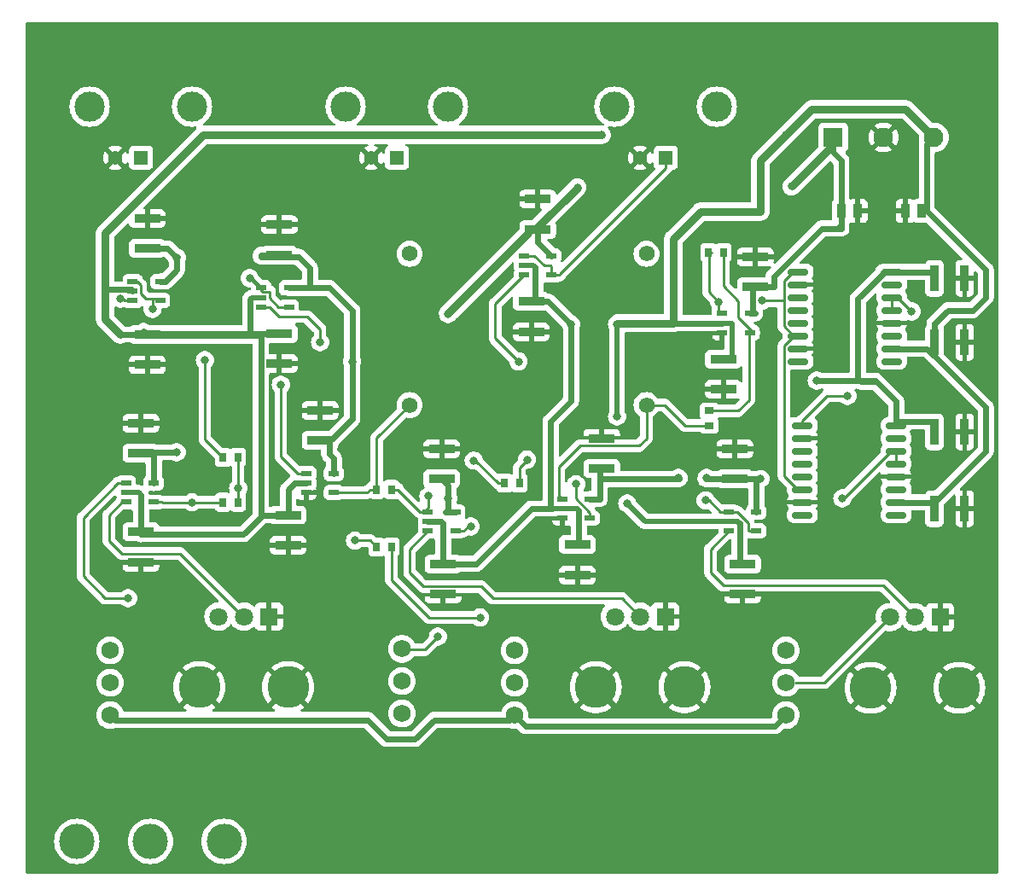
<source format=gbr>
%TF.GenerationSoftware,KiCad,Pcbnew,7.0.9*%
%TF.CreationDate,2024-05-07T07:23:08+02:00*%
%TF.ProjectId,ElectronicDuffing,456c6563-7472-46f6-9e69-634475666669,v 1.1*%
%TF.SameCoordinates,Original*%
%TF.FileFunction,Copper,L1,Top*%
%TF.FilePolarity,Positive*%
%FSLAX46Y46*%
G04 Gerber Fmt 4.6, Leading zero omitted, Abs format (unit mm)*
G04 Created by KiCad (PCBNEW 7.0.9) date 2024-05-07 07:23:08*
%MOMM*%
%LPD*%
G01*
G04 APERTURE LIST*
G04 Aperture macros list*
%AMRoundRect*
0 Rectangle with rounded corners*
0 $1 Rounding radius*
0 $2 $3 $4 $5 $6 $7 $8 $9 X,Y pos of 4 corners*
0 Add a 4 corners polygon primitive as box body*
4,1,4,$2,$3,$4,$5,$6,$7,$8,$9,$2,$3,0*
0 Add four circle primitives for the rounded corners*
1,1,$1+$1,$2,$3*
1,1,$1+$1,$4,$5*
1,1,$1+$1,$6,$7*
1,1,$1+$1,$8,$9*
0 Add four rect primitives between the rounded corners*
20,1,$1+$1,$2,$3,$4,$5,0*
20,1,$1+$1,$4,$5,$6,$7,0*
20,1,$1+$1,$6,$7,$8,$9,0*
20,1,$1+$1,$8,$9,$2,$3,0*%
G04 Aperture macros list end*
%TA.AperFunction,SMDPad,CuDef*%
%ADD10R,2.640000X0.840000*%
%TD*%
%TA.AperFunction,SMDPad,CuDef*%
%ADD11RoundRect,0.150000X-0.875000X-0.150000X0.875000X-0.150000X0.875000X0.150000X-0.875000X0.150000X0*%
%TD*%
%TA.AperFunction,SMDPad,CuDef*%
%ADD12R,0.977900X0.508000*%
%TD*%
%TA.AperFunction,ComponentPad*%
%ADD13R,1.950000X1.950000*%
%TD*%
%TA.AperFunction,ComponentPad*%
%ADD14C,1.950000*%
%TD*%
%TA.AperFunction,SMDPad,CuDef*%
%ADD15R,0.650000X0.900000*%
%TD*%
%TA.AperFunction,ComponentPad*%
%ADD16R,1.400000X1.400000*%
%TD*%
%TA.AperFunction,ComponentPad*%
%ADD17C,1.400000*%
%TD*%
%TA.AperFunction,ComponentPad*%
%ADD18C,3.000000*%
%TD*%
%TA.AperFunction,ComponentPad*%
%ADD19C,1.750000*%
%TD*%
%TA.AperFunction,SMDPad,CuDef*%
%ADD20R,0.840000X2.640000*%
%TD*%
%TA.AperFunction,ComponentPad*%
%ADD21C,1.575000*%
%TD*%
%TA.AperFunction,SMDPad,CuDef*%
%ADD22R,0.910000X1.390000*%
%TD*%
%TA.AperFunction,SMDPad,CuDef*%
%ADD23R,0.900000X0.650000*%
%TD*%
%TA.AperFunction,ComponentPad*%
%ADD24R,1.800000X1.800000*%
%TD*%
%TA.AperFunction,ComponentPad*%
%ADD25C,1.800000*%
%TD*%
%TA.AperFunction,ComponentPad*%
%ADD26C,4.155000*%
%TD*%
%TA.AperFunction,ViaPad*%
%ADD27C,0.800000*%
%TD*%
%TA.AperFunction,ViaPad*%
%ADD28C,3.500000*%
%TD*%
%TA.AperFunction,Conductor*%
%ADD29C,0.600000*%
%TD*%
%TA.AperFunction,Conductor*%
%ADD30C,0.800000*%
%TD*%
%TA.AperFunction,Conductor*%
%ADD31C,0.507800*%
%TD*%
%TA.AperFunction,Conductor*%
%ADD32C,0.250000*%
%TD*%
G04 APERTURE END LIST*
D10*
%TO.P,C6,1*%
%TO.N,GND*%
X83185000Y-115975000D03*
%TO.P,C6,2*%
%TO.N,+15V*%
X83185000Y-118975000D03*
%TD*%
D11*
%TO.P,U5,1,X_{1}*%
%TO.N,Net-(U4-V_{O})*%
X118970000Y-113665000D03*
%TO.P,U5,2,X_{2}*%
%TO.N,GND*%
X118970000Y-114935000D03*
%TO.P,U5,3,NC*%
%TO.N,unconnected-(U5-NC-Pad3)*%
X118970000Y-116205000D03*
%TO.P,U5,4,SF*%
%TO.N,unconnected-(U5-SF-Pad4)*%
X118970000Y-117475000D03*
%TO.P,U5,5,NC*%
%TO.N,unconnected-(U5-NC-Pad5)*%
X118970000Y-118745000D03*
%TO.P,U5,6,Y_{1}*%
%TO.N,-x*%
X118970000Y-120015000D03*
%TO.P,U5,7,Y_{2}*%
%TO.N,GND*%
X118970000Y-121285000D03*
%TO.P,U5,8,NC*%
%TO.N,unconnected-(U5-NC-Pad8)*%
X118970000Y-122555000D03*
%TO.P,U5,9,NC*%
%TO.N,unconnected-(U5-NC-Pad9)*%
X128270000Y-122555000D03*
%TO.P,U5,10,-V_{S}*%
%TO.N,-15V*%
X128270000Y-121285000D03*
%TO.P,U5,11,NC*%
%TO.N,unconnected-(U5-NC-Pad11)*%
X128270000Y-120015000D03*
%TO.P,U5,12,Z_{2}*%
%TO.N,GND*%
X128270000Y-118745000D03*
%TO.P,U5,13,Z_{1}*%
%TO.N,x\u00B3*%
X128270000Y-117475000D03*
%TO.P,U5,14,V_{O}*%
X128270000Y-116205000D03*
%TO.P,U5,15,NC*%
%TO.N,unconnected-(U5-NC-Pad15)*%
X128270000Y-114935000D03*
%TO.P,U5,16,+V_{S}*%
%TO.N,+15V*%
X128270000Y-113665000D03*
%TD*%
D12*
%TO.P,U2,1,OUT*%
%TO.N,x*%
X95154750Y-120969999D03*
%TO.P,U2,2,V-*%
%TO.N,-15V*%
X95154750Y-121920000D03*
%TO.P,U2,3,+IN*%
%TO.N,GND*%
X95154750Y-122870001D03*
%TO.P,U2,4,-IN*%
%TO.N,Net-(U2--IN)*%
X97885250Y-122870001D03*
%TO.P,U2,5,V+*%
%TO.N,+15V*%
X97885250Y-120969999D03*
%TD*%
D13*
%TO.P,J4,1,1*%
%TO.N,+15V*%
X122025000Y-85090000D03*
D14*
%TO.P,J4,2,2*%
%TO.N,GND*%
X127025000Y-85090000D03*
%TO.P,J4,3,3*%
%TO.N,-15V*%
X132025000Y-85090000D03*
%TD*%
D15*
%TO.P,R2,1,1*%
%TO.N,Net-(U1--IN)*%
X76745000Y-120015000D03*
%TO.P,R2,2,2*%
%TO.N,VR2*%
X78195000Y-120015000D03*
%TD*%
%TO.P,R7,1,1*%
%TO.N,-x*%
X109675000Y-96520000D03*
%TO.P,R7,2,2*%
%TO.N,Net-(U3--IN)*%
X111125000Y-96520000D03*
%TD*%
%TO.P,R5,1,1*%
%TO.N,V*%
X89445000Y-119380000D03*
%TO.P,R5,2,2*%
%TO.N,Net-(U2--IN)*%
X90895000Y-119380000D03*
%TD*%
%TO.P,R4,1,1*%
%TO.N,Net-(U1--IN)*%
X62955000Y-116840000D03*
%TO.P,R4,2,2*%
%TO.N,VR4*%
X61505000Y-116840000D03*
%TD*%
D16*
%TO.P,J3,1,SIGNAL*%
%TO.N,Net-(J3-SIGNAL)*%
X105410000Y-87120000D03*
D17*
%TO.P,J3,2,GROUND*%
%TO.N,GND*%
X102870000Y-87120000D03*
D18*
%TO.P,J3,MH1,MH1*%
%TO.N,unconnected-(J3-PadMH1)*%
X110490000Y-82040000D03*
%TO.P,J3,MH2,MH2*%
%TO.N,unconnected-(J3-PadMH2)*%
X100330000Y-82040000D03*
%TD*%
D10*
%TO.P,C17,1*%
%TO.N,GND*%
X92710000Y-91210000D03*
%TO.P,C17,2*%
%TO.N,+15V*%
X92710000Y-94210000D03*
%TD*%
D19*
%TO.P,S4,1,NC*%
%TO.N,-x*%
X79248000Y-135840000D03*
%TO.P,S4,2,COM*%
%TO.N,Net-(S2-NC)*%
X79248000Y-139040000D03*
%TO.P,S4,3,NO*%
%TO.N,x*%
X79248000Y-142240000D03*
%TD*%
D16*
%TO.P,J1,1,SIGNAL*%
%TO.N,Net-(J1-SIGNAL)*%
X53340000Y-87120000D03*
D17*
%TO.P,J1,2,GROUND*%
%TO.N,GND*%
X50800000Y-87120000D03*
D18*
%TO.P,J1,MH1,MH1*%
%TO.N,unconnected-(J1-PadMH1)*%
X58420000Y-82040000D03*
%TO.P,J1,MH2,MH2*%
%TO.N,unconnected-(J1-PadMH2)*%
X48260000Y-82040000D03*
%TD*%
D12*
%TO.P,U1,1,OUT*%
%TO.N,V*%
X69754750Y-118429999D03*
%TO.P,U1,2,V-*%
%TO.N,-15V*%
X69754750Y-119380000D03*
%TO.P,U1,3,+IN*%
%TO.N,GND*%
X69754750Y-120330001D03*
%TO.P,U1,4,-IN*%
%TO.N,Net-(U1--IN)*%
X72485250Y-120330001D03*
%TO.P,U1,5,V+*%
%TO.N,+15V*%
X72485250Y-118429999D03*
%TD*%
D20*
%TO.P,C11,1*%
%TO.N,GND*%
X135080000Y-99060000D03*
%TO.P,C11,2*%
%TO.N,+15V*%
X132080000Y-99060000D03*
%TD*%
D15*
%TO.P,R1,1,1*%
%TO.N,Net-(U1--IN)*%
X62955000Y-121285000D03*
%TO.P,R1,2,2*%
%TO.N,VR1*%
X61505000Y-121285000D03*
%TD*%
D19*
%TO.P,S3,1,NC*%
%TO.N,x\u00B3*%
X117348000Y-135992000D03*
%TO.P,S3,2,COM*%
%TO.N,Net-(P3-CW)*%
X117348000Y-139192000D03*
%TO.P,S3,3,NO*%
%TO.N,+15V*%
X117348000Y-142392000D03*
%TD*%
D21*
%TO.P,C2,1,1*%
%TO.N,x*%
X103505000Y-111640000D03*
%TO.P,C2,2,2*%
%TO.N,Net-(U2--IN)*%
X103505000Y-96640000D03*
%TD*%
D12*
%TO.P,U11,1,OUT*%
%TO.N,VR4*%
X52530050Y-99379999D03*
%TO.P,U11,2,V-*%
%TO.N,-15V*%
X52530050Y-100330000D03*
%TO.P,U11,3,+IN*%
%TO.N,Net-(J1-SIGNAL)*%
X52530050Y-101280001D03*
%TO.P,U11,4,-IN*%
%TO.N,VR4*%
X55260550Y-101280001D03*
%TO.P,U11,5,V+*%
%TO.N,+15V*%
X55260550Y-99379999D03*
%TD*%
D19*
%TO.P,S1,1,NC*%
%TO.N,V*%
X50292000Y-135992000D03*
%TO.P,S1,2,COM*%
%TO.N,Net-(P1-CW)*%
X50292000Y-139192000D03*
%TO.P,S1,3,NO*%
%TO.N,+15V*%
X50292000Y-142392000D03*
%TD*%
D10*
%TO.P,C14,1*%
%TO.N,GND*%
X53975000Y-93115000D03*
%TO.P,C14,2*%
%TO.N,+15V*%
X53975000Y-96115000D03*
%TD*%
%TO.P,C19,1*%
%TO.N,GND*%
X71120000Y-112165000D03*
%TO.P,C19,2*%
%TO.N,+15V*%
X71120000Y-115165000D03*
%TD*%
D21*
%TO.P,C1,1,1*%
%TO.N,V*%
X80010000Y-96640000D03*
%TO.P,C1,2,2*%
%TO.N,Net-(U1--IN)*%
X80010000Y-111640000D03*
%TD*%
D12*
%TO.P,U10,1,OUT*%
%TO.N,Net-(J2-SIGNAL)*%
X65309750Y-100014999D03*
%TO.P,U10,2,V-*%
%TO.N,-15V*%
X65309750Y-100965000D03*
%TO.P,U10,3,+IN*%
%TO.N,V*%
X65309750Y-101915001D03*
%TO.P,U10,4,-IN*%
%TO.N,Net-(J2-SIGNAL)*%
X68040250Y-101915001D03*
%TO.P,U10,5,V+*%
%TO.N,+15V*%
X68040250Y-100014999D03*
%TD*%
D10*
%TO.P,C7,1*%
%TO.N,-15V*%
X113030000Y-127405000D03*
%TO.P,C7,2*%
%TO.N,GND*%
X113030000Y-130405000D03*
%TD*%
%TO.P,C21,1*%
%TO.N,GND*%
X99060000Y-114935000D03*
%TO.P,C21,2*%
%TO.N,+15V*%
X99060000Y-117935000D03*
%TD*%
D22*
%TO.P,C28,1,1*%
%TO.N,GND*%
X124485000Y-92384000D03*
%TO.P,C28,2,2*%
%TO.N,+15V*%
X122845000Y-92384000D03*
%TD*%
D10*
%TO.P,C4,1*%
%TO.N,GND*%
X53340000Y-113430000D03*
%TO.P,C4,2*%
%TO.N,+15V*%
X53340000Y-116430000D03*
%TD*%
%TO.P,C24,1*%
%TO.N,GND*%
X114300000Y-96925000D03*
%TO.P,C24,2*%
%TO.N,+15V*%
X114300000Y-99925000D03*
%TD*%
D19*
%TO.P,S2,1,NC*%
%TO.N,Net-(S2-NC)*%
X90424000Y-135992000D03*
%TO.P,S2,2,COM*%
%TO.N,Net-(P2-CW)*%
X90424000Y-139192000D03*
%TO.P,S2,3,NO*%
%TO.N,+15V*%
X90424000Y-142392000D03*
%TD*%
D12*
%TO.P,U8,1,OUT*%
%TO.N,VR3*%
X111664750Y-122239999D03*
%TO.P,U8,2,V-*%
%TO.N,-15V*%
X111664750Y-123190000D03*
%TO.P,U8,3,+IN*%
%TO.N,Net-(P3-WIPER)*%
X111664750Y-124140001D03*
%TO.P,U8,4,-IN*%
%TO.N,VR3*%
X114395250Y-124140001D03*
%TO.P,U8,5,V+*%
%TO.N,+15V*%
X114395250Y-122239999D03*
%TD*%
%TO.P,U7,1,OUT*%
%TO.N,VR2*%
X81819750Y-122239999D03*
%TO.P,U7,2,V-*%
%TO.N,-15V*%
X81819750Y-123190000D03*
%TO.P,U7,3,+IN*%
%TO.N,Net-(P2-WIPER)*%
X81819750Y-124140001D03*
%TO.P,U7,4,-IN*%
%TO.N,VR2*%
X84550250Y-124140001D03*
%TO.P,U7,5,V+*%
%TO.N,+15V*%
X84550250Y-122239999D03*
%TD*%
%TO.P,U6,1,OUT*%
%TO.N,VR1*%
X51879550Y-119379999D03*
%TO.P,U6,2,V-*%
%TO.N,-15V*%
X51879550Y-120330000D03*
%TO.P,U6,3,+IN*%
%TO.N,Net-(P1-WIPER)*%
X51879550Y-121280001D03*
%TO.P,U6,4,-IN*%
%TO.N,VR1*%
X54610050Y-121280001D03*
%TO.P,U6,5,V+*%
%TO.N,+15V*%
X54610050Y-119379999D03*
%TD*%
D22*
%TO.P,C29,1,1*%
%TO.N,-15V*%
X130835000Y-92384000D03*
%TO.P,C29,2,2*%
%TO.N,GND*%
X129195000Y-92384000D03*
%TD*%
D10*
%TO.P,C22,1*%
%TO.N,-15V*%
X96654800Y-125500000D03*
%TO.P,C22,2*%
%TO.N,GND*%
X96654800Y-128500000D03*
%TD*%
%TO.P,C5,1*%
%TO.N,-15V*%
X83319700Y-127405000D03*
%TO.P,C5,2*%
%TO.N,GND*%
X83319700Y-130405000D03*
%TD*%
D16*
%TO.P,J2,1,SIGNAL*%
%TO.N,Net-(J2-SIGNAL)*%
X78740000Y-87120000D03*
D17*
%TO.P,J2,2,GROUND*%
%TO.N,GND*%
X76200000Y-87120000D03*
D18*
%TO.P,J2,MH1,MH1*%
%TO.N,unconnected-(J2-PadMH1)*%
X83820000Y-82040000D03*
%TO.P,J2,MH2,MH2*%
%TO.N,unconnected-(J2-PadMH2)*%
X73660000Y-82040000D03*
%TD*%
D20*
%TO.P,C12,1*%
%TO.N,-15V*%
X132080000Y-105410000D03*
%TO.P,C12,2*%
%TO.N,GND*%
X135080000Y-105410000D03*
%TD*%
D10*
%TO.P,C8,1*%
%TO.N,GND*%
X112268000Y-115975000D03*
%TO.P,C8,2*%
%TO.N,+15V*%
X112268000Y-118975000D03*
%TD*%
D23*
%TO.P,R6,1,1*%
%TO.N,x*%
X109728000Y-113665000D03*
%TO.P,R6,2,2*%
%TO.N,Net-(U3--IN)*%
X109728000Y-112215000D03*
%TD*%
D10*
%TO.P,C13,1*%
%TO.N,-15V*%
X53975000Y-104648000D03*
%TO.P,C13,2*%
%TO.N,GND*%
X53975000Y-107648000D03*
%TD*%
%TO.P,C20,1*%
%TO.N,-15V*%
X67945000Y-122555000D03*
%TO.P,C20,2*%
%TO.N,GND*%
X67945000Y-125555000D03*
%TD*%
D20*
%TO.P,C10,1*%
%TO.N,GND*%
X135080000Y-114300000D03*
%TO.P,C10,2*%
%TO.N,+15V*%
X132080000Y-114300000D03*
%TD*%
%TO.P,C9,1*%
%TO.N,-15V*%
X132080000Y-121920000D03*
%TO.P,C9,2*%
%TO.N,GND*%
X135080000Y-121920000D03*
%TD*%
D24*
%TO.P,P1,1,CCW*%
%TO.N,GND*%
X66045000Y-132630000D03*
D25*
%TO.P,P1,2,WIPER*%
%TO.N,Net-(P1-WIPER)*%
X63545000Y-132630000D03*
%TO.P,P1,3,CW*%
%TO.N,Net-(P1-CW)*%
X61045000Y-132630000D03*
D26*
%TO.P,P1,MH1,MH1*%
%TO.N,GND*%
X67945000Y-139630000D03*
%TO.P,P1,MH2,MH2*%
X59145000Y-139630000D03*
%TD*%
D15*
%TO.P,R3,1,1*%
%TO.N,Net-(U1--IN)*%
X76745000Y-125730000D03*
%TO.P,R3,2,2*%
%TO.N,VR3*%
X78195000Y-125730000D03*
%TD*%
D10*
%TO.P,C18,1*%
%TO.N,-15V*%
X92075000Y-101370000D03*
%TO.P,C18,2*%
%TO.N,GND*%
X92075000Y-104370000D03*
%TD*%
%TO.P,C15,1*%
%TO.N,GND*%
X67080000Y-93750000D03*
%TO.P,C15,2*%
%TO.N,+15V*%
X67080000Y-96750000D03*
%TD*%
%TO.P,C3,1*%
%TO.N,-15V*%
X53340000Y-124230000D03*
%TO.P,C3,2*%
%TO.N,GND*%
X53340000Y-127230000D03*
%TD*%
D24*
%TO.P,P2,1,CCW*%
%TO.N,GND*%
X105370000Y-132630000D03*
D25*
%TO.P,P2,2,WIPER*%
%TO.N,Net-(P2-WIPER)*%
X102870000Y-132630000D03*
%TO.P,P2,3,CW*%
%TO.N,Net-(P2-CW)*%
X100370000Y-132630000D03*
D26*
%TO.P,P2,MH1,MH1*%
%TO.N,GND*%
X107270000Y-139630000D03*
%TO.P,P2,MH2,MH2*%
X98470000Y-139630000D03*
%TD*%
D12*
%TO.P,U9,1,OUT*%
%TO.N,Net-(J3-SIGNAL)*%
X91344750Y-96839999D03*
%TO.P,U9,2,V-*%
%TO.N,-15V*%
X91344750Y-97790000D03*
%TO.P,U9,3,+IN*%
%TO.N,x*%
X91344750Y-98740001D03*
%TO.P,U9,4,-IN*%
%TO.N,Net-(J3-SIGNAL)*%
X94075250Y-98740001D03*
%TO.P,U9,5,V+*%
%TO.N,+15V*%
X94075250Y-96839999D03*
%TD*%
D24*
%TO.P,P3,1,CCW*%
%TO.N,GND*%
X132635000Y-132700000D03*
D25*
%TO.P,P3,2,WIPER*%
%TO.N,Net-(P3-WIPER)*%
X130135000Y-132700000D03*
%TO.P,P3,3,CW*%
%TO.N,Net-(P3-CW)*%
X127635000Y-132700000D03*
D26*
%TO.P,P3,MH1,MH1*%
%TO.N,GND*%
X134535000Y-139700000D03*
%TO.P,P3,MH2,MH2*%
X125735000Y-139700000D03*
%TD*%
D10*
%TO.P,C16,1*%
%TO.N,-15V*%
X67080000Y-104545000D03*
%TO.P,C16,2*%
%TO.N,GND*%
X67080000Y-107545000D03*
%TD*%
D11*
%TO.P,U4,1,X_{1}*%
%TO.N,-x*%
X118540000Y-98425000D03*
%TO.P,U4,2,X_{2}*%
%TO.N,GND*%
X118540000Y-99695000D03*
%TO.P,U4,3,NC*%
%TO.N,unconnected-(U4-NC-Pad3)*%
X118540000Y-100965000D03*
%TO.P,U4,4,SF*%
%TO.N,unconnected-(U4-SF-Pad4)*%
X118540000Y-102235000D03*
%TO.P,U4,5,NC*%
%TO.N,unconnected-(U4-NC-Pad5)*%
X118540000Y-103505000D03*
%TO.P,U4,6,Y_{1}*%
%TO.N,-x*%
X118540000Y-104775000D03*
%TO.P,U4,7,Y_{2}*%
%TO.N,GND*%
X118540000Y-106045000D03*
%TO.P,U4,8,NC*%
%TO.N,unconnected-(U4-NC-Pad8)*%
X118540000Y-107315000D03*
%TO.P,U4,9,NC*%
%TO.N,unconnected-(U4-NC-Pad9)*%
X127840000Y-107315000D03*
%TO.P,U4,10,-V_{S}*%
%TO.N,-15V*%
X127840000Y-106045000D03*
%TO.P,U4,11,NC*%
%TO.N,unconnected-(U4-NC-Pad11)*%
X127840000Y-104775000D03*
%TO.P,U4,12,Z_{2}*%
%TO.N,GND*%
X127840000Y-103505000D03*
%TO.P,U4,13,Z_{1}*%
%TO.N,Net-(U4-V_{O})*%
X127840000Y-102235000D03*
%TO.P,U4,14,V_{O}*%
X127840000Y-100965000D03*
%TO.P,U4,15,NC*%
%TO.N,unconnected-(U4-NC-Pad15)*%
X127840000Y-99695000D03*
%TO.P,U4,16,+V_{S}*%
%TO.N,+15V*%
X127840000Y-98425000D03*
%TD*%
D12*
%TO.P,U3,1,OUT*%
%TO.N,-x*%
X111029750Y-102554999D03*
%TO.P,U3,2,V-*%
%TO.N,-15V*%
X111029750Y-103505000D03*
%TO.P,U3,3,+IN*%
%TO.N,GND*%
X111029750Y-104455001D03*
%TO.P,U3,4,-IN*%
%TO.N,Net-(U3--IN)*%
X113760250Y-104455001D03*
%TO.P,U3,5,V+*%
%TO.N,+15V*%
X113760250Y-102554999D03*
%TD*%
D10*
%TO.P,C23,1*%
%TO.N,-15V*%
X111125000Y-107085000D03*
%TO.P,C23,2*%
%TO.N,GND*%
X111125000Y-110085000D03*
%TD*%
D27*
%TO.N,-15V*%
X100584000Y-112776000D03*
X117348000Y-84836000D03*
X99060000Y-84836000D03*
X100584000Y-103632000D03*
X101600000Y-121412000D03*
X96012000Y-103632000D03*
%TO.N,+15V*%
X96647000Y-90043000D03*
X109474000Y-118872000D03*
X117896700Y-89956700D03*
X114808000Y-118975000D03*
X120396000Y-109220000D03*
X56896000Y-116332000D03*
X74295000Y-107315000D03*
X83820000Y-120904000D03*
X56896000Y-97028000D03*
X106680000Y-118872000D03*
X83820000Y-102616000D03*
%TO.N,Net-(J1-SIGNAL)*%
X51308000Y-101092000D03*
%TO.N,Net-(J2-SIGNAL)*%
X64135000Y-99060000D03*
%TO.N,Net-(U2--IN)*%
X91662200Y-117062000D03*
X96520000Y-119506000D03*
%TO.N,Net-(U4-V_{O})*%
X129829000Y-102363000D03*
X123444000Y-110744000D03*
%TO.N,Net-(U1--IN)*%
X74590200Y-125094000D03*
X62992000Y-119910000D03*
%TO.N,V*%
X71120000Y-105410000D03*
X86370300Y-117150000D03*
X67224900Y-109624000D03*
%TO.N,x*%
X90805000Y-107315000D03*
%TO.N,-x*%
X82804000Y-134620000D03*
X110680000Y-101428000D03*
X114959000Y-101300000D03*
D28*
%TO.N,VR1*%
X46990000Y-154940000D03*
D27*
X58420000Y-121285000D03*
X52070000Y-130810000D03*
%TO.N,VR2*%
X86078300Y-123697000D03*
D28*
X54292500Y-154940000D03*
D27*
X81878800Y-120690000D03*
D28*
%TO.N,VR3*%
X61595000Y-154940000D03*
D27*
X109378000Y-121106000D03*
X86995000Y-132715000D03*
%TO.N,VR4*%
X59690000Y-107188000D03*
X54506700Y-102108000D03*
%TO.N,x\u00B3*%
X122936000Y-120904000D03*
%TD*%
D29*
%TO.N,-15V*%
X53340000Y-124460000D02*
X63500000Y-124460000D01*
X132080000Y-106776000D02*
X137160000Y-111856000D01*
X131314000Y-85801500D02*
X132025000Y-85090000D01*
D30*
X132025000Y-85090000D02*
X129231000Y-82296000D01*
X49784000Y-103124000D02*
X49784000Y-101092000D01*
X114808000Y-92456000D02*
X108856500Y-92456000D01*
D31*
X95154800Y-121920000D02*
X94162700Y-121920000D01*
X103378000Y-123190000D02*
X112610000Y-123190000D01*
D29*
X92075000Y-121920000D02*
X86590000Y-127405000D01*
X53975000Y-104648000D02*
X51586000Y-104648000D01*
X96012000Y-111252000D02*
X96012000Y-103632000D01*
D31*
X92289600Y-97790000D02*
X91344800Y-97790000D01*
X53340000Y-120526000D02*
X53144000Y-120330000D01*
D29*
X112742000Y-127117000D02*
X112742000Y-123386000D01*
X53975000Y-104648000D02*
X53607200Y-104280000D01*
D30*
X49784000Y-101092000D02*
X49784000Y-94566000D01*
D29*
X96775400Y-122116000D02*
X96579800Y-121920000D01*
X53340000Y-124230000D02*
X53340000Y-122762000D01*
D31*
X111975000Y-107085000D02*
X111975000Y-103505000D01*
D30*
X51308000Y-104648000D02*
X49784000Y-103124000D01*
D29*
X92075000Y-101370000D02*
X93750000Y-101370000D01*
X92733500Y-101370000D02*
X92480400Y-101117000D01*
X132080000Y-106776000D02*
X132080000Y-105410000D01*
D30*
X49784000Y-94566000D02*
X59514000Y-84836000D01*
D29*
X137160000Y-116205000D02*
X132080000Y-121285000D01*
X53340000Y-120526000D02*
X53340000Y-122762000D01*
D31*
X100584000Y-103632000D02*
X100584000Y-112776000D01*
D29*
X49784000Y-100192000D02*
X52392050Y-100192000D01*
X86590000Y-127405000D02*
X83319700Y-127405000D01*
D30*
X106172000Y-95140500D02*
X106172000Y-103505000D01*
D29*
X92480400Y-101117000D02*
X92480400Y-97985600D01*
X92733500Y-101370000D02*
X92757000Y-101370000D01*
D30*
X65155100Y-104648000D02*
X54713000Y-104648000D01*
D29*
X137160000Y-98230000D02*
X131314000Y-92384000D01*
X100584000Y-103632000D02*
X100711000Y-103505000D01*
X132080000Y-105410000D02*
X132080000Y-103588000D01*
D30*
X114808000Y-87376000D02*
X114808000Y-92456000D01*
D29*
X69754800Y-119380000D02*
X68580000Y-119380000D01*
D31*
X92289600Y-97794800D02*
X92289600Y-97790000D01*
D29*
X68580000Y-119380000D02*
X67945000Y-120015000D01*
X96775400Y-125500000D02*
X96775400Y-123626000D01*
X128270000Y-121285000D02*
X132080000Y-121285000D01*
X132080000Y-106776000D02*
X131349000Y-106045000D01*
X63500000Y-124460000D02*
X65405000Y-122555000D01*
X67080000Y-104545000D02*
X65258100Y-104545000D01*
X137160000Y-100965000D02*
X137160000Y-98230000D01*
X92710000Y-101370000D02*
X92733500Y-101370000D01*
X49784000Y-101092000D02*
X49784000Y-100192000D01*
X67945000Y-120015000D02*
X67945000Y-122555000D01*
X67945000Y-122555000D02*
X65405000Y-122555000D01*
X93750000Y-101370000D02*
X96012000Y-103632000D01*
X53340000Y-122762000D02*
X53340000Y-124460000D01*
D30*
X119888000Y-82296000D02*
X117348000Y-84836000D01*
D31*
X112610000Y-123253000D02*
X112742000Y-123386000D01*
D29*
X51586000Y-104648000D02*
X51308000Y-104648000D01*
D31*
X112610000Y-123190000D02*
X112610000Y-123253000D01*
D29*
X96775400Y-123626000D02*
X96775400Y-122116000D01*
X131314000Y-92384000D02*
X131314000Y-85801500D01*
X137160000Y-111856000D02*
X137160000Y-116205000D01*
D31*
X96579800Y-121920000D02*
X95154800Y-121920000D01*
D29*
X65258100Y-104545000D02*
X65155100Y-104648000D01*
X106172000Y-103505000D02*
X111029750Y-103505000D01*
X96012000Y-103505000D02*
X96012000Y-103632000D01*
X93980000Y-121737300D02*
X93980000Y-113284000D01*
D31*
X53144000Y-120330000D02*
X51879600Y-120330000D01*
D30*
X100711000Y-103505000D02*
X106172000Y-103505000D01*
D29*
X65258100Y-122701900D02*
X65258100Y-104545000D01*
D31*
X64169500Y-101161000D02*
X64365100Y-100965000D01*
D29*
X83123700Y-123190000D02*
X83319700Y-123386000D01*
X131349000Y-106045000D02*
X127840000Y-106045000D01*
D31*
X64365100Y-100965000D02*
X65309800Y-100965000D01*
X92480400Y-97985600D02*
X92289600Y-97794800D01*
D30*
X59514000Y-84836000D02*
X99060000Y-84836000D01*
D31*
X101600000Y-121412000D02*
X103378000Y-123190000D01*
D29*
X132080000Y-103588000D02*
X133433000Y-102235000D01*
D30*
X129231000Y-82296000D02*
X119888000Y-82296000D01*
D29*
X93980000Y-113284000D02*
X96012000Y-111252000D01*
X83319700Y-123386000D02*
X83319700Y-127405000D01*
X133433000Y-102235000D02*
X135890000Y-102235000D01*
X96654800Y-125500000D02*
X96775400Y-125500000D01*
D31*
X111975000Y-103505000D02*
X111033000Y-103505000D01*
D29*
X130835000Y-92384000D02*
X131314000Y-92384000D01*
X135890000Y-102235000D02*
X137160000Y-100965000D01*
X111125000Y-107085000D02*
X111975000Y-107085000D01*
D30*
X117348000Y-84836000D02*
X116332000Y-85852000D01*
D29*
X132080000Y-121920000D02*
X132080000Y-121285000D01*
X81819750Y-123190000D02*
X83123700Y-123190000D01*
D30*
X116332000Y-85852000D02*
X114808000Y-87376000D01*
D29*
X52392050Y-100192000D02*
X52530050Y-100330000D01*
X94162700Y-121920000D02*
X92075000Y-121920000D01*
D30*
X108856500Y-92456000D02*
X106172000Y-95140500D01*
D29*
X64169500Y-101161000D02*
X64169500Y-104648000D01*
%TO.N,+15V*%
X56896000Y-116332000D02*
X53438000Y-116332000D01*
X106680000Y-118872000D02*
X106577000Y-118975000D01*
X98876200Y-118975000D02*
X98876200Y-120970000D01*
X71120000Y-115165000D02*
X72031000Y-115165000D01*
X92710000Y-94210000D02*
X92710000Y-95474749D01*
X54610100Y-116585900D02*
X54610100Y-119380000D01*
X114057000Y-102356000D02*
X114256000Y-102555000D01*
X72031000Y-115165000D02*
X72031000Y-116481000D01*
X74295000Y-113030000D02*
X72160000Y-115165000D01*
X53438000Y-116332000D02*
X53340000Y-116430000D01*
X55983000Y-96115000D02*
X53975000Y-96115000D01*
X124829793Y-109333000D02*
X124726793Y-109230000D01*
X122025000Y-85090000D02*
X122025000Y-85828400D01*
X92710000Y-93980000D02*
X92710000Y-94210000D01*
X122555000Y-93980000D02*
X122418400Y-94116600D01*
X122845000Y-92384000D02*
X122845000Y-87386900D01*
X74295000Y-107315000D02*
X74295000Y-102235000D01*
X114395250Y-122239999D02*
X114395250Y-118975000D01*
X83820000Y-119610000D02*
X83185000Y-118975000D01*
X122845000Y-94116600D02*
X122691600Y-94116600D01*
X65258100Y-96934000D02*
X68994000Y-96934000D01*
X55756100Y-99380000D02*
X56896000Y-98240100D01*
D30*
X83820000Y-102563100D02*
X91809200Y-94573900D01*
D29*
X122845000Y-87386900D02*
X122025000Y-86566900D01*
X114395000Y-122240000D02*
X114395300Y-122240000D01*
X109474000Y-118872000D02*
X109371000Y-118975000D01*
X90424000Y-142392000D02*
X91542000Y-143510000D01*
X113760300Y-102555000D02*
X114256000Y-102555000D01*
X82452767Y-142875000D02*
X89941000Y-142875000D01*
X98876200Y-118975000D02*
X98876200Y-118118800D01*
X68994000Y-96934000D02*
X70104000Y-98044000D01*
X98876200Y-120970000D02*
X97885300Y-120970000D01*
X104140000Y-118975000D02*
X98876200Y-118975000D01*
X128651000Y-113284000D02*
X128270000Y-113665000D01*
X132080000Y-113284000D02*
X128651000Y-113284000D01*
X127840000Y-98425000D02*
X132080000Y-98425000D01*
X116122000Y-99925000D02*
X114300000Y-99925000D01*
X74295000Y-102235000D02*
X72074999Y-100014999D01*
X127153000Y-98425000D02*
X127000000Y-98425000D01*
X72074999Y-100014999D02*
X68040250Y-100014999D01*
X124460000Y-109230000D02*
X124460000Y-101118000D01*
X83820000Y-102616000D02*
X83820000Y-102563100D01*
X114300000Y-99925000D02*
X114057000Y-100168000D01*
X50292000Y-142392000D02*
X50775000Y-142875000D01*
X56896000Y-97028000D02*
X56990000Y-96934000D01*
X56896000Y-98240100D02*
X56896000Y-97028000D01*
X83820000Y-122240000D02*
X83559500Y-122240000D01*
X83640500Y-118975000D02*
X83185000Y-118975000D01*
X77724000Y-144780000D02*
X80547767Y-144780000D01*
X54454200Y-116430000D02*
X54610100Y-116585900D01*
X65258100Y-96750000D02*
X67080000Y-96750000D01*
X113078000Y-118975000D02*
X112268000Y-118975000D01*
X53340000Y-116430000D02*
X54454200Y-116430000D01*
X132080000Y-114300000D02*
X132080000Y-113284000D01*
X106577000Y-118975000D02*
X104140000Y-118975000D01*
X128270000Y-113665000D02*
X128270000Y-111291000D01*
X126199000Y-109220000D02*
X126312000Y-109333000D01*
X124726793Y-109230000D02*
X124460000Y-109230000D01*
X106783000Y-118975000D02*
X106680000Y-118872000D01*
X116230000Y-143510000D02*
X117348000Y-142392000D01*
X89941000Y-142875000D02*
X90424000Y-142392000D01*
X128270000Y-111291000D02*
X126312000Y-109333000D01*
X124460000Y-101118000D02*
X127153000Y-98425000D01*
X65258100Y-96934000D02*
X65258100Y-96750000D01*
X83767100Y-102616000D02*
X83820000Y-102616000D01*
X83820000Y-120904000D02*
X83820000Y-122240000D01*
D30*
X117896700Y-89956700D02*
X122025000Y-85828400D01*
D29*
X127153000Y-98425000D02*
X127840000Y-98425000D01*
X83559500Y-119056000D02*
X83640500Y-118975000D01*
X83820000Y-120904000D02*
X83820000Y-119610000D01*
X72485300Y-116935300D02*
X72485300Y-118430000D01*
X75819000Y-142875000D02*
X77724000Y-144780000D01*
D30*
X96647000Y-90043000D02*
X92710000Y-93980000D01*
D29*
X116122000Y-98890500D02*
X116122000Y-99925000D01*
X114808000Y-118975000D02*
X112268000Y-118975000D01*
X122691600Y-94116600D02*
X122555000Y-93980000D01*
X109577000Y-118975000D02*
X109474000Y-118872000D01*
X72160000Y-115165000D02*
X72031000Y-115165000D01*
X84550300Y-122240000D02*
X83820000Y-122240000D01*
X122418400Y-94116600D02*
X120896000Y-94116600D01*
X126312000Y-109333000D02*
X124829793Y-109333000D01*
X92710000Y-95474749D02*
X94075250Y-96839999D01*
X74295000Y-107315000D02*
X74295000Y-113030000D01*
X50775000Y-142875000D02*
X75819000Y-142875000D01*
X113760000Y-102555000D02*
X113760300Y-102555000D01*
X91542000Y-143510000D02*
X116230000Y-143510000D01*
X132080000Y-98425000D02*
X132080000Y-99060000D01*
X55260600Y-99380000D02*
X55756100Y-99380000D01*
X56896000Y-97028000D02*
X55983000Y-96115000D01*
X70104000Y-98044000D02*
X70104000Y-100014999D01*
X82550000Y-118975000D02*
X83185000Y-118975000D01*
X120396000Y-109220000D02*
X126199000Y-109220000D01*
X72031000Y-116481000D02*
X72485300Y-116935300D01*
X98876200Y-118118800D02*
X99060000Y-117935000D01*
X114057000Y-100168000D02*
X114057000Y-102356000D01*
X112268000Y-118975000D02*
X109577000Y-118975000D01*
X122845000Y-94116600D02*
X122845000Y-92384000D01*
X80547767Y-144780000D02*
X82452767Y-142875000D01*
X122025000Y-86566900D02*
X122025000Y-85828400D01*
X120896000Y-94116600D02*
X116122000Y-98890500D01*
D32*
%TO.N,Net-(J1-SIGNAL)*%
X51750000Y-101280000D02*
X52530100Y-101280000D01*
X51562000Y-101092000D02*
X51750000Y-101280000D01*
X51308000Y-101092000D02*
X51562000Y-101092000D01*
%TO.N,Net-(J2-SIGNAL)*%
X64135000Y-99060000D02*
X64354800Y-99060000D01*
X65461000Y-100386000D02*
X66123700Y-100386000D01*
X66123700Y-101048700D02*
X66990000Y-101915000D01*
X64135000Y-99060000D02*
X65461000Y-100386000D01*
X64354800Y-99060000D02*
X65309800Y-100015000D01*
X66990000Y-101915000D02*
X68040300Y-101915000D01*
X66123700Y-100386000D02*
X66123700Y-101048700D01*
%TO.N,Net-(J3-SIGNAL)*%
X94075250Y-97885250D02*
X93980000Y-97790000D01*
X94891200Y-98740000D02*
X94891200Y-98665700D01*
X105410000Y-88146900D02*
X105410000Y-87120000D01*
X92401500Y-96840000D02*
X91344800Y-96840000D01*
X94075250Y-98740001D02*
X94075250Y-97885250D01*
X93351500Y-97790000D02*
X92401500Y-96840000D01*
X94075300Y-98740000D02*
X94891200Y-98740000D01*
X93980000Y-97790000D02*
X93351500Y-97790000D01*
X94891200Y-98665700D02*
X105410000Y-88146900D01*
%TO.N,Net-(U2--IN)*%
X97885300Y-122304000D02*
X97885300Y-122870000D01*
X90895000Y-117829000D02*
X90895000Y-119380000D01*
X96520000Y-120938700D02*
X97885300Y-122304000D01*
X96520000Y-119506000D02*
X96520000Y-120938700D01*
X91662200Y-117062000D02*
X90895000Y-117829000D01*
%TO.N,Net-(U3--IN)*%
X112575000Y-112215000D02*
X113665000Y-111125000D01*
X112627000Y-101304000D02*
X111125000Y-99802000D01*
X113665000Y-104550251D02*
X113760250Y-104455001D01*
X109855000Y-112215000D02*
X112575000Y-112215000D01*
X112627000Y-102914000D02*
X112627000Y-101304000D01*
X114168000Y-104455000D02*
X112627000Y-102914000D01*
X113760000Y-104455000D02*
X114168000Y-104455000D01*
X111125000Y-99802000D02*
X111125000Y-96520000D01*
X113665000Y-111125000D02*
X113665000Y-104550251D01*
%TO.N,Net-(U4-V_{O})*%
X127840000Y-102235000D02*
X127840000Y-100965000D01*
X123444000Y-110744000D02*
X121412000Y-110744000D01*
X127840000Y-100965000D02*
X128431000Y-100965000D01*
X118970000Y-113186000D02*
X118970000Y-113665000D01*
X128431000Y-100965000D02*
X129829000Y-102363000D01*
X121412000Y-110744000D02*
X118970000Y-113186000D01*
%TO.N,Net-(U1--IN)*%
X62955000Y-117617000D02*
X62955000Y-116840000D01*
X62992000Y-119910000D02*
X62992000Y-117654000D01*
X76093100Y-120015000D02*
X76745000Y-120015000D01*
X72485300Y-120330000D02*
X75778100Y-120330000D01*
X62992000Y-119910000D02*
X62992000Y-120471000D01*
X62955000Y-120508000D02*
X62955000Y-121285000D01*
X75778100Y-120330000D02*
X76093100Y-120015000D01*
X62992000Y-117654000D02*
X62955000Y-117617000D01*
X74590200Y-125094000D02*
X76109000Y-125094000D01*
X76109000Y-125094000D02*
X76745000Y-125730000D01*
X80010000Y-111640000D02*
X76745000Y-114905000D01*
X76745000Y-114905000D02*
X76745000Y-120015000D01*
X62992000Y-120471000D02*
X62955000Y-120508000D01*
%TO.N,V*%
X86562600Y-117150000D02*
X86370300Y-117150000D01*
X71120000Y-105410000D02*
X71120000Y-104140000D01*
X66125700Y-101915000D02*
X65309800Y-101915000D01*
X88793100Y-119380000D02*
X86562600Y-117150000D01*
X89445000Y-119380000D02*
X88793100Y-119380000D01*
X71120000Y-104140000D02*
X69850000Y-102870000D01*
X67224900Y-116716000D02*
X67224900Y-109624000D01*
X67080700Y-102870000D02*
X66125700Y-101915000D01*
X69850000Y-102870000D02*
X67080700Y-102870000D01*
X68939000Y-118430000D02*
X67224900Y-116716000D01*
X69754800Y-118430000D02*
X68939000Y-118430000D01*
%TO.N,x*%
X94805800Y-117782000D02*
X94805800Y-120621000D01*
X90805000Y-107315000D02*
X88484800Y-104994800D01*
X107315000Y-113665000D02*
X109855000Y-113665000D01*
X105290000Y-111640000D02*
X107315000Y-113665000D01*
X88484800Y-104994800D02*
X88484800Y-101600000D01*
X103505000Y-111640000D02*
X103505000Y-114935000D01*
X94805800Y-120621000D02*
X95154800Y-120970000D01*
X88484800Y-101600000D02*
X91344800Y-98740000D01*
X103505000Y-114935000D02*
X102760000Y-115680000D01*
X96907800Y-115680000D02*
X94805800Y-117782000D01*
X102760000Y-115680000D02*
X96907800Y-115680000D01*
X103505000Y-111640000D02*
X105290000Y-111640000D01*
%TO.N,-x*%
X118098000Y-104775000D02*
X117132000Y-103809000D01*
X111030000Y-102555000D02*
X111029800Y-102555000D01*
X117132000Y-101300000D02*
X117132000Y-99345300D01*
X110645000Y-101463000D02*
X110680000Y-101428000D01*
X117132000Y-103809000D02*
X117132000Y-101300000D01*
X114959000Y-101300000D02*
X117132000Y-101300000D01*
X117132000Y-99345300D02*
X118052000Y-98425000D01*
X118052000Y-98425000D02*
X118540000Y-98425000D01*
X117160000Y-105713000D02*
X117160000Y-118676000D01*
X110645000Y-102555000D02*
X110645000Y-101463000D01*
X109690000Y-100439000D02*
X109690000Y-96535000D01*
X109690000Y-96535000D02*
X109960000Y-96535000D01*
X118540000Y-104775000D02*
X118098000Y-104775000D01*
X78740000Y-135930000D02*
X81494000Y-135930000D01*
X117160000Y-118676000D02*
X118499000Y-120015000D01*
X118499000Y-120015000D02*
X118970000Y-120015000D01*
X111029800Y-102555000D02*
X110645000Y-102555000D01*
X110680000Y-101428000D02*
X109690000Y-100439000D01*
X81494000Y-135930000D02*
X82804000Y-134620000D01*
X118098000Y-104775000D02*
X117160000Y-105713000D01*
%TO.N,Net-(P1-WIPER)*%
X50165000Y-122555000D02*
X51439999Y-121280001D01*
X51439999Y-121280001D02*
X51879550Y-121280001D01*
X57235000Y-126365000D02*
X51435000Y-126365000D01*
X50165000Y-125095000D02*
X50165000Y-122555000D01*
X63500000Y-132630000D02*
X57235000Y-126365000D01*
X51435000Y-126365000D02*
X50165000Y-125095000D01*
%TO.N,Net-(P2-WIPER)*%
X88265000Y-130810000D02*
X87115000Y-129660000D01*
X87115000Y-129660000D02*
X81400000Y-129660000D01*
X81400000Y-129660000D02*
X80010000Y-128270000D01*
X80010000Y-128270000D02*
X80010000Y-125949800D01*
X80010000Y-125949800D02*
X81819800Y-124140000D01*
X102870000Y-132630000D02*
X101050000Y-130810000D01*
X101050000Y-130810000D02*
X88265000Y-130810000D01*
%TO.N,Net-(P3-WIPER)*%
X111125000Y-129540000D02*
X109855000Y-128270000D01*
X126975000Y-129540000D02*
X111125000Y-129540000D01*
X109855000Y-128270000D02*
X109855000Y-125950000D01*
X109855000Y-125950000D02*
X111665000Y-124140000D01*
X130135000Y-132700000D02*
X126975000Y-129540000D01*
%TO.N,Net-(P3-CW)*%
X121143000Y-139192000D02*
X127635000Y-132700000D01*
X118237000Y-139192000D02*
X121143000Y-139192000D01*
%TO.N,VR1*%
X51063800Y-119380000D02*
X51879600Y-119380000D01*
X47625000Y-128630800D02*
X47625000Y-122818800D01*
X52070000Y-130810000D02*
X49804200Y-130810000D01*
X56307000Y-121285000D02*
X58420000Y-121285000D01*
X49804200Y-130810000D02*
X47625000Y-128630800D01*
X56307000Y-121285000D02*
X55431000Y-121285000D01*
X47625000Y-122818800D02*
X51063800Y-119380000D01*
X61505000Y-121285000D02*
X56307000Y-121285000D01*
X55426000Y-121280000D02*
X54610100Y-121280000D01*
X55431000Y-121285000D02*
X55426000Y-121280000D01*
%TO.N,VR2*%
X81411900Y-122240000D02*
X81004000Y-122240000D01*
X81004000Y-122240000D02*
X78846900Y-120083000D01*
X86078300Y-123697000D02*
X85809100Y-123697000D01*
X78846900Y-120015000D02*
X78195000Y-120015000D01*
X81411900Y-122240000D02*
X81878800Y-121773000D01*
X85809100Y-123697000D02*
X85366200Y-124140000D01*
X81819800Y-122240000D02*
X81411900Y-122240000D01*
X85366200Y-124140000D02*
X84550300Y-124140000D01*
X81878800Y-121773000D02*
X81878800Y-120690000D01*
X78846900Y-120083000D02*
X78846900Y-120015000D01*
X54292500Y-154940000D02*
X54292500Y-154305000D01*
%TO.N,VR3*%
X109714000Y-121106000D02*
X110849000Y-122240000D01*
X112483000Y-122240000D02*
X113580000Y-123337000D01*
X111664800Y-122240000D02*
X112483000Y-122240000D01*
X109378000Y-121106000D02*
X109714000Y-121106000D01*
X110849000Y-122240000D02*
X111664800Y-122240000D01*
X81915000Y-132715000D02*
X78195000Y-128995000D01*
X113580000Y-124140000D02*
X114395000Y-124140000D01*
X86995000Y-132715000D02*
X81915000Y-132715000D01*
X78195000Y-128995000D02*
X78195000Y-125730000D01*
X113580000Y-123337000D02*
X113580000Y-124140000D01*
X114395000Y-124140000D02*
X114395300Y-124140000D01*
%TO.N,VR4*%
X53344000Y-100588000D02*
X53344000Y-99751000D01*
X59690000Y-107188000D02*
X59690000Y-115025000D01*
X53848000Y-101092000D02*
X53344000Y-100588000D01*
X54506700Y-101092000D02*
X53848000Y-101092000D01*
X54506700Y-102108000D02*
X54506700Y-101092000D01*
X59690000Y-115025000D02*
X61505000Y-116840000D01*
X52973000Y-99380000D02*
X52530100Y-99380000D01*
X53344000Y-99751000D02*
X52973000Y-99380000D01*
X55072549Y-101092000D02*
X55260550Y-101280001D01*
X54506700Y-101092000D02*
X55072549Y-101092000D01*
%TO.N,x\u00B3*%
X122936000Y-120904000D02*
X123082000Y-120904000D01*
X123082000Y-120904000D02*
X127781000Y-116205000D01*
X127781000Y-116205000D02*
X128270000Y-116205000D01*
X128270000Y-117475000D02*
X128270000Y-116205000D01*
%TD*%
%TA.AperFunction,Conductor*%
%TO.N,GND*%
G36*
X77820092Y-85756185D02*
G01*
X77865847Y-85808989D01*
X77875791Y-85878147D01*
X77846766Y-85941703D01*
X77804833Y-85970816D01*
X77805454Y-85971953D01*
X77797664Y-85976206D01*
X77682455Y-86062452D01*
X77682452Y-86062455D01*
X77596206Y-86177664D01*
X77596202Y-86177671D01*
X77545908Y-86312517D01*
X77539501Y-86372116D01*
X77539501Y-86372123D01*
X77539500Y-86372135D01*
X77539500Y-86590698D01*
X77519815Y-86657737D01*
X77467011Y-86703492D01*
X77397853Y-86713436D01*
X77334297Y-86684411D01*
X77304500Y-86645970D01*
X77224635Y-86485580D01*
X77224630Y-86485572D01*
X77208860Y-86464690D01*
X76644449Y-87029101D01*
X76643673Y-87018735D01*
X76594113Y-86892459D01*
X76509535Y-86786401D01*
X76397453Y-86709984D01*
X76289700Y-86676747D01*
X76853327Y-86113119D01*
X76737178Y-86041202D01*
X76737177Y-86041201D01*
X76569200Y-85976127D01*
X76513799Y-85933554D01*
X76490208Y-85867787D01*
X76505919Y-85799707D01*
X76555943Y-85750928D01*
X76613994Y-85736500D01*
X77753053Y-85736500D01*
X77820092Y-85756185D01*
G37*
%TD.AperFunction*%
%TA.AperFunction,Conductor*%
G36*
X138372539Y-73680185D02*
G01*
X138418294Y-73732989D01*
X138429500Y-73784500D01*
X138429500Y-157990500D01*
X138409815Y-158057539D01*
X138357011Y-158103294D01*
X138305500Y-158114500D01*
X42034500Y-158114500D01*
X41967461Y-158094815D01*
X41921706Y-158042011D01*
X41910500Y-157990500D01*
X41910500Y-154940007D01*
X44734671Y-154940007D01*
X44753964Y-155234363D01*
X44753965Y-155234373D01*
X44753966Y-155234380D01*
X44753968Y-155234390D01*
X44811518Y-155523716D01*
X44811521Y-155523730D01*
X44906349Y-155803080D01*
X45036825Y-156067660D01*
X45036829Y-156067667D01*
X45200725Y-156312955D01*
X45395241Y-156534758D01*
X45617043Y-156729273D01*
X45862335Y-156893172D01*
X46126923Y-157023652D01*
X46406278Y-157118481D01*
X46695620Y-157176034D01*
X46723888Y-157177886D01*
X46989993Y-157195329D01*
X46990000Y-157195329D01*
X46990007Y-157195329D01*
X47225675Y-157179881D01*
X47284380Y-157176034D01*
X47573722Y-157118481D01*
X47853077Y-157023652D01*
X48117665Y-156893172D01*
X48362957Y-156729273D01*
X48584758Y-156534758D01*
X48779273Y-156312957D01*
X48943172Y-156067665D01*
X49073652Y-155803077D01*
X49168481Y-155523722D01*
X49226034Y-155234380D01*
X49245329Y-154940007D01*
X52037171Y-154940007D01*
X52056464Y-155234363D01*
X52056465Y-155234373D01*
X52056466Y-155234380D01*
X52056468Y-155234390D01*
X52114018Y-155523716D01*
X52114021Y-155523730D01*
X52208849Y-155803080D01*
X52339325Y-156067660D01*
X52339329Y-156067667D01*
X52503225Y-156312955D01*
X52697741Y-156534758D01*
X52919543Y-156729273D01*
X53164835Y-156893172D01*
X53429423Y-157023652D01*
X53708778Y-157118481D01*
X53998120Y-157176034D01*
X54026388Y-157177886D01*
X54292493Y-157195329D01*
X54292500Y-157195329D01*
X54292507Y-157195329D01*
X54528175Y-157179881D01*
X54586880Y-157176034D01*
X54876222Y-157118481D01*
X55155577Y-157023652D01*
X55420165Y-156893172D01*
X55665457Y-156729273D01*
X55887258Y-156534758D01*
X56081773Y-156312957D01*
X56245672Y-156067665D01*
X56376152Y-155803077D01*
X56470981Y-155523722D01*
X56528534Y-155234380D01*
X56547829Y-154940007D01*
X59339671Y-154940007D01*
X59358964Y-155234363D01*
X59358965Y-155234373D01*
X59358966Y-155234380D01*
X59358968Y-155234390D01*
X59416518Y-155523716D01*
X59416521Y-155523730D01*
X59511349Y-155803080D01*
X59641825Y-156067660D01*
X59641829Y-156067667D01*
X59805725Y-156312955D01*
X60000241Y-156534758D01*
X60222043Y-156729273D01*
X60467335Y-156893172D01*
X60731923Y-157023652D01*
X61011278Y-157118481D01*
X61300620Y-157176034D01*
X61328888Y-157177886D01*
X61594993Y-157195329D01*
X61595000Y-157195329D01*
X61595007Y-157195329D01*
X61830675Y-157179881D01*
X61889380Y-157176034D01*
X62178722Y-157118481D01*
X62458077Y-157023652D01*
X62722665Y-156893172D01*
X62967957Y-156729273D01*
X63189758Y-156534758D01*
X63384273Y-156312957D01*
X63548172Y-156067665D01*
X63678652Y-155803077D01*
X63773481Y-155523722D01*
X63831034Y-155234380D01*
X63850329Y-154940000D01*
X63850329Y-154939992D01*
X63831035Y-154645636D01*
X63831034Y-154645620D01*
X63773481Y-154356278D01*
X63678652Y-154076923D01*
X63548172Y-153812336D01*
X63384273Y-153567043D01*
X63341655Y-153518447D01*
X63189758Y-153345241D01*
X62967955Y-153150725D01*
X62722667Y-152986829D01*
X62722660Y-152986825D01*
X62458080Y-152856349D01*
X62178730Y-152761521D01*
X62178724Y-152761519D01*
X62178722Y-152761519D01*
X61889380Y-152703966D01*
X61889373Y-152703965D01*
X61889363Y-152703964D01*
X61595007Y-152684671D01*
X61594993Y-152684671D01*
X61300636Y-152703964D01*
X61300624Y-152703965D01*
X61300620Y-152703966D01*
X61300612Y-152703967D01*
X61300609Y-152703968D01*
X61011283Y-152761518D01*
X61011269Y-152761521D01*
X60731919Y-152856349D01*
X60467334Y-152986828D01*
X60222041Y-153150728D01*
X60000241Y-153345241D01*
X59805728Y-153567041D01*
X59641828Y-153812334D01*
X59511349Y-154076919D01*
X59416521Y-154356269D01*
X59416518Y-154356283D01*
X59358968Y-154645609D01*
X59358964Y-154645636D01*
X59339671Y-154939992D01*
X59339671Y-154940007D01*
X56547829Y-154940007D01*
X56547829Y-154940000D01*
X56547829Y-154939992D01*
X56528535Y-154645636D01*
X56528534Y-154645620D01*
X56470981Y-154356278D01*
X56376152Y-154076923D01*
X56245672Y-153812336D01*
X56081773Y-153567043D01*
X56039155Y-153518447D01*
X55887258Y-153345241D01*
X55665455Y-153150725D01*
X55420167Y-152986829D01*
X55420160Y-152986825D01*
X55155580Y-152856349D01*
X54876230Y-152761521D01*
X54876224Y-152761519D01*
X54876222Y-152761519D01*
X54586880Y-152703966D01*
X54586873Y-152703965D01*
X54586863Y-152703964D01*
X54292507Y-152684671D01*
X54292493Y-152684671D01*
X53998136Y-152703964D01*
X53998124Y-152703965D01*
X53998120Y-152703966D01*
X53998112Y-152703967D01*
X53998109Y-152703968D01*
X53708783Y-152761518D01*
X53708769Y-152761521D01*
X53429419Y-152856349D01*
X53164834Y-152986828D01*
X52919541Y-153150728D01*
X52697741Y-153345241D01*
X52503228Y-153567041D01*
X52339328Y-153812334D01*
X52208849Y-154076919D01*
X52114021Y-154356269D01*
X52114018Y-154356283D01*
X52056468Y-154645609D01*
X52056464Y-154645636D01*
X52037171Y-154939992D01*
X52037171Y-154940007D01*
X49245329Y-154940007D01*
X49245329Y-154940000D01*
X49245329Y-154939992D01*
X49226035Y-154645636D01*
X49226034Y-154645620D01*
X49168481Y-154356278D01*
X49073652Y-154076923D01*
X48943172Y-153812336D01*
X48779273Y-153567043D01*
X48736655Y-153518447D01*
X48584758Y-153345241D01*
X48362955Y-153150725D01*
X48117667Y-152986829D01*
X48117660Y-152986825D01*
X47853080Y-152856349D01*
X47573730Y-152761521D01*
X47573724Y-152761519D01*
X47573722Y-152761519D01*
X47284380Y-152703966D01*
X47284373Y-152703965D01*
X47284363Y-152703964D01*
X46990007Y-152684671D01*
X46989993Y-152684671D01*
X46695636Y-152703964D01*
X46695624Y-152703965D01*
X46695620Y-152703966D01*
X46695612Y-152703967D01*
X46695609Y-152703968D01*
X46406283Y-152761518D01*
X46406269Y-152761521D01*
X46126919Y-152856349D01*
X45862334Y-152986828D01*
X45617041Y-153150728D01*
X45395241Y-153345241D01*
X45200728Y-153567041D01*
X45036828Y-153812334D01*
X44906349Y-154076919D01*
X44811521Y-154356269D01*
X44811518Y-154356283D01*
X44753968Y-154645609D01*
X44753964Y-154645636D01*
X44734671Y-154939992D01*
X44734671Y-154940007D01*
X41910500Y-154940007D01*
X41910500Y-142392006D01*
X48911786Y-142392006D01*
X48930608Y-142619168D01*
X48930610Y-142619179D01*
X48986569Y-142840155D01*
X49078137Y-143048908D01*
X49202814Y-143239742D01*
X49295450Y-143340371D01*
X49346168Y-143395466D01*
X49357208Y-143407458D01*
X49357212Y-143407461D01*
X49481200Y-143503965D01*
X49537094Y-143547469D01*
X49537096Y-143547470D01*
X49537099Y-143547472D01*
X49653646Y-143610543D01*
X49737574Y-143655963D01*
X49814055Y-143682219D01*
X49953173Y-143729979D01*
X49953175Y-143729979D01*
X49953177Y-143729980D01*
X50178023Y-143767500D01*
X50178024Y-143767500D01*
X50405976Y-143767500D01*
X50405977Y-143767500D01*
X50630823Y-143729980D01*
X50732177Y-143695185D01*
X50769946Y-143682219D01*
X50810209Y-143675500D01*
X75436060Y-143675500D01*
X75503099Y-143695185D01*
X75523741Y-143711819D01*
X77221739Y-145409817D01*
X77221742Y-145409819D01*
X77257089Y-145432029D01*
X77262763Y-145436055D01*
X77294957Y-145461728D01*
X77295414Y-145462092D01*
X77312435Y-145470289D01*
X77333033Y-145480209D01*
X77339122Y-145483574D01*
X77374471Y-145505785D01*
X77374474Y-145505786D01*
X77374478Y-145505789D01*
X77413899Y-145519583D01*
X77420307Y-145522238D01*
X77457939Y-145540360D01*
X77498641Y-145549650D01*
X77505328Y-145551576D01*
X77544742Y-145565367D01*
X77544745Y-145565368D01*
X77586241Y-145570043D01*
X77593093Y-145571207D01*
X77633806Y-145580500D01*
X77633808Y-145580500D01*
X80637961Y-145580500D01*
X80678672Y-145571208D01*
X80685527Y-145570043D01*
X80727022Y-145565368D01*
X80766447Y-145551571D01*
X80773088Y-145549658D01*
X80813828Y-145540360D01*
X80851460Y-145522236D01*
X80857872Y-145519580D01*
X80897289Y-145505789D01*
X80932656Y-145483565D01*
X80938728Y-145480209D01*
X80976354Y-145462091D01*
X81009003Y-145436052D01*
X81014662Y-145432037D01*
X81050029Y-145409816D01*
X81177583Y-145282262D01*
X82748026Y-143711819D01*
X82809349Y-143678334D01*
X82835707Y-143675500D01*
X89850806Y-143675500D01*
X89905791Y-143675500D01*
X89946054Y-143682219D01*
X90085173Y-143729979D01*
X90085175Y-143729979D01*
X90085177Y-143729980D01*
X90310023Y-143767500D01*
X90310024Y-143767500D01*
X90537979Y-143767500D01*
X90557615Y-143764222D01*
X90585951Y-143759494D01*
X90655315Y-143767874D01*
X90694043Y-143794121D01*
X91039739Y-144139817D01*
X91039742Y-144139819D01*
X91075089Y-144162029D01*
X91080763Y-144166055D01*
X91112957Y-144191728D01*
X91113414Y-144192092D01*
X91130435Y-144200289D01*
X91151033Y-144210209D01*
X91157122Y-144213574D01*
X91192471Y-144235785D01*
X91192474Y-144235786D01*
X91192478Y-144235789D01*
X91231899Y-144249583D01*
X91238307Y-144252238D01*
X91275939Y-144270360D01*
X91316641Y-144279650D01*
X91323328Y-144281576D01*
X91362742Y-144295367D01*
X91362745Y-144295368D01*
X91404241Y-144300043D01*
X91411093Y-144301207D01*
X91451806Y-144310500D01*
X91451808Y-144310500D01*
X116320194Y-144310500D01*
X116360905Y-144301208D01*
X116367760Y-144300043D01*
X116409255Y-144295368D01*
X116448680Y-144281571D01*
X116455321Y-144279658D01*
X116496061Y-144270360D01*
X116533693Y-144252236D01*
X116540105Y-144249580D01*
X116579522Y-144235789D01*
X116614889Y-144213565D01*
X116620961Y-144210209D01*
X116658587Y-144192091D01*
X116691236Y-144166052D01*
X116696895Y-144162037D01*
X116732262Y-144139816D01*
X116859816Y-144012262D01*
X117077958Y-143794118D01*
X117139277Y-143760636D01*
X117186046Y-143759494D01*
X117205106Y-143762674D01*
X117234021Y-143767500D01*
X117234023Y-143767500D01*
X117461976Y-143767500D01*
X117461977Y-143767500D01*
X117686823Y-143729980D01*
X117902426Y-143655963D01*
X118102906Y-143547469D01*
X118282794Y-143407456D01*
X118437183Y-143239745D01*
X118561862Y-143048909D01*
X118653430Y-142840155D01*
X118709390Y-142619176D01*
X118709391Y-142619168D01*
X118728214Y-142392006D01*
X118728214Y-142391993D01*
X118709391Y-142164831D01*
X118709389Y-142164820D01*
X118653430Y-141943844D01*
X118561862Y-141735091D01*
X118437185Y-141544257D01*
X118282791Y-141376541D01*
X118282787Y-141376538D01*
X118102909Y-141236533D01*
X118102900Y-141236527D01*
X117902432Y-141128040D01*
X117902429Y-141128039D01*
X117902426Y-141128037D01*
X117902420Y-141128035D01*
X117902418Y-141128034D01*
X117686826Y-141054020D01*
X117518188Y-141025880D01*
X117461977Y-141016500D01*
X117234023Y-141016500D01*
X117189053Y-141024004D01*
X117009173Y-141054020D01*
X116793581Y-141128034D01*
X116793567Y-141128040D01*
X116593099Y-141236527D01*
X116593090Y-141236533D01*
X116413212Y-141376538D01*
X116413208Y-141376541D01*
X116258814Y-141544257D01*
X116134137Y-141735091D01*
X116042569Y-141943844D01*
X115986610Y-142164820D01*
X115986608Y-142164831D01*
X115967786Y-142391993D01*
X115967786Y-142391995D01*
X115967786Y-142392000D01*
X115977174Y-142505309D01*
X115982027Y-142563869D01*
X115967945Y-142632305D01*
X115946135Y-142661785D01*
X115934744Y-142673177D01*
X115873422Y-142706665D01*
X115847059Y-142709500D01*
X91924940Y-142709500D01*
X91857901Y-142689815D01*
X91837259Y-142673181D01*
X91825868Y-142661790D01*
X91792383Y-142600467D01*
X91789973Y-142563869D01*
X91804214Y-142392005D01*
X91804214Y-142391993D01*
X91785391Y-142164831D01*
X91785389Y-142164820D01*
X91729430Y-141943844D01*
X91637862Y-141735091D01*
X91513185Y-141544257D01*
X91358791Y-141376541D01*
X91358787Y-141376538D01*
X91178909Y-141236533D01*
X91178900Y-141236527D01*
X90978432Y-141128040D01*
X90978429Y-141128039D01*
X90978426Y-141128037D01*
X90978420Y-141128035D01*
X90978418Y-141128034D01*
X90762826Y-141054020D01*
X90594188Y-141025880D01*
X90537977Y-141016500D01*
X90310023Y-141016500D01*
X90265053Y-141024004D01*
X90085173Y-141054020D01*
X89869581Y-141128034D01*
X89869567Y-141128040D01*
X89669099Y-141236527D01*
X89669090Y-141236533D01*
X89489212Y-141376538D01*
X89489208Y-141376541D01*
X89334814Y-141544257D01*
X89210137Y-141735091D01*
X89118572Y-141943838D01*
X89118570Y-141943843D01*
X89118570Y-141943845D01*
X89109174Y-141980944D01*
X89073637Y-142041096D01*
X89011216Y-142072488D01*
X88988971Y-142074500D01*
X82542961Y-142074500D01*
X82362573Y-142074500D01*
X82356655Y-142075850D01*
X82321856Y-142083791D01*
X82315002Y-142084955D01*
X82273510Y-142089632D01*
X82234106Y-142103419D01*
X82227425Y-142105344D01*
X82189156Y-142114080D01*
X82186711Y-142114639D01*
X82186702Y-142114641D01*
X82149075Y-142132759D01*
X82142652Y-142135420D01*
X82103248Y-142149210D01*
X82103242Y-142149212D01*
X82067889Y-142171425D01*
X82061803Y-142174789D01*
X82024181Y-142192907D01*
X81991535Y-142218941D01*
X81985864Y-142222965D01*
X81950501Y-142245186D01*
X81950500Y-142245187D01*
X81929177Y-142266511D01*
X81918515Y-142277174D01*
X80955947Y-143239742D01*
X80252508Y-143943181D01*
X80191185Y-143976666D01*
X80164827Y-143979500D01*
X78106940Y-143979500D01*
X78039901Y-143959815D01*
X78019259Y-143943181D01*
X76321262Y-142245184D01*
X76321259Y-142245182D01*
X76313022Y-142240006D01*
X77867786Y-142240006D01*
X77886608Y-142467168D01*
X77886610Y-142467179D01*
X77942569Y-142688155D01*
X78034137Y-142896908D01*
X78158814Y-143087742D01*
X78313208Y-143255458D01*
X78313212Y-143255461D01*
X78493094Y-143395469D01*
X78493096Y-143395470D01*
X78493099Y-143395472D01*
X78515253Y-143407461D01*
X78693574Y-143503963D01*
X78805529Y-143542397D01*
X78909173Y-143577979D01*
X78909175Y-143577979D01*
X78909177Y-143577980D01*
X79134023Y-143615500D01*
X79134024Y-143615500D01*
X79361976Y-143615500D01*
X79361977Y-143615500D01*
X79586823Y-143577980D01*
X79802426Y-143503963D01*
X80002906Y-143395469D01*
X80182794Y-143255456D01*
X80337183Y-143087745D01*
X80461862Y-142896909D01*
X80553430Y-142688155D01*
X80609390Y-142467176D01*
X80615619Y-142392005D01*
X80628214Y-142240006D01*
X80628214Y-142239993D01*
X80609391Y-142012831D01*
X80609389Y-142012820D01*
X80553430Y-141791844D01*
X80461862Y-141583091D01*
X80337185Y-141392257D01*
X80222064Y-141267203D01*
X80182794Y-141224544D01*
X80182793Y-141224543D01*
X80182791Y-141224541D01*
X80182787Y-141224538D01*
X80002909Y-141084533D01*
X80002900Y-141084527D01*
X79802432Y-140976040D01*
X79802429Y-140976039D01*
X79802426Y-140976037D01*
X79802420Y-140976035D01*
X79802418Y-140976034D01*
X79586826Y-140902020D01*
X79418188Y-140873880D01*
X79361977Y-140864500D01*
X79134023Y-140864500D01*
X79089053Y-140872004D01*
X78909173Y-140902020D01*
X78693581Y-140976034D01*
X78693567Y-140976040D01*
X78493099Y-141084527D01*
X78493090Y-141084533D01*
X78313212Y-141224538D01*
X78313208Y-141224541D01*
X78158814Y-141392257D01*
X78034137Y-141583091D01*
X77942569Y-141791844D01*
X77886610Y-142012820D01*
X77886608Y-142012831D01*
X77867786Y-142239993D01*
X77867786Y-142240006D01*
X76313022Y-142240006D01*
X76285904Y-142222966D01*
X76280229Y-142218940D01*
X76247589Y-142192910D01*
X76209959Y-142174787D01*
X76203872Y-142171422D01*
X76168525Y-142149212D01*
X76129114Y-142135421D01*
X76122688Y-142132759D01*
X76085061Y-142114639D01*
X76044345Y-142105345D01*
X76037662Y-142103420D01*
X75998259Y-142089632D01*
X75956763Y-142084955D01*
X75949908Y-142083791D01*
X75909200Y-142074501D01*
X75909196Y-142074500D01*
X75909194Y-142074500D01*
X75909191Y-142074500D01*
X69331664Y-142074500D01*
X69264625Y-142054815D01*
X69218870Y-142002011D01*
X69208926Y-141932853D01*
X69237951Y-141869297D01*
X69271926Y-141841838D01*
X69328823Y-141810557D01*
X69328827Y-141810555D01*
X69585509Y-141624063D01*
X69585510Y-141624063D01*
X68731525Y-140770078D01*
X68818231Y-140711476D01*
X68988441Y-140548343D01*
X69085569Y-140417015D01*
X69935757Y-141267203D01*
X70034367Y-141148007D01*
X70208144Y-140874177D01*
X70208147Y-140874171D01*
X70346234Y-140580723D01*
X70346236Y-140580718D01*
X70446457Y-140272270D01*
X70507231Y-139953681D01*
X70507232Y-139953674D01*
X70527596Y-139630005D01*
X70527596Y-139629994D01*
X70507232Y-139306325D01*
X70507231Y-139306318D01*
X70456429Y-139040006D01*
X77867786Y-139040006D01*
X77886608Y-139267168D01*
X77886610Y-139267179D01*
X77942569Y-139488155D01*
X78034137Y-139696908D01*
X78158814Y-139887742D01*
X78313208Y-140055458D01*
X78313212Y-140055461D01*
X78493094Y-140195469D01*
X78493096Y-140195470D01*
X78493099Y-140195472D01*
X78515253Y-140207461D01*
X78693574Y-140303963D01*
X78757145Y-140325787D01*
X78909173Y-140377979D01*
X78909175Y-140377979D01*
X78909177Y-140377980D01*
X79134023Y-140415500D01*
X79134024Y-140415500D01*
X79361976Y-140415500D01*
X79361977Y-140415500D01*
X79586823Y-140377980D01*
X79802426Y-140303963D01*
X80002906Y-140195469D01*
X80182794Y-140055456D01*
X80337183Y-139887745D01*
X80461862Y-139696909D01*
X80553430Y-139488155D01*
X80609390Y-139267176D01*
X80615619Y-139192006D01*
X89043786Y-139192006D01*
X89062608Y-139419168D01*
X89062610Y-139419179D01*
X89118569Y-139640155D01*
X89210137Y-139848908D01*
X89334814Y-140039742D01*
X89396754Y-140107026D01*
X89478168Y-140195466D01*
X89489208Y-140207458D01*
X89489212Y-140207461D01*
X89613200Y-140303965D01*
X89669094Y-140347469D01*
X89669096Y-140347470D01*
X89669099Y-140347472D01*
X89785646Y-140410543D01*
X89869574Y-140455963D01*
X89981529Y-140494397D01*
X90085173Y-140529979D01*
X90085175Y-140529979D01*
X90085177Y-140529980D01*
X90310023Y-140567500D01*
X90310024Y-140567500D01*
X90537976Y-140567500D01*
X90537977Y-140567500D01*
X90762823Y-140529980D01*
X90978426Y-140455963D01*
X91178906Y-140347469D01*
X91358794Y-140207456D01*
X91513183Y-140039745D01*
X91637862Y-139848909D01*
X91729430Y-139640155D01*
X91732000Y-139630005D01*
X95887404Y-139630005D01*
X95907767Y-139953674D01*
X95907768Y-139953681D01*
X95968542Y-140272270D01*
X96068763Y-140580718D01*
X96068765Y-140580723D01*
X96206852Y-140874171D01*
X96206855Y-140874177D01*
X96380629Y-141148002D01*
X96479241Y-141267203D01*
X97328605Y-140417839D01*
X97352438Y-140456545D01*
X97508199Y-140633525D01*
X97680723Y-140772828D01*
X96829488Y-141624063D01*
X97086172Y-141810555D01*
X97086182Y-141810562D01*
X97370384Y-141966803D01*
X97370392Y-141966807D01*
X97671930Y-142086194D01*
X97671933Y-142086195D01*
X97986073Y-142166852D01*
X98307825Y-142207499D01*
X98307839Y-142207500D01*
X98632161Y-142207500D01*
X98632174Y-142207499D01*
X98953926Y-142166852D01*
X99268066Y-142086195D01*
X99268069Y-142086194D01*
X99569607Y-141966807D01*
X99569615Y-141966803D01*
X99853817Y-141810562D01*
X99853827Y-141810555D01*
X100110509Y-141624063D01*
X100110510Y-141624063D01*
X99256525Y-140770078D01*
X99343231Y-140711476D01*
X99513441Y-140548343D01*
X99610569Y-140417015D01*
X100460757Y-141267203D01*
X100559367Y-141148007D01*
X100733144Y-140874177D01*
X100733147Y-140874171D01*
X100871234Y-140580723D01*
X100871236Y-140580718D01*
X100971457Y-140272270D01*
X101032231Y-139953681D01*
X101032232Y-139953674D01*
X101052596Y-139630005D01*
X104687404Y-139630005D01*
X104707767Y-139953674D01*
X104707768Y-139953681D01*
X104768542Y-140272270D01*
X104868763Y-140580718D01*
X104868765Y-140580723D01*
X105006852Y-140874171D01*
X105006855Y-140874177D01*
X105180629Y-141148002D01*
X105279241Y-141267203D01*
X106128605Y-140417839D01*
X106152438Y-140456545D01*
X106308199Y-140633525D01*
X106480723Y-140772828D01*
X105629488Y-141624063D01*
X105886172Y-141810555D01*
X105886182Y-141810562D01*
X106170384Y-141966803D01*
X106170392Y-141966807D01*
X106471930Y-142086194D01*
X106471933Y-142086195D01*
X106786073Y-142166852D01*
X107107825Y-142207499D01*
X107107839Y-142207500D01*
X107432161Y-142207500D01*
X107432174Y-142207499D01*
X107753926Y-142166852D01*
X108068066Y-142086195D01*
X108068069Y-142086194D01*
X108369607Y-141966807D01*
X108369615Y-141966803D01*
X108653817Y-141810562D01*
X108653827Y-141810555D01*
X108910509Y-141624063D01*
X108910510Y-141624063D01*
X108056525Y-140770078D01*
X108143231Y-140711476D01*
X108313441Y-140548343D01*
X108410569Y-140417015D01*
X109260757Y-141267203D01*
X109359367Y-141148007D01*
X109533144Y-140874177D01*
X109533147Y-140874171D01*
X109671234Y-140580723D01*
X109671236Y-140580718D01*
X109771457Y-140272270D01*
X109832231Y-139953681D01*
X109832232Y-139953674D01*
X109852596Y-139630005D01*
X109852596Y-139629994D01*
X109832232Y-139306325D01*
X109832231Y-139306318D01*
X109771457Y-138987729D01*
X109671236Y-138679281D01*
X109671234Y-138679276D01*
X109533147Y-138385828D01*
X109533144Y-138385822D01*
X109359367Y-138111992D01*
X109260757Y-137992794D01*
X108411392Y-138842158D01*
X108387562Y-138803455D01*
X108231801Y-138626475D01*
X108059275Y-138487170D01*
X108910510Y-137635935D01*
X108910509Y-137635933D01*
X108653835Y-137449449D01*
X108653817Y-137449437D01*
X108369615Y-137293196D01*
X108369607Y-137293192D01*
X108068069Y-137173805D01*
X108068066Y-137173804D01*
X107753926Y-137093147D01*
X107432174Y-137052500D01*
X107107825Y-137052500D01*
X106786073Y-137093147D01*
X106471933Y-137173804D01*
X106471930Y-137173805D01*
X106170392Y-137293192D01*
X106170384Y-137293196D01*
X105886182Y-137449437D01*
X105886164Y-137449449D01*
X105629489Y-137635933D01*
X105629488Y-137635935D01*
X106483474Y-138489921D01*
X106396769Y-138548524D01*
X106226559Y-138711657D01*
X106129430Y-138842983D01*
X105279241Y-137992794D01*
X105180637Y-138111985D01*
X105180634Y-138111989D01*
X105006855Y-138385822D01*
X105006852Y-138385828D01*
X104868765Y-138679276D01*
X104868763Y-138679281D01*
X104768542Y-138987729D01*
X104707768Y-139306318D01*
X104707767Y-139306325D01*
X104687404Y-139629994D01*
X104687404Y-139630005D01*
X101052596Y-139630005D01*
X101052596Y-139629994D01*
X101032232Y-139306325D01*
X101032231Y-139306318D01*
X100971457Y-138987729D01*
X100871236Y-138679281D01*
X100871234Y-138679276D01*
X100733147Y-138385828D01*
X100733144Y-138385822D01*
X100559367Y-138111992D01*
X100460757Y-137992794D01*
X99611392Y-138842158D01*
X99587562Y-138803455D01*
X99431801Y-138626475D01*
X99259275Y-138487170D01*
X100110510Y-137635935D01*
X100110509Y-137635933D01*
X99853835Y-137449449D01*
X99853817Y-137449437D01*
X99569615Y-137293196D01*
X99569607Y-137293192D01*
X99268069Y-137173805D01*
X99268066Y-137173804D01*
X98953926Y-137093147D01*
X98632174Y-137052500D01*
X98307825Y-137052500D01*
X97986073Y-137093147D01*
X97671933Y-137173804D01*
X97671930Y-137173805D01*
X97370392Y-137293192D01*
X97370384Y-137293196D01*
X97086182Y-137449437D01*
X97086164Y-137449449D01*
X96829489Y-137635933D01*
X96829488Y-137635935D01*
X97683474Y-138489921D01*
X97596769Y-138548524D01*
X97426559Y-138711657D01*
X97329430Y-138842983D01*
X96479241Y-137992794D01*
X96380637Y-138111985D01*
X96380634Y-138111989D01*
X96206855Y-138385822D01*
X96206852Y-138385828D01*
X96068765Y-138679276D01*
X96068763Y-138679281D01*
X95968542Y-138987729D01*
X95907768Y-139306318D01*
X95907767Y-139306325D01*
X95887404Y-139629994D01*
X95887404Y-139630005D01*
X91732000Y-139630005D01*
X91785390Y-139419176D01*
X91788941Y-139376325D01*
X91804214Y-139192006D01*
X91804214Y-139191993D01*
X91785391Y-138964831D01*
X91785389Y-138964820D01*
X91729430Y-138743844D01*
X91637862Y-138535091D01*
X91513185Y-138344257D01*
X91358791Y-138176541D01*
X91358787Y-138176538D01*
X91178909Y-138036533D01*
X91178900Y-138036527D01*
X90978432Y-137928040D01*
X90978429Y-137928039D01*
X90978426Y-137928037D01*
X90978420Y-137928035D01*
X90978418Y-137928034D01*
X90762826Y-137854020D01*
X90594188Y-137825880D01*
X90537977Y-137816500D01*
X90310023Y-137816500D01*
X90265053Y-137824004D01*
X90085173Y-137854020D01*
X89869581Y-137928034D01*
X89869567Y-137928040D01*
X89669099Y-138036527D01*
X89669090Y-138036533D01*
X89489212Y-138176538D01*
X89489208Y-138176541D01*
X89334814Y-138344257D01*
X89210137Y-138535091D01*
X89118569Y-138743844D01*
X89062610Y-138964820D01*
X89062608Y-138964831D01*
X89043786Y-139191993D01*
X89043786Y-139192006D01*
X80615619Y-139192006D01*
X80628214Y-139040006D01*
X80628214Y-139039993D01*
X80609391Y-138812831D01*
X80609389Y-138812820D01*
X80553430Y-138591844D01*
X80461862Y-138383091D01*
X80337185Y-138192257D01*
X80263289Y-138111985D01*
X80182794Y-138024544D01*
X80182793Y-138024543D01*
X80182791Y-138024541D01*
X80182787Y-138024538D01*
X80002909Y-137884533D01*
X80002900Y-137884527D01*
X79802432Y-137776040D01*
X79802429Y-137776039D01*
X79802426Y-137776037D01*
X79802420Y-137776035D01*
X79802418Y-137776034D01*
X79586826Y-137702020D01*
X79418188Y-137673880D01*
X79361977Y-137664500D01*
X79134023Y-137664500D01*
X79089053Y-137672004D01*
X78909173Y-137702020D01*
X78693581Y-137776034D01*
X78693567Y-137776040D01*
X78493099Y-137884527D01*
X78493090Y-137884533D01*
X78313212Y-138024538D01*
X78313208Y-138024541D01*
X78158814Y-138192257D01*
X78034137Y-138383091D01*
X77942569Y-138591844D01*
X77886610Y-138812820D01*
X77886608Y-138812831D01*
X77867786Y-139039993D01*
X77867786Y-139040006D01*
X70456429Y-139040006D01*
X70446457Y-138987729D01*
X70346236Y-138679281D01*
X70346234Y-138679276D01*
X70208147Y-138385828D01*
X70208144Y-138385822D01*
X70034367Y-138111992D01*
X69935757Y-137992794D01*
X69086392Y-138842158D01*
X69062562Y-138803455D01*
X68906801Y-138626475D01*
X68734275Y-138487170D01*
X69585510Y-137635935D01*
X69585509Y-137635933D01*
X69328835Y-137449449D01*
X69328817Y-137449437D01*
X69044615Y-137293196D01*
X69044607Y-137293192D01*
X68743069Y-137173805D01*
X68743066Y-137173804D01*
X68428926Y-137093147D01*
X68107174Y-137052500D01*
X67782825Y-137052500D01*
X67461073Y-137093147D01*
X67146933Y-137173804D01*
X67146930Y-137173805D01*
X66845392Y-137293192D01*
X66845384Y-137293196D01*
X66561182Y-137449437D01*
X66561164Y-137449449D01*
X66304489Y-137635933D01*
X66304488Y-137635935D01*
X67158474Y-138489921D01*
X67071769Y-138548524D01*
X66901559Y-138711657D01*
X66804430Y-138842983D01*
X65954241Y-137992794D01*
X65855637Y-138111985D01*
X65855634Y-138111989D01*
X65681855Y-138385822D01*
X65681852Y-138385828D01*
X65543765Y-138679276D01*
X65543763Y-138679281D01*
X65443542Y-138987729D01*
X65382768Y-139306318D01*
X65382767Y-139306325D01*
X65362404Y-139629994D01*
X65362404Y-139630005D01*
X65382767Y-139953674D01*
X65382768Y-139953681D01*
X65443542Y-140272270D01*
X65543763Y-140580718D01*
X65543765Y-140580723D01*
X65681852Y-140874171D01*
X65681855Y-140874177D01*
X65855629Y-141148002D01*
X65954241Y-141267203D01*
X66803605Y-140417839D01*
X66827438Y-140456545D01*
X66983199Y-140633525D01*
X67155723Y-140772828D01*
X66304488Y-141624063D01*
X66561172Y-141810555D01*
X66561176Y-141810557D01*
X66618074Y-141841838D01*
X66667338Y-141891384D01*
X66681994Y-141959700D01*
X66657390Y-142025094D01*
X66601337Y-142066805D01*
X66558336Y-142074500D01*
X60531664Y-142074500D01*
X60464625Y-142054815D01*
X60418870Y-142002011D01*
X60408926Y-141932853D01*
X60437951Y-141869297D01*
X60471926Y-141841838D01*
X60528823Y-141810557D01*
X60528827Y-141810555D01*
X60785509Y-141624063D01*
X60785510Y-141624063D01*
X59931525Y-140770078D01*
X60018231Y-140711476D01*
X60188441Y-140548343D01*
X60285569Y-140417015D01*
X61135757Y-141267203D01*
X61234367Y-141148007D01*
X61408144Y-140874177D01*
X61408147Y-140874171D01*
X61546234Y-140580723D01*
X61546236Y-140580718D01*
X61646457Y-140272270D01*
X61707231Y-139953681D01*
X61707232Y-139953674D01*
X61727596Y-139630005D01*
X61727596Y-139629994D01*
X61707232Y-139306325D01*
X61707231Y-139306318D01*
X61646457Y-138987729D01*
X61546236Y-138679281D01*
X61546234Y-138679276D01*
X61408147Y-138385828D01*
X61408144Y-138385822D01*
X61234367Y-138111992D01*
X61135757Y-137992794D01*
X60286392Y-138842158D01*
X60262562Y-138803455D01*
X60106801Y-138626475D01*
X59934275Y-138487170D01*
X60785510Y-137635935D01*
X60785509Y-137635933D01*
X60528835Y-137449449D01*
X60528817Y-137449437D01*
X60244615Y-137293196D01*
X60244607Y-137293192D01*
X59943069Y-137173805D01*
X59943066Y-137173804D01*
X59628926Y-137093147D01*
X59307174Y-137052500D01*
X58982825Y-137052500D01*
X58661073Y-137093147D01*
X58346933Y-137173804D01*
X58346930Y-137173805D01*
X58045392Y-137293192D01*
X58045384Y-137293196D01*
X57761182Y-137449437D01*
X57761164Y-137449449D01*
X57504489Y-137635933D01*
X57504488Y-137635935D01*
X58358474Y-138489921D01*
X58271769Y-138548524D01*
X58101559Y-138711657D01*
X58004430Y-138842983D01*
X57154241Y-137992794D01*
X57055637Y-138111985D01*
X57055634Y-138111989D01*
X56881855Y-138385822D01*
X56881852Y-138385828D01*
X56743765Y-138679276D01*
X56743763Y-138679281D01*
X56643542Y-138987729D01*
X56582768Y-139306318D01*
X56582767Y-139306325D01*
X56562404Y-139629994D01*
X56562404Y-139630005D01*
X56582767Y-139953674D01*
X56582768Y-139953681D01*
X56643542Y-140272270D01*
X56743763Y-140580718D01*
X56743765Y-140580723D01*
X56881852Y-140874171D01*
X56881855Y-140874177D01*
X57055629Y-141148002D01*
X57154241Y-141267203D01*
X58003605Y-140417839D01*
X58027438Y-140456545D01*
X58183199Y-140633525D01*
X58355723Y-140772828D01*
X57504488Y-141624063D01*
X57761172Y-141810555D01*
X57761176Y-141810557D01*
X57818074Y-141841838D01*
X57867338Y-141891384D01*
X57881994Y-141959700D01*
X57857390Y-142025094D01*
X57801337Y-142066805D01*
X57758336Y-142074500D01*
X51727029Y-142074500D01*
X51659990Y-142054815D01*
X51614235Y-142002011D01*
X51606827Y-141980952D01*
X51597430Y-141943845D01*
X51592608Y-141932853D01*
X51505862Y-141735091D01*
X51381185Y-141544257D01*
X51226791Y-141376541D01*
X51226787Y-141376538D01*
X51046909Y-141236533D01*
X51046900Y-141236527D01*
X50846432Y-141128040D01*
X50846429Y-141128039D01*
X50846426Y-141128037D01*
X50846420Y-141128035D01*
X50846418Y-141128034D01*
X50630826Y-141054020D01*
X50462188Y-141025880D01*
X50405977Y-141016500D01*
X50178023Y-141016500D01*
X50133053Y-141024004D01*
X49953173Y-141054020D01*
X49737581Y-141128034D01*
X49737567Y-141128040D01*
X49537099Y-141236527D01*
X49537090Y-141236533D01*
X49357212Y-141376538D01*
X49357208Y-141376541D01*
X49202814Y-141544257D01*
X49078137Y-141735091D01*
X48986569Y-141943844D01*
X48930610Y-142164820D01*
X48930608Y-142164831D01*
X48911786Y-142391993D01*
X48911786Y-142392006D01*
X41910500Y-142392006D01*
X41910500Y-139192006D01*
X48911786Y-139192006D01*
X48930608Y-139419168D01*
X48930610Y-139419179D01*
X48986569Y-139640155D01*
X49078137Y-139848908D01*
X49202814Y-140039742D01*
X49264754Y-140107026D01*
X49346168Y-140195466D01*
X49357208Y-140207458D01*
X49357212Y-140207461D01*
X49481200Y-140303965D01*
X49537094Y-140347469D01*
X49537096Y-140347470D01*
X49537099Y-140347472D01*
X49653646Y-140410543D01*
X49737574Y-140455963D01*
X49849529Y-140494397D01*
X49953173Y-140529979D01*
X49953175Y-140529979D01*
X49953177Y-140529980D01*
X50178023Y-140567500D01*
X50178024Y-140567500D01*
X50405976Y-140567500D01*
X50405977Y-140567500D01*
X50630823Y-140529980D01*
X50846426Y-140455963D01*
X51046906Y-140347469D01*
X51226794Y-140207456D01*
X51381183Y-140039745D01*
X51505862Y-139848909D01*
X51597430Y-139640155D01*
X51653390Y-139419176D01*
X51656941Y-139376325D01*
X51672214Y-139192006D01*
X51672214Y-139191993D01*
X51653391Y-138964831D01*
X51653389Y-138964820D01*
X51597430Y-138743844D01*
X51505862Y-138535091D01*
X51381185Y-138344257D01*
X51226791Y-138176541D01*
X51226787Y-138176538D01*
X51046909Y-138036533D01*
X51046900Y-138036527D01*
X50846432Y-137928040D01*
X50846429Y-137928039D01*
X50846426Y-137928037D01*
X50846420Y-137928035D01*
X50846418Y-137928034D01*
X50630826Y-137854020D01*
X50462188Y-137825880D01*
X50405977Y-137816500D01*
X50178023Y-137816500D01*
X50133053Y-137824004D01*
X49953173Y-137854020D01*
X49737581Y-137928034D01*
X49737567Y-137928040D01*
X49537099Y-138036527D01*
X49537090Y-138036533D01*
X49357212Y-138176538D01*
X49357208Y-138176541D01*
X49202814Y-138344257D01*
X49078137Y-138535091D01*
X48986569Y-138743844D01*
X48930610Y-138964820D01*
X48930608Y-138964831D01*
X48911786Y-139191993D01*
X48911786Y-139192006D01*
X41910500Y-139192006D01*
X41910500Y-135992006D01*
X48911786Y-135992006D01*
X48930608Y-136219168D01*
X48930610Y-136219179D01*
X48986569Y-136440155D01*
X49078137Y-136648908D01*
X49202814Y-136839742D01*
X49295450Y-136940371D01*
X49346168Y-136995466D01*
X49357208Y-137007458D01*
X49357212Y-137007461D01*
X49481200Y-137103965D01*
X49537094Y-137147469D01*
X49537096Y-137147470D01*
X49537099Y-137147472D01*
X49653646Y-137210543D01*
X49737574Y-137255963D01*
X49846018Y-137293192D01*
X49953173Y-137329979D01*
X49953175Y-137329979D01*
X49953177Y-137329980D01*
X50178023Y-137367500D01*
X50178024Y-137367500D01*
X50405976Y-137367500D01*
X50405977Y-137367500D01*
X50630823Y-137329980D01*
X50846426Y-137255963D01*
X51046906Y-137147469D01*
X51226794Y-137007456D01*
X51381183Y-136839745D01*
X51505862Y-136648909D01*
X51597430Y-136440155D01*
X51653390Y-136219176D01*
X51672214Y-135992000D01*
X51672214Y-135991993D01*
X51659620Y-135840006D01*
X77867786Y-135840006D01*
X77886608Y-136067168D01*
X77886610Y-136067179D01*
X77942569Y-136288155D01*
X78034137Y-136496908D01*
X78158814Y-136687742D01*
X78313208Y-136855458D01*
X78313212Y-136855461D01*
X78493094Y-136995469D01*
X78493096Y-136995470D01*
X78493099Y-136995472D01*
X78515253Y-137007461D01*
X78693574Y-137103963D01*
X78805529Y-137142397D01*
X78909173Y-137177979D01*
X78909175Y-137177979D01*
X78909177Y-137177980D01*
X79134023Y-137215500D01*
X79134024Y-137215500D01*
X79361976Y-137215500D01*
X79361977Y-137215500D01*
X79586823Y-137177980D01*
X79802426Y-137103963D01*
X80002906Y-136995469D01*
X80182794Y-136855456D01*
X80337183Y-136687745D01*
X80386880Y-136611677D01*
X80440027Y-136566322D01*
X80490689Y-136555500D01*
X81411257Y-136555500D01*
X81426877Y-136557224D01*
X81426904Y-136556939D01*
X81434660Y-136557671D01*
X81434667Y-136557673D01*
X81503814Y-136555500D01*
X81533350Y-136555500D01*
X81540228Y-136554630D01*
X81546041Y-136554172D01*
X81592627Y-136552709D01*
X81611869Y-136547117D01*
X81630912Y-136543174D01*
X81650792Y-136540664D01*
X81694122Y-136523507D01*
X81699646Y-136521617D01*
X81703396Y-136520527D01*
X81744390Y-136508618D01*
X81761629Y-136498422D01*
X81779103Y-136489862D01*
X81797727Y-136482488D01*
X81797727Y-136482487D01*
X81797732Y-136482486D01*
X81835449Y-136455082D01*
X81840305Y-136451892D01*
X81880420Y-136428170D01*
X81894589Y-136413999D01*
X81909379Y-136401368D01*
X81925587Y-136389594D01*
X81955299Y-136353676D01*
X81959212Y-136349376D01*
X82316583Y-135992006D01*
X89043786Y-135992006D01*
X89062608Y-136219168D01*
X89062610Y-136219179D01*
X89118569Y-136440155D01*
X89210137Y-136648908D01*
X89334814Y-136839742D01*
X89427450Y-136940371D01*
X89478168Y-136995466D01*
X89489208Y-137007458D01*
X89489212Y-137007461D01*
X89613200Y-137103965D01*
X89669094Y-137147469D01*
X89669096Y-137147470D01*
X89669099Y-137147472D01*
X89785646Y-137210543D01*
X89869574Y-137255963D01*
X89978018Y-137293192D01*
X90085173Y-137329979D01*
X90085175Y-137329979D01*
X90085177Y-137329980D01*
X90310023Y-137367500D01*
X90310024Y-137367500D01*
X90537976Y-137367500D01*
X90537977Y-137367500D01*
X90762823Y-137329980D01*
X90978426Y-137255963D01*
X91178906Y-137147469D01*
X91358794Y-137007456D01*
X91513183Y-136839745D01*
X91637862Y-136648909D01*
X91729430Y-136440155D01*
X91785390Y-136219176D01*
X91804214Y-135992006D01*
X115967786Y-135992006D01*
X115986608Y-136219168D01*
X115986610Y-136219179D01*
X116042569Y-136440155D01*
X116134137Y-136648908D01*
X116258814Y-136839742D01*
X116351450Y-136940371D01*
X116402168Y-136995466D01*
X116413208Y-137007458D01*
X116413212Y-137007461D01*
X116537200Y-137103965D01*
X116593094Y-137147469D01*
X116593096Y-137147470D01*
X116593099Y-137147472D01*
X116709646Y-137210543D01*
X116793574Y-137255963D01*
X116902018Y-137293192D01*
X117009173Y-137329979D01*
X117009175Y-137329979D01*
X117009177Y-137329980D01*
X117234023Y-137367500D01*
X117234024Y-137367500D01*
X117461976Y-137367500D01*
X117461977Y-137367500D01*
X117686823Y-137329980D01*
X117902426Y-137255963D01*
X118102906Y-137147469D01*
X118282794Y-137007456D01*
X118437183Y-136839745D01*
X118561862Y-136648909D01*
X118653430Y-136440155D01*
X118709390Y-136219176D01*
X118728214Y-135992000D01*
X118728214Y-135991993D01*
X118709391Y-135764831D01*
X118709389Y-135764820D01*
X118653430Y-135543844D01*
X118561862Y-135335091D01*
X118437185Y-135144257D01*
X118282791Y-134976541D01*
X118282787Y-134976538D01*
X118102909Y-134836533D01*
X118102900Y-134836527D01*
X117902432Y-134728040D01*
X117902429Y-134728039D01*
X117902426Y-134728037D01*
X117902420Y-134728035D01*
X117902418Y-134728034D01*
X117686826Y-134654020D01*
X117482951Y-134620000D01*
X117461977Y-134616500D01*
X117234023Y-134616500D01*
X117213049Y-134620000D01*
X117009173Y-134654020D01*
X116793581Y-134728034D01*
X116793567Y-134728040D01*
X116593099Y-134836527D01*
X116593090Y-134836533D01*
X116413212Y-134976538D01*
X116413208Y-134976541D01*
X116258814Y-135144257D01*
X116134137Y-135335091D01*
X116042569Y-135543844D01*
X115986610Y-135764820D01*
X115986608Y-135764831D01*
X115967786Y-135991993D01*
X115967786Y-135992006D01*
X91804214Y-135992006D01*
X91804214Y-135992000D01*
X91804214Y-135991993D01*
X91785391Y-135764831D01*
X91785389Y-135764820D01*
X91729430Y-135543844D01*
X91637862Y-135335091D01*
X91513185Y-135144257D01*
X91358791Y-134976541D01*
X91358787Y-134976538D01*
X91178909Y-134836533D01*
X91178900Y-134836527D01*
X90978432Y-134728040D01*
X90978429Y-134728039D01*
X90978426Y-134728037D01*
X90978420Y-134728035D01*
X90978418Y-134728034D01*
X90762826Y-134654020D01*
X90558951Y-134620000D01*
X90537977Y-134616500D01*
X90310023Y-134616500D01*
X90289049Y-134620000D01*
X90085173Y-134654020D01*
X89869581Y-134728034D01*
X89869567Y-134728040D01*
X89669099Y-134836527D01*
X89669090Y-134836533D01*
X89489212Y-134976538D01*
X89489208Y-134976541D01*
X89334814Y-135144257D01*
X89210137Y-135335091D01*
X89118569Y-135543844D01*
X89062610Y-135764820D01*
X89062608Y-135764831D01*
X89043786Y-135991993D01*
X89043786Y-135992006D01*
X82316583Y-135992006D01*
X82751771Y-135556819D01*
X82813094Y-135523334D01*
X82839452Y-135520500D01*
X82898644Y-135520500D01*
X82898646Y-135520500D01*
X83083803Y-135481144D01*
X83256730Y-135404151D01*
X83409871Y-135292888D01*
X83536533Y-135152216D01*
X83631179Y-134988284D01*
X83689674Y-134808256D01*
X83709460Y-134620000D01*
X83689674Y-134431744D01*
X83631179Y-134251716D01*
X83536533Y-134087784D01*
X83409871Y-133947112D01*
X83368340Y-133916938D01*
X83256734Y-133835851D01*
X83256729Y-133835848D01*
X83083807Y-133758857D01*
X83083802Y-133758855D01*
X82914891Y-133722953D01*
X82898646Y-133719500D01*
X82709354Y-133719500D01*
X82693109Y-133722953D01*
X82524197Y-133758855D01*
X82524192Y-133758857D01*
X82351270Y-133835848D01*
X82351265Y-133835851D01*
X82198129Y-133947111D01*
X82071466Y-134087785D01*
X81976821Y-134251715D01*
X81976818Y-134251722D01*
X81918327Y-134431740D01*
X81918326Y-134431744D01*
X81910940Y-134502020D01*
X81900679Y-134599649D01*
X81874094Y-134664263D01*
X81865039Y-134674368D01*
X81271228Y-135268181D01*
X81209905Y-135301666D01*
X81183547Y-135304500D01*
X80596130Y-135304500D01*
X80529091Y-135284815D01*
X80483336Y-135232011D01*
X80482574Y-135230309D01*
X80461863Y-135183093D01*
X80436490Y-135144257D01*
X80423629Y-135124571D01*
X80337185Y-134992257D01*
X80275427Y-134925170D01*
X80182794Y-134824544D01*
X80182793Y-134824543D01*
X80182791Y-134824541D01*
X80182787Y-134824538D01*
X80002909Y-134684533D01*
X80002900Y-134684527D01*
X79802432Y-134576040D01*
X79802429Y-134576039D01*
X79802426Y-134576037D01*
X79802420Y-134576035D01*
X79802418Y-134576034D01*
X79586826Y-134502020D01*
X79418188Y-134473880D01*
X79361977Y-134464500D01*
X79134023Y-134464500D01*
X79089053Y-134472004D01*
X78909173Y-134502020D01*
X78693581Y-134576034D01*
X78693567Y-134576040D01*
X78493099Y-134684527D01*
X78493090Y-134684533D01*
X78313212Y-134824538D01*
X78313208Y-134824541D01*
X78158814Y-134992257D01*
X78034137Y-135183091D01*
X77942569Y-135391844D01*
X77886610Y-135612820D01*
X77886608Y-135612831D01*
X77867786Y-135839993D01*
X77867786Y-135840006D01*
X51659620Y-135840006D01*
X51653391Y-135764831D01*
X51653389Y-135764820D01*
X51597430Y-135543844D01*
X51505862Y-135335091D01*
X51381185Y-135144257D01*
X51226791Y-134976541D01*
X51226787Y-134976538D01*
X51046909Y-134836533D01*
X51046900Y-134836527D01*
X50846432Y-134728040D01*
X50846429Y-134728039D01*
X50846426Y-134728037D01*
X50846420Y-134728035D01*
X50846418Y-134728034D01*
X50630826Y-134654020D01*
X50426951Y-134620000D01*
X50405977Y-134616500D01*
X50178023Y-134616500D01*
X50157049Y-134620000D01*
X49953173Y-134654020D01*
X49737581Y-134728034D01*
X49737567Y-134728040D01*
X49537099Y-134836527D01*
X49537090Y-134836533D01*
X49357212Y-134976538D01*
X49357208Y-134976541D01*
X49202814Y-135144257D01*
X49078137Y-135335091D01*
X48986569Y-135543844D01*
X48930610Y-135764820D01*
X48930608Y-135764831D01*
X48911786Y-135991993D01*
X48911786Y-135992006D01*
X41910500Y-135992006D01*
X41910500Y-122798995D01*
X46994840Y-122798995D01*
X46999225Y-122845383D01*
X46999500Y-122851221D01*
X46999500Y-128548055D01*
X46997775Y-128563672D01*
X46998061Y-128563699D01*
X46997326Y-128571465D01*
X46999500Y-128640614D01*
X46999500Y-128670143D01*
X46999501Y-128670160D01*
X47000368Y-128677031D01*
X47000826Y-128682850D01*
X47002290Y-128729424D01*
X47002291Y-128729427D01*
X47007880Y-128748667D01*
X47011824Y-128767711D01*
X47014336Y-128787591D01*
X47031490Y-128830919D01*
X47033382Y-128836447D01*
X47045507Y-128878181D01*
X47046382Y-128881190D01*
X47054439Y-128894815D01*
X47056580Y-128898434D01*
X47065138Y-128915903D01*
X47072514Y-128934532D01*
X47099898Y-128972223D01*
X47103106Y-128977107D01*
X47126827Y-129017216D01*
X47126833Y-129017224D01*
X47140990Y-129031380D01*
X47153627Y-129046175D01*
X47154263Y-129047050D01*
X47165405Y-129062386D01*
X47165406Y-129062387D01*
X47201309Y-129092088D01*
X47205620Y-129096010D01*
X48919609Y-130810000D01*
X49303397Y-131193788D01*
X49313222Y-131206051D01*
X49313443Y-131205869D01*
X49318414Y-131211878D01*
X49337180Y-131229500D01*
X49368835Y-131259226D01*
X49389729Y-131280120D01*
X49395211Y-131284373D01*
X49399643Y-131288157D01*
X49433618Y-131320062D01*
X49451174Y-131329713D01*
X49467435Y-131340395D01*
X49483264Y-131352673D01*
X49526038Y-131371182D01*
X49531256Y-131373738D01*
X49572108Y-131396197D01*
X49591516Y-131401180D01*
X49609917Y-131407480D01*
X49628304Y-131415437D01*
X49671688Y-131422308D01*
X49674319Y-131422725D01*
X49680039Y-131423909D01*
X49725181Y-131435500D01*
X49745216Y-131435500D01*
X49764614Y-131437026D01*
X49784394Y-131440159D01*
X49784395Y-131440160D01*
X49784395Y-131440159D01*
X49784396Y-131440160D01*
X49830784Y-131435775D01*
X49836622Y-131435500D01*
X51366252Y-131435500D01*
X51433291Y-131455185D01*
X51458400Y-131476526D01*
X51464126Y-131482885D01*
X51464130Y-131482889D01*
X51617265Y-131594148D01*
X51617270Y-131594151D01*
X51790192Y-131671142D01*
X51790197Y-131671144D01*
X51975354Y-131710500D01*
X51975355Y-131710500D01*
X52164644Y-131710500D01*
X52164646Y-131710500D01*
X52349803Y-131671144D01*
X52522730Y-131594151D01*
X52675871Y-131482888D01*
X52802533Y-131342216D01*
X52897179Y-131178284D01*
X52955674Y-130998256D01*
X52975460Y-130810000D01*
X52955674Y-130621744D01*
X52897179Y-130441716D01*
X52802533Y-130277784D01*
X52675871Y-130137112D01*
X52675870Y-130137111D01*
X52522734Y-130025851D01*
X52522729Y-130025848D01*
X52349807Y-129948857D01*
X52349802Y-129948855D01*
X52204001Y-129917865D01*
X52164646Y-129909500D01*
X51975354Y-129909500D01*
X51942897Y-129916398D01*
X51790197Y-129948855D01*
X51790192Y-129948857D01*
X51617270Y-130025848D01*
X51617265Y-130025851D01*
X51464130Y-130137110D01*
X51464126Y-130137114D01*
X51458400Y-130143474D01*
X51398913Y-130180121D01*
X51366252Y-130184500D01*
X50114653Y-130184500D01*
X50047614Y-130164815D01*
X50026972Y-130148181D01*
X48286819Y-128408028D01*
X48253334Y-128346705D01*
X48250500Y-128320347D01*
X48250500Y-127480000D01*
X51520000Y-127480000D01*
X51520000Y-127697844D01*
X51526401Y-127757372D01*
X51526403Y-127757379D01*
X51576645Y-127892086D01*
X51576649Y-127892093D01*
X51662809Y-128007187D01*
X51662812Y-128007190D01*
X51777906Y-128093350D01*
X51777913Y-128093354D01*
X51912620Y-128143596D01*
X51912627Y-128143598D01*
X51972155Y-128149999D01*
X51972172Y-128150000D01*
X53090000Y-128150000D01*
X53090000Y-127480000D01*
X53590000Y-127480000D01*
X53590000Y-128150000D01*
X54707828Y-128150000D01*
X54707844Y-128149999D01*
X54767372Y-128143598D01*
X54767379Y-128143596D01*
X54902086Y-128093354D01*
X54902093Y-128093350D01*
X55017187Y-128007190D01*
X55017190Y-128007187D01*
X55103350Y-127892093D01*
X55103354Y-127892086D01*
X55153596Y-127757379D01*
X55153598Y-127757372D01*
X55159999Y-127697844D01*
X55160000Y-127697827D01*
X55160000Y-127480000D01*
X53590000Y-127480000D01*
X53090000Y-127480000D01*
X51520000Y-127480000D01*
X48250500Y-127480000D01*
X48250500Y-123129251D01*
X48270185Y-123062212D01*
X48286814Y-123041575D01*
X50689666Y-120638722D01*
X50750987Y-120605239D01*
X50820679Y-120610223D01*
X50876612Y-120652095D01*
X50891964Y-120684900D01*
X50893798Y-120684216D01*
X50922685Y-120761668D01*
X50927669Y-120831360D01*
X50922686Y-120848331D01*
X50893813Y-120925747D01*
X50865311Y-120970097D01*
X49781208Y-122054199D01*
X49768951Y-122064020D01*
X49769134Y-122064241D01*
X49763123Y-122069213D01*
X49715772Y-122119636D01*
X49694889Y-122140519D01*
X49694877Y-122140532D01*
X49690621Y-122146017D01*
X49686837Y-122150447D01*
X49654937Y-122184418D01*
X49654936Y-122184420D01*
X49645284Y-122201976D01*
X49634610Y-122218226D01*
X49622329Y-122234061D01*
X49622324Y-122234068D01*
X49603815Y-122276838D01*
X49601245Y-122282084D01*
X49578803Y-122322906D01*
X49573822Y-122342307D01*
X49567521Y-122360710D01*
X49559562Y-122379102D01*
X49559561Y-122379105D01*
X49552271Y-122425127D01*
X49551087Y-122430846D01*
X49539501Y-122475972D01*
X49539500Y-122475982D01*
X49539500Y-122496016D01*
X49537973Y-122515413D01*
X49534840Y-122535196D01*
X49535470Y-122541863D01*
X49539225Y-122581583D01*
X49539500Y-122587421D01*
X49539500Y-125012255D01*
X49537775Y-125027872D01*
X49538061Y-125027899D01*
X49537326Y-125035665D01*
X49539500Y-125104814D01*
X49539500Y-125134343D01*
X49539501Y-125134360D01*
X49540368Y-125141231D01*
X49540826Y-125147050D01*
X49542290Y-125193624D01*
X49542291Y-125193627D01*
X49547880Y-125212867D01*
X49551824Y-125231911D01*
X49554336Y-125251792D01*
X49571490Y-125295119D01*
X49573382Y-125300647D01*
X49586381Y-125345388D01*
X49596580Y-125362634D01*
X49605138Y-125380103D01*
X49612514Y-125398732D01*
X49639898Y-125436423D01*
X49643106Y-125441307D01*
X49666827Y-125481416D01*
X49666833Y-125481424D01*
X49680990Y-125495580D01*
X49693628Y-125510376D01*
X49705405Y-125526586D01*
X49705406Y-125526587D01*
X49741309Y-125556288D01*
X49745620Y-125560210D01*
X50650224Y-126464815D01*
X50934197Y-126748788D01*
X50944022Y-126761051D01*
X50944243Y-126760869D01*
X50949214Y-126766878D01*
X50975217Y-126791295D01*
X50999635Y-126814226D01*
X51020529Y-126835120D01*
X51026011Y-126839373D01*
X51030443Y-126843157D01*
X51064418Y-126875062D01*
X51081976Y-126884714D01*
X51098235Y-126895395D01*
X51114064Y-126907673D01*
X51156838Y-126926182D01*
X51162056Y-126928738D01*
X51202908Y-126951197D01*
X51222316Y-126956180D01*
X51240717Y-126962480D01*
X51259104Y-126970437D01*
X51302488Y-126977308D01*
X51305119Y-126977725D01*
X51310839Y-126978909D01*
X51355981Y-126990500D01*
X51376016Y-126990500D01*
X51395414Y-126992026D01*
X51415194Y-126995159D01*
X51415195Y-126995160D01*
X51415195Y-126995159D01*
X51415196Y-126995160D01*
X51461584Y-126990775D01*
X51467422Y-126990500D01*
X56924548Y-126990500D01*
X56991587Y-127010185D01*
X57012229Y-127026819D01*
X61003862Y-131018452D01*
X61037347Y-131079775D01*
X61032363Y-131149467D01*
X60990491Y-131205400D01*
X60933723Y-131226940D01*
X60934010Y-131228656D01*
X60928952Y-131229500D01*
X60928951Y-131229500D01*
X60887596Y-131236401D01*
X60700015Y-131267702D01*
X60480504Y-131343061D01*
X60480495Y-131343064D01*
X60276371Y-131453531D01*
X60276365Y-131453535D01*
X60093222Y-131596081D01*
X60093219Y-131596084D01*
X59936016Y-131766852D01*
X59809075Y-131961151D01*
X59715842Y-132173699D01*
X59658866Y-132398691D01*
X59658864Y-132398702D01*
X59639700Y-132629993D01*
X59639700Y-132630006D01*
X59658864Y-132861297D01*
X59658866Y-132861308D01*
X59715842Y-133086300D01*
X59809075Y-133298848D01*
X59936016Y-133493147D01*
X59936019Y-133493151D01*
X59936021Y-133493153D01*
X60093216Y-133663913D01*
X60093219Y-133663915D01*
X60093222Y-133663918D01*
X60276365Y-133806464D01*
X60276371Y-133806468D01*
X60276374Y-133806470D01*
X60480497Y-133916936D01*
X60568394Y-133947111D01*
X60700015Y-133992297D01*
X60700017Y-133992297D01*
X60700019Y-133992298D01*
X60928951Y-134030500D01*
X60928952Y-134030500D01*
X61161048Y-134030500D01*
X61161049Y-134030500D01*
X61389981Y-133992298D01*
X61609503Y-133916936D01*
X61813626Y-133806470D01*
X61996784Y-133663913D01*
X62153979Y-133493153D01*
X62191191Y-133436196D01*
X62244337Y-133390839D01*
X62313569Y-133381415D01*
X62376904Y-133410917D01*
X62398809Y-133436196D01*
X62436016Y-133493147D01*
X62436019Y-133493151D01*
X62436021Y-133493153D01*
X62593216Y-133663913D01*
X62593219Y-133663915D01*
X62593222Y-133663918D01*
X62776365Y-133806464D01*
X62776371Y-133806468D01*
X62776374Y-133806470D01*
X62980497Y-133916936D01*
X63068394Y-133947111D01*
X63200015Y-133992297D01*
X63200017Y-133992297D01*
X63200019Y-133992298D01*
X63428951Y-134030500D01*
X63428952Y-134030500D01*
X63661048Y-134030500D01*
X63661049Y-134030500D01*
X63889981Y-133992298D01*
X64109503Y-133916936D01*
X64313626Y-133806470D01*
X64490978Y-133668431D01*
X64555969Y-133642790D01*
X64624509Y-133656356D01*
X64674834Y-133704824D01*
X64683320Y-133722953D01*
X64701645Y-133772086D01*
X64701649Y-133772093D01*
X64787809Y-133887187D01*
X64787812Y-133887190D01*
X64902906Y-133973350D01*
X64902913Y-133973354D01*
X65037620Y-134023596D01*
X65037627Y-134023598D01*
X65097155Y-134029999D01*
X65097172Y-134030000D01*
X65795000Y-134030000D01*
X65795000Y-133065501D01*
X65902685Y-133114680D01*
X66009237Y-133130000D01*
X66080763Y-133130000D01*
X66187315Y-133114680D01*
X66295000Y-133065501D01*
X66295000Y-134030000D01*
X66992828Y-134030000D01*
X66992844Y-134029999D01*
X67052372Y-134023598D01*
X67052379Y-134023596D01*
X67187086Y-133973354D01*
X67187093Y-133973350D01*
X67302187Y-133887190D01*
X67302190Y-133887187D01*
X67388350Y-133772093D01*
X67388354Y-133772086D01*
X67438596Y-133637379D01*
X67438598Y-133637372D01*
X67444999Y-133577844D01*
X67445000Y-133577827D01*
X67445000Y-132880000D01*
X66478686Y-132880000D01*
X66504493Y-132839844D01*
X66545000Y-132701889D01*
X66545000Y-132558111D01*
X66504493Y-132420156D01*
X66478686Y-132380000D01*
X67445000Y-132380000D01*
X67445000Y-131682172D01*
X67444999Y-131682155D01*
X67438598Y-131622627D01*
X67438596Y-131622620D01*
X67388354Y-131487913D01*
X67388350Y-131487906D01*
X67302190Y-131372812D01*
X67302187Y-131372809D01*
X67187093Y-131286649D01*
X67187086Y-131286645D01*
X67052379Y-131236403D01*
X67052372Y-131236401D01*
X66992844Y-131230000D01*
X66295000Y-131230000D01*
X66295000Y-132194498D01*
X66187315Y-132145320D01*
X66080763Y-132130000D01*
X66009237Y-132130000D01*
X65902685Y-132145320D01*
X65795000Y-132194498D01*
X65795000Y-131230000D01*
X65097155Y-131230000D01*
X65037627Y-131236401D01*
X65037620Y-131236403D01*
X64902913Y-131286645D01*
X64902906Y-131286649D01*
X64787812Y-131372809D01*
X64787809Y-131372812D01*
X64701649Y-131487906D01*
X64701646Y-131487911D01*
X64683320Y-131537047D01*
X64641448Y-131592980D01*
X64575984Y-131617397D01*
X64507711Y-131602545D01*
X64490976Y-131591566D01*
X64313634Y-131453535D01*
X64313628Y-131453531D01*
X64109504Y-131343064D01*
X64109495Y-131343061D01*
X63889984Y-131267702D01*
X63702404Y-131236401D01*
X63661049Y-131229500D01*
X63428951Y-131229500D01*
X63387596Y-131236401D01*
X63200016Y-131267702D01*
X63140919Y-131287989D01*
X63071120Y-131291137D01*
X63012978Y-131258388D01*
X60395204Y-128640614D01*
X57735803Y-125981212D01*
X57725980Y-125968950D01*
X57725759Y-125969134D01*
X57720786Y-125963123D01*
X57712287Y-125955142D01*
X57670364Y-125915773D01*
X57655164Y-125900573D01*
X57649475Y-125894883D01*
X57643986Y-125890625D01*
X57639561Y-125886847D01*
X57605582Y-125854938D01*
X57605580Y-125854936D01*
X57605577Y-125854935D01*
X57588029Y-125845288D01*
X57571763Y-125834604D01*
X57555936Y-125822327D01*
X57555935Y-125822326D01*
X57555933Y-125822325D01*
X57515899Y-125805000D01*
X66125000Y-125805000D01*
X66125000Y-126022844D01*
X66131401Y-126082372D01*
X66131403Y-126082379D01*
X66181645Y-126217086D01*
X66181649Y-126217093D01*
X66267809Y-126332187D01*
X66267812Y-126332190D01*
X66382906Y-126418350D01*
X66382913Y-126418354D01*
X66517620Y-126468596D01*
X66517627Y-126468598D01*
X66577155Y-126474999D01*
X66577172Y-126475000D01*
X67695000Y-126475000D01*
X67695000Y-125805000D01*
X68195000Y-125805000D01*
X68195000Y-126475000D01*
X69312828Y-126475000D01*
X69312844Y-126474999D01*
X69372372Y-126468598D01*
X69372379Y-126468596D01*
X69507086Y-126418354D01*
X69507093Y-126418350D01*
X69622187Y-126332190D01*
X69622190Y-126332187D01*
X69708350Y-126217093D01*
X69708354Y-126217086D01*
X69758596Y-126082379D01*
X69758598Y-126082372D01*
X69764999Y-126022844D01*
X69765000Y-126022827D01*
X69765000Y-125805000D01*
X68195000Y-125805000D01*
X67695000Y-125805000D01*
X66125000Y-125805000D01*
X57515899Y-125805000D01*
X57513168Y-125803818D01*
X57507922Y-125801248D01*
X57467093Y-125778803D01*
X57467092Y-125778802D01*
X57447693Y-125773822D01*
X57429281Y-125767518D01*
X57410898Y-125759562D01*
X57410892Y-125759560D01*
X57364874Y-125752272D01*
X57359152Y-125751087D01*
X57314021Y-125739500D01*
X57314019Y-125739500D01*
X57293984Y-125739500D01*
X57274586Y-125737973D01*
X57267162Y-125736797D01*
X57254805Y-125734840D01*
X57254804Y-125734840D01*
X57208416Y-125739225D01*
X57202578Y-125739500D01*
X51745453Y-125739500D01*
X51678414Y-125719815D01*
X51657772Y-125703181D01*
X51259591Y-125305000D01*
X66125000Y-125305000D01*
X67695000Y-125305000D01*
X67695000Y-124635000D01*
X68195000Y-124635000D01*
X68195000Y-125305000D01*
X69765000Y-125305000D01*
X69765000Y-125094000D01*
X73684740Y-125094000D01*
X73704526Y-125282256D01*
X73704527Y-125282259D01*
X73763018Y-125462277D01*
X73763021Y-125462284D01*
X73857667Y-125626216D01*
X73955473Y-125734840D01*
X73984329Y-125766888D01*
X74137465Y-125878148D01*
X74137470Y-125878151D01*
X74310392Y-125955142D01*
X74310397Y-125955144D01*
X74495554Y-125994500D01*
X74495555Y-125994500D01*
X74684844Y-125994500D01*
X74684846Y-125994500D01*
X74870003Y-125955144D01*
X75042930Y-125878151D01*
X75196071Y-125766888D01*
X75198988Y-125763647D01*
X75201800Y-125760526D01*
X75261287Y-125723879D01*
X75293948Y-125719500D01*
X75795500Y-125719500D01*
X75862539Y-125739185D01*
X75908294Y-125791989D01*
X75919500Y-125843500D01*
X75919500Y-126227870D01*
X75919501Y-126227876D01*
X75925908Y-126287483D01*
X75976202Y-126422328D01*
X75976206Y-126422335D01*
X76062452Y-126537544D01*
X76062455Y-126537547D01*
X76177664Y-126623793D01*
X76177671Y-126623797D01*
X76187479Y-126627455D01*
X76312517Y-126674091D01*
X76372127Y-126680500D01*
X77117872Y-126680499D01*
X77177483Y-126674091D01*
X77312331Y-126623796D01*
X77371189Y-126579734D01*
X77436652Y-126555317D01*
X77504925Y-126570168D01*
X77554331Y-126619573D01*
X77569500Y-126679001D01*
X77569500Y-128912255D01*
X77567775Y-128927872D01*
X77568061Y-128927899D01*
X77567326Y-128935665D01*
X77569500Y-129004814D01*
X77569500Y-129034343D01*
X77569501Y-129034360D01*
X77570368Y-129041231D01*
X77570826Y-129047050D01*
X77572290Y-129093624D01*
X77572291Y-129093627D01*
X77577880Y-129112867D01*
X77581824Y-129131911D01*
X77584336Y-129151792D01*
X77596229Y-129181830D01*
X77601490Y-129195119D01*
X77603382Y-129200647D01*
X77616381Y-129245388D01*
X77626580Y-129262634D01*
X77635138Y-129280103D01*
X77642514Y-129298732D01*
X77669898Y-129336423D01*
X77673106Y-129341307D01*
X77696827Y-129381416D01*
X77696833Y-129381424D01*
X77710990Y-129395580D01*
X77723628Y-129410376D01*
X77735405Y-129426586D01*
X77735406Y-129426587D01*
X77771309Y-129456288D01*
X77775620Y-129460210D01*
X80515409Y-132200000D01*
X81414197Y-133098788D01*
X81424022Y-133111051D01*
X81424243Y-133110869D01*
X81429214Y-133116878D01*
X81443188Y-133130000D01*
X81479635Y-133164226D01*
X81500529Y-133185120D01*
X81506011Y-133189373D01*
X81510443Y-133193157D01*
X81544418Y-133225062D01*
X81561976Y-133234714D01*
X81578235Y-133245395D01*
X81594064Y-133257673D01*
X81636838Y-133276182D01*
X81642056Y-133278738D01*
X81682908Y-133301197D01*
X81702316Y-133306180D01*
X81720717Y-133312480D01*
X81739104Y-133320437D01*
X81782488Y-133327308D01*
X81785119Y-133327725D01*
X81790839Y-133328909D01*
X81835981Y-133340500D01*
X81856016Y-133340500D01*
X81875414Y-133342026D01*
X81895194Y-133345159D01*
X81895195Y-133345160D01*
X81895195Y-133345159D01*
X81895196Y-133345160D01*
X81941584Y-133340775D01*
X81947422Y-133340500D01*
X86291252Y-133340500D01*
X86358291Y-133360185D01*
X86383400Y-133381526D01*
X86389126Y-133387885D01*
X86389130Y-133387889D01*
X86542265Y-133499148D01*
X86542270Y-133499151D01*
X86715192Y-133576142D01*
X86715197Y-133576144D01*
X86900354Y-133615500D01*
X86900355Y-133615500D01*
X87089644Y-133615500D01*
X87089646Y-133615500D01*
X87274803Y-133576144D01*
X87447730Y-133499151D01*
X87600871Y-133387888D01*
X87727533Y-133247216D01*
X87822179Y-133083284D01*
X87880674Y-132903256D01*
X87900460Y-132715000D01*
X87880674Y-132526744D01*
X87822179Y-132346716D01*
X87727533Y-132182784D01*
X87600871Y-132042112D01*
X87600870Y-132042111D01*
X87447734Y-131930851D01*
X87447729Y-131930848D01*
X87274807Y-131853857D01*
X87274802Y-131853855D01*
X87129001Y-131822865D01*
X87089646Y-131814500D01*
X86900354Y-131814500D01*
X86867897Y-131821398D01*
X86715197Y-131853855D01*
X86715192Y-131853857D01*
X86542270Y-131930848D01*
X86542265Y-131930851D01*
X86389130Y-132042110D01*
X86389126Y-132042114D01*
X86383400Y-132048474D01*
X86323913Y-132085121D01*
X86291252Y-132089500D01*
X82225453Y-132089500D01*
X82158414Y-132069815D01*
X82137772Y-132053181D01*
X80739591Y-130655000D01*
X81499700Y-130655000D01*
X81499700Y-130872844D01*
X81506101Y-130932372D01*
X81506103Y-130932379D01*
X81556345Y-131067086D01*
X81556349Y-131067093D01*
X81642509Y-131182187D01*
X81642512Y-131182190D01*
X81757606Y-131268350D01*
X81757613Y-131268354D01*
X81892320Y-131318596D01*
X81892327Y-131318598D01*
X81951855Y-131324999D01*
X81951872Y-131325000D01*
X83069700Y-131325000D01*
X83069700Y-130655000D01*
X83569700Y-130655000D01*
X83569700Y-131325000D01*
X84687528Y-131325000D01*
X84687544Y-131324999D01*
X84747072Y-131318598D01*
X84747079Y-131318596D01*
X84881786Y-131268354D01*
X84881793Y-131268350D01*
X84996887Y-131182190D01*
X84996890Y-131182187D01*
X85083050Y-131067093D01*
X85083054Y-131067086D01*
X85133296Y-130932379D01*
X85133298Y-130932372D01*
X85139699Y-130872844D01*
X85139700Y-130872827D01*
X85139700Y-130655000D01*
X83569700Y-130655000D01*
X83069700Y-130655000D01*
X81499700Y-130655000D01*
X80739591Y-130655000D01*
X78856819Y-128772228D01*
X78823334Y-128710905D01*
X78820500Y-128684547D01*
X78820500Y-126642320D01*
X78840185Y-126575281D01*
X78870192Y-126543051D01*
X78877546Y-126537546D01*
X78963796Y-126422331D01*
X79014091Y-126287483D01*
X79020500Y-126227873D01*
X79020499Y-125232128D01*
X79014091Y-125172517D01*
X79010755Y-125163574D01*
X78963797Y-125037671D01*
X78963793Y-125037664D01*
X78877547Y-124922455D01*
X78877544Y-124922452D01*
X78762335Y-124836206D01*
X78762328Y-124836202D01*
X78627486Y-124785910D01*
X78627485Y-124785909D01*
X78627483Y-124785909D01*
X78567873Y-124779500D01*
X78567863Y-124779500D01*
X77822129Y-124779500D01*
X77822123Y-124779501D01*
X77762516Y-124785908D01*
X77627671Y-124836202D01*
X77627669Y-124836203D01*
X77544311Y-124898606D01*
X77478847Y-124923023D01*
X77410574Y-124908172D01*
X77395689Y-124898606D01*
X77390205Y-124894501D01*
X77360453Y-124872228D01*
X77312330Y-124836203D01*
X77312328Y-124836202D01*
X77177482Y-124785908D01*
X77177483Y-124785908D01*
X77117883Y-124779501D01*
X77117881Y-124779500D01*
X77117873Y-124779500D01*
X77117865Y-124779500D01*
X76730453Y-124779500D01*
X76663414Y-124759815D01*
X76642772Y-124743181D01*
X76609803Y-124710212D01*
X76599980Y-124697950D01*
X76599759Y-124698134D01*
X76594786Y-124692123D01*
X76565987Y-124665079D01*
X76544364Y-124644773D01*
X76533919Y-124634328D01*
X76523475Y-124623883D01*
X76517986Y-124619625D01*
X76513561Y-124615847D01*
X76479582Y-124583938D01*
X76479580Y-124583936D01*
X76479577Y-124583935D01*
X76462029Y-124574288D01*
X76445763Y-124563604D01*
X76443417Y-124561784D01*
X76429936Y-124551327D01*
X76429935Y-124551326D01*
X76429933Y-124551325D01*
X76387168Y-124532818D01*
X76381922Y-124530248D01*
X76341093Y-124507803D01*
X76341092Y-124507802D01*
X76321693Y-124502822D01*
X76303281Y-124496518D01*
X76284898Y-124488562D01*
X76284892Y-124488560D01*
X76238874Y-124481272D01*
X76233152Y-124480087D01*
X76188021Y-124468500D01*
X76188019Y-124468500D01*
X76167984Y-124468500D01*
X76148586Y-124466973D01*
X76141162Y-124465797D01*
X76128805Y-124463840D01*
X76128804Y-124463840D01*
X76082416Y-124468225D01*
X76076578Y-124468500D01*
X75293948Y-124468500D01*
X75226909Y-124448815D01*
X75201800Y-124427474D01*
X75196073Y-124421114D01*
X75196069Y-124421110D01*
X75042934Y-124309851D01*
X75042929Y-124309848D01*
X74870007Y-124232857D01*
X74870002Y-124232855D01*
X74724201Y-124201865D01*
X74684846Y-124193500D01*
X74495554Y-124193500D01*
X74463097Y-124200398D01*
X74310397Y-124232855D01*
X74310392Y-124232857D01*
X74137470Y-124309848D01*
X74137465Y-124309851D01*
X73984329Y-124421111D01*
X73857666Y-124561785D01*
X73763021Y-124725715D01*
X73763018Y-124725722D01*
X73705035Y-124904178D01*
X73704526Y-124905744D01*
X73684740Y-125094000D01*
X69765000Y-125094000D01*
X69765000Y-125087172D01*
X69764999Y-125087155D01*
X69758598Y-125027627D01*
X69758596Y-125027620D01*
X69708354Y-124892913D01*
X69708350Y-124892906D01*
X69622190Y-124777812D01*
X69622187Y-124777809D01*
X69507093Y-124691649D01*
X69507086Y-124691645D01*
X69372379Y-124641403D01*
X69372372Y-124641401D01*
X69312844Y-124635000D01*
X68195000Y-124635000D01*
X67695000Y-124635000D01*
X66577155Y-124635000D01*
X66517627Y-124641401D01*
X66517620Y-124641403D01*
X66382913Y-124691645D01*
X66382906Y-124691649D01*
X66267812Y-124777809D01*
X66267809Y-124777812D01*
X66181649Y-124892906D01*
X66181645Y-124892913D01*
X66131403Y-125027620D01*
X66131401Y-125027627D01*
X66125000Y-125087155D01*
X66125000Y-125305000D01*
X51259591Y-125305000D01*
X50826819Y-124872228D01*
X50793334Y-124810905D01*
X50790500Y-124784547D01*
X50790500Y-122865451D01*
X50810185Y-122798412D01*
X50826815Y-122777774D01*
X51533770Y-122070818D01*
X51595093Y-122037334D01*
X51621451Y-122034500D01*
X52415500Y-122034500D01*
X52482539Y-122054185D01*
X52528294Y-122106989D01*
X52539500Y-122158500D01*
X52539500Y-123185500D01*
X52519815Y-123252539D01*
X52467011Y-123298294D01*
X52415500Y-123309500D01*
X51972129Y-123309500D01*
X51972123Y-123309501D01*
X51912516Y-123315908D01*
X51777671Y-123366202D01*
X51777664Y-123366206D01*
X51662455Y-123452452D01*
X51662452Y-123452455D01*
X51576206Y-123567664D01*
X51576202Y-123567671D01*
X51525908Y-123702517D01*
X51519501Y-123762116D01*
X51519500Y-123762135D01*
X51519500Y-124697870D01*
X51519501Y-124697876D01*
X51525908Y-124757483D01*
X51576202Y-124892328D01*
X51576206Y-124892335D01*
X51662452Y-125007544D01*
X51662455Y-125007547D01*
X51777664Y-125093793D01*
X51777671Y-125093797D01*
X51912517Y-125144091D01*
X51912516Y-125144091D01*
X51919444Y-125144835D01*
X51972127Y-125150500D01*
X52898591Y-125150499D01*
X52964562Y-125169504D01*
X52990478Y-125185789D01*
X53160742Y-125245367D01*
X53160745Y-125245368D01*
X53160750Y-125245369D01*
X53339996Y-125265565D01*
X53340000Y-125265565D01*
X53340002Y-125265565D01*
X53352599Y-125264145D01*
X53381497Y-125260889D01*
X53388436Y-125260500D01*
X63590194Y-125260500D01*
X63628346Y-125251792D01*
X63630905Y-125251208D01*
X63637760Y-125250043D01*
X63679255Y-125245368D01*
X63718680Y-125231571D01*
X63725321Y-125229658D01*
X63766061Y-125220360D01*
X63803693Y-125202236D01*
X63810105Y-125199580D01*
X63849522Y-125185789D01*
X63884889Y-125163565D01*
X63890961Y-125160209D01*
X63928587Y-125142091D01*
X63961236Y-125116052D01*
X63966895Y-125112037D01*
X64002262Y-125089816D01*
X64129816Y-124962262D01*
X65700259Y-123391819D01*
X65761582Y-123358334D01*
X65787940Y-123355500D01*
X66256846Y-123355500D01*
X66323885Y-123375185D01*
X66331146Y-123380225D01*
X66376856Y-123414444D01*
X66382668Y-123418795D01*
X66382671Y-123418797D01*
X66517517Y-123469091D01*
X66517516Y-123469091D01*
X66524444Y-123469835D01*
X66577127Y-123475500D01*
X69312872Y-123475499D01*
X69372483Y-123469091D01*
X69507331Y-123418796D01*
X69622546Y-123332546D01*
X69708796Y-123217331D01*
X69759091Y-123082483D01*
X69765500Y-123022873D01*
X69765499Y-122087128D01*
X69759091Y-122027517D01*
X69751252Y-122006500D01*
X69708797Y-121892671D01*
X69708793Y-121892664D01*
X69622547Y-121777455D01*
X69622544Y-121777452D01*
X69507335Y-121691206D01*
X69507328Y-121691202D01*
X69372482Y-121640908D01*
X69372483Y-121640908D01*
X69312883Y-121634501D01*
X69312881Y-121634500D01*
X69312873Y-121634500D01*
X69312865Y-121634500D01*
X68869500Y-121634500D01*
X68802461Y-121614815D01*
X68756706Y-121562011D01*
X68745500Y-121510500D01*
X68745500Y-121066807D01*
X68765185Y-120999768D01*
X68817989Y-120954013D01*
X68887147Y-120944069D01*
X68943812Y-120967541D01*
X69023710Y-121027353D01*
X69023713Y-121027355D01*
X69158420Y-121077597D01*
X69158427Y-121077599D01*
X69217955Y-121084000D01*
X69217972Y-121084001D01*
X69504750Y-121084001D01*
X69504750Y-120580001D01*
X70004750Y-120580001D01*
X70004750Y-121084001D01*
X70291528Y-121084001D01*
X70291544Y-121084000D01*
X70351072Y-121077599D01*
X70351079Y-121077597D01*
X70485786Y-121027355D01*
X70485793Y-121027351D01*
X70600887Y-120941191D01*
X70600890Y-120941188D01*
X70687050Y-120826094D01*
X70687054Y-120826087D01*
X70737296Y-120691380D01*
X70737298Y-120691373D01*
X70743696Y-120631871D01*
X71495800Y-120631871D01*
X71495801Y-120631877D01*
X71502208Y-120691484D01*
X71552502Y-120826329D01*
X71552506Y-120826336D01*
X71638752Y-120941545D01*
X71638755Y-120941548D01*
X71753964Y-121027794D01*
X71753971Y-121027798D01*
X71888817Y-121078092D01*
X71888816Y-121078092D01*
X71895744Y-121078836D01*
X71948427Y-121084501D01*
X73022072Y-121084500D01*
X73081683Y-121078092D01*
X73216531Y-121027797D01*
X73280068Y-120980232D01*
X73345532Y-120955816D01*
X73354379Y-120955500D01*
X75695357Y-120955500D01*
X75710977Y-120957224D01*
X75711004Y-120956939D01*
X75718760Y-120957671D01*
X75718767Y-120957673D01*
X75787914Y-120955500D01*
X75817450Y-120955500D01*
X75824328Y-120954630D01*
X75830141Y-120954172D01*
X75876727Y-120952709D01*
X75895969Y-120947117D01*
X75915012Y-120943174D01*
X75934892Y-120940664D01*
X75978222Y-120923507D01*
X75983746Y-120921617D01*
X75986473Y-120920824D01*
X76028490Y-120908618D01*
X76040486Y-120901523D01*
X76108206Y-120884337D01*
X76169696Y-120904897D01*
X76169888Y-120904547D01*
X76171843Y-120905614D01*
X76174470Y-120906493D01*
X76177631Y-120908775D01*
X76177670Y-120908797D01*
X76252155Y-120936577D01*
X76312517Y-120959091D01*
X76372127Y-120965500D01*
X77117872Y-120965499D01*
X77177483Y-120959091D01*
X77312331Y-120908796D01*
X77395689Y-120846393D01*
X77461153Y-120821977D01*
X77529426Y-120836828D01*
X77544309Y-120846393D01*
X77594996Y-120884337D01*
X77627669Y-120908796D01*
X77627671Y-120908797D01*
X77651649Y-120917740D01*
X77762517Y-120959091D01*
X77822127Y-120965500D01*
X78567872Y-120965499D01*
X78627483Y-120959091D01*
X78706453Y-120929636D01*
X78776144Y-120924653D01*
X78837465Y-120958136D01*
X80503197Y-122623790D01*
X80513022Y-122636052D01*
X80513244Y-122635869D01*
X80518213Y-122641877D01*
X80542640Y-122664814D01*
X80568652Y-122689242D01*
X80589540Y-122710129D01*
X80595011Y-122714373D01*
X80599442Y-122718156D01*
X80618792Y-122736327D01*
X80633420Y-122750064D01*
X80650971Y-122759712D01*
X80667235Y-122770394D01*
X80683076Y-122782681D01*
X80725849Y-122801188D01*
X80731084Y-122803754D01*
X80766039Y-122822970D01*
X80815302Y-122872515D01*
X80830300Y-122931631D01*
X80830300Y-123491870D01*
X80830301Y-123491876D01*
X80836709Y-123551484D01*
X80862885Y-123621668D01*
X80867869Y-123691360D01*
X80862885Y-123708332D01*
X80836709Y-123778515D01*
X80836708Y-123778517D01*
X80830887Y-123832666D01*
X80830301Y-123838124D01*
X80830300Y-123838136D01*
X80830300Y-124193546D01*
X80810615Y-124260585D01*
X80793981Y-124281227D01*
X79626208Y-125448999D01*
X79613951Y-125458820D01*
X79614134Y-125459041D01*
X79608123Y-125464013D01*
X79560772Y-125514436D01*
X79539889Y-125535319D01*
X79539877Y-125535332D01*
X79535621Y-125540817D01*
X79531837Y-125545247D01*
X79499937Y-125579218D01*
X79499936Y-125579220D01*
X79490284Y-125596776D01*
X79479610Y-125613026D01*
X79467329Y-125628861D01*
X79467324Y-125628868D01*
X79448815Y-125671638D01*
X79446245Y-125676884D01*
X79423803Y-125717706D01*
X79418822Y-125737107D01*
X79412521Y-125755510D01*
X79404562Y-125773902D01*
X79404561Y-125773905D01*
X79397271Y-125819927D01*
X79396087Y-125825646D01*
X79384501Y-125870772D01*
X79384500Y-125870782D01*
X79384500Y-125890816D01*
X79382973Y-125910213D01*
X79379840Y-125929996D01*
X79383522Y-125968950D01*
X79384225Y-125976383D01*
X79384500Y-125982221D01*
X79384500Y-128187255D01*
X79382775Y-128202872D01*
X79383061Y-128202899D01*
X79382326Y-128210665D01*
X79384500Y-128279814D01*
X79384500Y-128309343D01*
X79384501Y-128309360D01*
X79385368Y-128316231D01*
X79385826Y-128322050D01*
X79387290Y-128368624D01*
X79387291Y-128368627D01*
X79392880Y-128387867D01*
X79396824Y-128406911D01*
X79396966Y-128408028D01*
X79399336Y-128426791D01*
X79416490Y-128470119D01*
X79418382Y-128475647D01*
X79431381Y-128520388D01*
X79441580Y-128537634D01*
X79450136Y-128555100D01*
X79456616Y-128571465D01*
X79457514Y-128573732D01*
X79484898Y-128611423D01*
X79488106Y-128616307D01*
X79511827Y-128656416D01*
X79511833Y-128656424D01*
X79525990Y-128670580D01*
X79538628Y-128685376D01*
X79550405Y-128701586D01*
X79550406Y-128701587D01*
X79586309Y-128731288D01*
X79590620Y-128735210D01*
X80764909Y-129909500D01*
X80899197Y-130043788D01*
X80909022Y-130056051D01*
X80909243Y-130055869D01*
X80914214Y-130061878D01*
X80936358Y-130082672D01*
X80964635Y-130109226D01*
X80985529Y-130130120D01*
X80991011Y-130134373D01*
X80995443Y-130138157D01*
X81029418Y-130170062D01*
X81046976Y-130179714D01*
X81063233Y-130190393D01*
X81079064Y-130202673D01*
X81098737Y-130211186D01*
X81121833Y-130221182D01*
X81127077Y-130223750D01*
X81167908Y-130246197D01*
X81173599Y-130247658D01*
X81187305Y-130251177D01*
X81205719Y-130257481D01*
X81224104Y-130265438D01*
X81270157Y-130272732D01*
X81275826Y-130273906D01*
X81320981Y-130285500D01*
X81341016Y-130285500D01*
X81360413Y-130287026D01*
X81380196Y-130290160D01*
X81426584Y-130285775D01*
X81432422Y-130285500D01*
X86804548Y-130285500D01*
X86871587Y-130305185D01*
X86892229Y-130321819D01*
X87764194Y-131193784D01*
X87774019Y-131206048D01*
X87774240Y-131205866D01*
X87779210Y-131211873D01*
X87779213Y-131211876D01*
X87779214Y-131211877D01*
X87829651Y-131259241D01*
X87850530Y-131280120D01*
X87856001Y-131284364D01*
X87860442Y-131288156D01*
X87894418Y-131320062D01*
X87894422Y-131320064D01*
X87911973Y-131329713D01*
X87928231Y-131340392D01*
X87944064Y-131352674D01*
X87966015Y-131362172D01*
X87986837Y-131371183D01*
X87992081Y-131373752D01*
X88032908Y-131396197D01*
X88052312Y-131401179D01*
X88070710Y-131407478D01*
X88089105Y-131415438D01*
X88135129Y-131422726D01*
X88140832Y-131423907D01*
X88185981Y-131435500D01*
X88206016Y-131435500D01*
X88225413Y-131437026D01*
X88245196Y-131440160D01*
X88291584Y-131435775D01*
X88297422Y-131435500D01*
X99283356Y-131435500D01*
X99350395Y-131455185D01*
X99396150Y-131507989D01*
X99406094Y-131577147D01*
X99377069Y-131640703D01*
X99374615Y-131643449D01*
X99329345Y-131692627D01*
X99261016Y-131766852D01*
X99134075Y-131961151D01*
X99040842Y-132173699D01*
X98983866Y-132398691D01*
X98983864Y-132398702D01*
X98964700Y-132629993D01*
X98964700Y-132630006D01*
X98983864Y-132861297D01*
X98983866Y-132861308D01*
X99040842Y-133086300D01*
X99134075Y-133298848D01*
X99261016Y-133493147D01*
X99261019Y-133493151D01*
X99261021Y-133493153D01*
X99418216Y-133663913D01*
X99418219Y-133663915D01*
X99418222Y-133663918D01*
X99601365Y-133806464D01*
X99601371Y-133806468D01*
X99601374Y-133806470D01*
X99805497Y-133916936D01*
X99893394Y-133947111D01*
X100025015Y-133992297D01*
X100025017Y-133992297D01*
X100025019Y-133992298D01*
X100253951Y-134030500D01*
X100253952Y-134030500D01*
X100486048Y-134030500D01*
X100486049Y-134030500D01*
X100714981Y-133992298D01*
X100934503Y-133916936D01*
X101138626Y-133806470D01*
X101321784Y-133663913D01*
X101478979Y-133493153D01*
X101516191Y-133436196D01*
X101569337Y-133390839D01*
X101638569Y-133381415D01*
X101701904Y-133410917D01*
X101723809Y-133436196D01*
X101761016Y-133493147D01*
X101761019Y-133493151D01*
X101761021Y-133493153D01*
X101918216Y-133663913D01*
X101918219Y-133663915D01*
X101918222Y-133663918D01*
X102101365Y-133806464D01*
X102101371Y-133806468D01*
X102101374Y-133806470D01*
X102305497Y-133916936D01*
X102393394Y-133947111D01*
X102525015Y-133992297D01*
X102525017Y-133992297D01*
X102525019Y-133992298D01*
X102753951Y-134030500D01*
X102753952Y-134030500D01*
X102986048Y-134030500D01*
X102986049Y-134030500D01*
X103214981Y-133992298D01*
X103434503Y-133916936D01*
X103638626Y-133806470D01*
X103815978Y-133668431D01*
X103880969Y-133642790D01*
X103949509Y-133656356D01*
X103999834Y-133704824D01*
X104008320Y-133722953D01*
X104026645Y-133772086D01*
X104026649Y-133772093D01*
X104112809Y-133887187D01*
X104112812Y-133887190D01*
X104227906Y-133973350D01*
X104227913Y-133973354D01*
X104362620Y-134023596D01*
X104362627Y-134023598D01*
X104422155Y-134029999D01*
X104422172Y-134030000D01*
X105120000Y-134030000D01*
X105120000Y-133065501D01*
X105227685Y-133114680D01*
X105334237Y-133130000D01*
X105405763Y-133130000D01*
X105512315Y-133114680D01*
X105620000Y-133065501D01*
X105620000Y-134030000D01*
X106317828Y-134030000D01*
X106317844Y-134029999D01*
X106377372Y-134023598D01*
X106377379Y-134023596D01*
X106512086Y-133973354D01*
X106512093Y-133973350D01*
X106627187Y-133887190D01*
X106627190Y-133887187D01*
X106713350Y-133772093D01*
X106713354Y-133772086D01*
X106763596Y-133637379D01*
X106763598Y-133637372D01*
X106769999Y-133577844D01*
X106770000Y-133577827D01*
X106770000Y-132880000D01*
X105803686Y-132880000D01*
X105829493Y-132839844D01*
X105870000Y-132701889D01*
X105870000Y-132558111D01*
X105829493Y-132420156D01*
X105803686Y-132380000D01*
X106770000Y-132380000D01*
X106770000Y-131682172D01*
X106769999Y-131682155D01*
X106763598Y-131622627D01*
X106763596Y-131622620D01*
X106713354Y-131487913D01*
X106713350Y-131487906D01*
X106627190Y-131372812D01*
X106627187Y-131372809D01*
X106512093Y-131286649D01*
X106512086Y-131286645D01*
X106377379Y-131236403D01*
X106377372Y-131236401D01*
X106317844Y-131230000D01*
X105620000Y-131230000D01*
X105620000Y-132194498D01*
X105512315Y-132145320D01*
X105405763Y-132130000D01*
X105334237Y-132130000D01*
X105227685Y-132145320D01*
X105120000Y-132194498D01*
X105120000Y-131230000D01*
X104422155Y-131230000D01*
X104362627Y-131236401D01*
X104362620Y-131236403D01*
X104227913Y-131286645D01*
X104227906Y-131286649D01*
X104112812Y-131372809D01*
X104112809Y-131372812D01*
X104026649Y-131487906D01*
X104026646Y-131487911D01*
X104008320Y-131537047D01*
X103966448Y-131592980D01*
X103900984Y-131617397D01*
X103832711Y-131602545D01*
X103815976Y-131591566D01*
X103638634Y-131453535D01*
X103638628Y-131453531D01*
X103434504Y-131343064D01*
X103434495Y-131343061D01*
X103214984Y-131267702D01*
X103027404Y-131236401D01*
X102986049Y-131229500D01*
X102753951Y-131229500D01*
X102715795Y-131235867D01*
X102525014Y-131267702D01*
X102499419Y-131276489D01*
X102429620Y-131279637D01*
X102371478Y-131246888D01*
X101779591Y-130655000D01*
X111210000Y-130655000D01*
X111210000Y-130872844D01*
X111216401Y-130932372D01*
X111216403Y-130932379D01*
X111266645Y-131067086D01*
X111266649Y-131067093D01*
X111352809Y-131182187D01*
X111352812Y-131182190D01*
X111467906Y-131268350D01*
X111467913Y-131268354D01*
X111602620Y-131318596D01*
X111602627Y-131318598D01*
X111662155Y-131324999D01*
X111662172Y-131325000D01*
X112780000Y-131325000D01*
X112780000Y-130655000D01*
X113280000Y-130655000D01*
X113280000Y-131325000D01*
X114397828Y-131325000D01*
X114397844Y-131324999D01*
X114457372Y-131318598D01*
X114457379Y-131318596D01*
X114592086Y-131268354D01*
X114592093Y-131268350D01*
X114707187Y-131182190D01*
X114707190Y-131182187D01*
X114793350Y-131067093D01*
X114793354Y-131067086D01*
X114843596Y-130932379D01*
X114843598Y-130932372D01*
X114849999Y-130872844D01*
X114850000Y-130872827D01*
X114850000Y-130655000D01*
X113280000Y-130655000D01*
X112780000Y-130655000D01*
X111210000Y-130655000D01*
X101779591Y-130655000D01*
X101550803Y-130426212D01*
X101540980Y-130413950D01*
X101540759Y-130414134D01*
X101535786Y-130408123D01*
X101485364Y-130360773D01*
X101474919Y-130350328D01*
X101464475Y-130339883D01*
X101458986Y-130335625D01*
X101454561Y-130331847D01*
X101420582Y-130299938D01*
X101420580Y-130299936D01*
X101420577Y-130299935D01*
X101403029Y-130290288D01*
X101386763Y-130279604D01*
X101370933Y-130267325D01*
X101328168Y-130248818D01*
X101322922Y-130246248D01*
X101282093Y-130223803D01*
X101282092Y-130223802D01*
X101262693Y-130218822D01*
X101244281Y-130212518D01*
X101225898Y-130204562D01*
X101225892Y-130204560D01*
X101179874Y-130197272D01*
X101174152Y-130196087D01*
X101129021Y-130184500D01*
X101129019Y-130184500D01*
X101108984Y-130184500D01*
X101089586Y-130182973D01*
X101082162Y-130181797D01*
X101069805Y-130179840D01*
X101069804Y-130179840D01*
X101023416Y-130184225D01*
X101017578Y-130184500D01*
X88575452Y-130184500D01*
X88508413Y-130164815D01*
X88487771Y-130148181D01*
X87615803Y-129276212D01*
X87605980Y-129263950D01*
X87605759Y-129264134D01*
X87600786Y-129258123D01*
X87587225Y-129245388D01*
X87550364Y-129210773D01*
X87534710Y-129195119D01*
X87529475Y-129189883D01*
X87523986Y-129185625D01*
X87519561Y-129181847D01*
X87485582Y-129149938D01*
X87485580Y-129149936D01*
X87485577Y-129149935D01*
X87468029Y-129140288D01*
X87451763Y-129129604D01*
X87435936Y-129117327D01*
X87435935Y-129117326D01*
X87435933Y-129117325D01*
X87393168Y-129098818D01*
X87387922Y-129096248D01*
X87347093Y-129073803D01*
X87347092Y-129073802D01*
X87327693Y-129068822D01*
X87309281Y-129062518D01*
X87290898Y-129054562D01*
X87290892Y-129054560D01*
X87244874Y-129047272D01*
X87239152Y-129046087D01*
X87194021Y-129034500D01*
X87194019Y-129034500D01*
X87173984Y-129034500D01*
X87154586Y-129032973D01*
X87147162Y-129031797D01*
X87134805Y-129029840D01*
X87134804Y-129029840D01*
X87088416Y-129034225D01*
X87082578Y-129034500D01*
X81710452Y-129034500D01*
X81643413Y-129014815D01*
X81622771Y-128998181D01*
X81374590Y-128750000D01*
X94834800Y-128750000D01*
X94834800Y-128967844D01*
X94841201Y-129027372D01*
X94841203Y-129027379D01*
X94891445Y-129162086D01*
X94891449Y-129162093D01*
X94977609Y-129277187D01*
X94977612Y-129277190D01*
X95092706Y-129363350D01*
X95092713Y-129363354D01*
X95227420Y-129413596D01*
X95227427Y-129413598D01*
X95286955Y-129419999D01*
X95286972Y-129420000D01*
X96404800Y-129420000D01*
X96404800Y-128750000D01*
X96904800Y-128750000D01*
X96904800Y-129420000D01*
X98022628Y-129420000D01*
X98022644Y-129419999D01*
X98082172Y-129413598D01*
X98082179Y-129413596D01*
X98216886Y-129363354D01*
X98216893Y-129363350D01*
X98331987Y-129277190D01*
X98331990Y-129277187D01*
X98418150Y-129162093D01*
X98418154Y-129162086D01*
X98468396Y-129027379D01*
X98468398Y-129027372D01*
X98474799Y-128967844D01*
X98474800Y-128967827D01*
X98474800Y-128750000D01*
X96904800Y-128750000D01*
X96404800Y-128750000D01*
X94834800Y-128750000D01*
X81374590Y-128750000D01*
X80671819Y-128047228D01*
X80638334Y-127985905D01*
X80635500Y-127959547D01*
X80635500Y-126260251D01*
X80655185Y-126193212D01*
X80671814Y-126172575D01*
X81913570Y-124930818D01*
X81974893Y-124897334D01*
X82001251Y-124894500D01*
X82356571Y-124894500D01*
X82356572Y-124894500D01*
X82381946Y-124891772D01*
X82450704Y-124904178D01*
X82501842Y-124951788D01*
X82519200Y-125015062D01*
X82519200Y-126360500D01*
X82499515Y-126427539D01*
X82446711Y-126473294D01*
X82395200Y-126484500D01*
X81951829Y-126484500D01*
X81951823Y-126484501D01*
X81892216Y-126490908D01*
X81757371Y-126541202D01*
X81757364Y-126541206D01*
X81642155Y-126627452D01*
X81642152Y-126627455D01*
X81555906Y-126742664D01*
X81555902Y-126742671D01*
X81505608Y-126877517D01*
X81500252Y-126927339D01*
X81499201Y-126937123D01*
X81499200Y-126937135D01*
X81499200Y-127872870D01*
X81499201Y-127872876D01*
X81505608Y-127932483D01*
X81555902Y-128067328D01*
X81555906Y-128067335D01*
X81642152Y-128182544D01*
X81642155Y-128182547D01*
X81757364Y-128268793D01*
X81757371Y-128268797D01*
X81892217Y-128319091D01*
X81892216Y-128319091D01*
X81899144Y-128319835D01*
X81951827Y-128325500D01*
X84687572Y-128325499D01*
X84747183Y-128319091D01*
X84882031Y-128268796D01*
X84907138Y-128250000D01*
X94834800Y-128250000D01*
X96404800Y-128250000D01*
X96404800Y-127580000D01*
X96904800Y-127580000D01*
X96904800Y-128250000D01*
X98474800Y-128250000D01*
X98474800Y-128032172D01*
X98474799Y-128032155D01*
X98468398Y-127972627D01*
X98468396Y-127972620D01*
X98418154Y-127837913D01*
X98418150Y-127837906D01*
X98331990Y-127722812D01*
X98331987Y-127722809D01*
X98216893Y-127636649D01*
X98216886Y-127636645D01*
X98082179Y-127586403D01*
X98082172Y-127586401D01*
X98022644Y-127580000D01*
X96904800Y-127580000D01*
X96404800Y-127580000D01*
X95286955Y-127580000D01*
X95227427Y-127586401D01*
X95227420Y-127586403D01*
X95092713Y-127636645D01*
X95092706Y-127636649D01*
X94977612Y-127722809D01*
X94977609Y-127722812D01*
X94891449Y-127837906D01*
X94891445Y-127837913D01*
X94841203Y-127972620D01*
X94841201Y-127972627D01*
X94834800Y-128032155D01*
X94834800Y-128250000D01*
X84907138Y-128250000D01*
X84933543Y-128230233D01*
X84999006Y-128205816D01*
X85007854Y-128205500D01*
X86680194Y-128205500D01*
X86720905Y-128196208D01*
X86727760Y-128195043D01*
X86769255Y-128190368D01*
X86808680Y-128176571D01*
X86815321Y-128174658D01*
X86856061Y-128165360D01*
X86893693Y-128147236D01*
X86900105Y-128144580D01*
X86939522Y-128130789D01*
X86974889Y-128108565D01*
X86980961Y-128105209D01*
X87018587Y-128087091D01*
X87051236Y-128061052D01*
X87056895Y-128057037D01*
X87092262Y-128034816D01*
X87219816Y-127907262D01*
X92007077Y-123120001D01*
X94165800Y-123120001D01*
X94165800Y-123171845D01*
X94172201Y-123231373D01*
X94172203Y-123231380D01*
X94222445Y-123366087D01*
X94222449Y-123366094D01*
X94308609Y-123481188D01*
X94308612Y-123481191D01*
X94423706Y-123567351D01*
X94423713Y-123567355D01*
X94558420Y-123617597D01*
X94558427Y-123617599D01*
X94617955Y-123624000D01*
X94617972Y-123624001D01*
X94904750Y-123624001D01*
X94904750Y-123120001D01*
X94165800Y-123120001D01*
X92007077Y-123120001D01*
X92370259Y-122756819D01*
X92431582Y-122723334D01*
X92457940Y-122720500D01*
X94207657Y-122720500D01*
X94207658Y-122720499D01*
X94341955Y-122705368D01*
X94410568Y-122681358D01*
X94451523Y-122674400D01*
X94614405Y-122674400D01*
X94617729Y-122674489D01*
X94617904Y-122674497D01*
X94617927Y-122674500D01*
X95280751Y-122674499D01*
X95347789Y-122694183D01*
X95393544Y-122746987D01*
X95404750Y-122798499D01*
X95404750Y-123624001D01*
X95691528Y-123624001D01*
X95691544Y-123624000D01*
X95751072Y-123617599D01*
X95751080Y-123617597D01*
X95807565Y-123596529D01*
X95877256Y-123591543D01*
X95938580Y-123625027D01*
X95972066Y-123686350D01*
X95974900Y-123712710D01*
X95974900Y-124455500D01*
X95955215Y-124522539D01*
X95902411Y-124568294D01*
X95850900Y-124579500D01*
X95286929Y-124579500D01*
X95286923Y-124579501D01*
X95227316Y-124585908D01*
X95092471Y-124636202D01*
X95092464Y-124636206D01*
X94977255Y-124722452D01*
X94977252Y-124722455D01*
X94891006Y-124837664D01*
X94891002Y-124837671D01*
X94840708Y-124972517D01*
X94834301Y-125032116D01*
X94834301Y-125032123D01*
X94834300Y-125032135D01*
X94834300Y-125967870D01*
X94834301Y-125967876D01*
X94840708Y-126027483D01*
X94891002Y-126162328D01*
X94891006Y-126162335D01*
X94977252Y-126277544D01*
X94977255Y-126277547D01*
X95092464Y-126363793D01*
X95092471Y-126363797D01*
X95227317Y-126414091D01*
X95227316Y-126414091D01*
X95234244Y-126414835D01*
X95286927Y-126420500D01*
X98022672Y-126420499D01*
X98082283Y-126414091D01*
X98217131Y-126363796D01*
X98332346Y-126277546D01*
X98418596Y-126162331D01*
X98468891Y-126027483D01*
X98475300Y-125967873D01*
X98475299Y-125032128D01*
X98468891Y-124972517D01*
X98465066Y-124962262D01*
X98418597Y-124837671D01*
X98418593Y-124837664D01*
X98332347Y-124722455D01*
X98332344Y-124722452D01*
X98217135Y-124636206D01*
X98217128Y-124636202D01*
X98082282Y-124585908D01*
X98082283Y-124585908D01*
X98022683Y-124579501D01*
X98022681Y-124579500D01*
X98022673Y-124579500D01*
X98022665Y-124579500D01*
X97699900Y-124579500D01*
X97632861Y-124559815D01*
X97587106Y-124507011D01*
X97575900Y-124455500D01*
X97575900Y-123748500D01*
X97595585Y-123681461D01*
X97648389Y-123635706D01*
X97699900Y-123624500D01*
X98422071Y-123624500D01*
X98422072Y-123624500D01*
X98481683Y-123618092D01*
X98616531Y-123567797D01*
X98731746Y-123481547D01*
X98817996Y-123366332D01*
X98868291Y-123231484D01*
X98874700Y-123171874D01*
X98874699Y-122568129D01*
X98868291Y-122508518D01*
X98867267Y-122505773D01*
X98817997Y-122373672D01*
X98817993Y-122373665D01*
X98731747Y-122258456D01*
X98731744Y-122258453D01*
X98616535Y-122172207D01*
X98616528Y-122172203D01*
X98542377Y-122144547D01*
X98486443Y-122102676D01*
X98466634Y-122062959D01*
X98463918Y-122053610D01*
X98463916Y-122053608D01*
X98463916Y-122053605D01*
X98453723Y-122036371D01*
X98445161Y-122018894D01*
X98437787Y-122000269D01*
X98413895Y-121967385D01*
X98390415Y-121901579D01*
X98406241Y-121833525D01*
X98456346Y-121784830D01*
X98514213Y-121770500D01*
X98827764Y-121770500D01*
X98834702Y-121770889D01*
X98861458Y-121773904D01*
X98876198Y-121775565D01*
X98876200Y-121775565D01*
X98876202Y-121775565D01*
X98909838Y-121771775D01*
X98926657Y-121769880D01*
X99037403Y-121757402D01*
X99055447Y-121755369D01*
X99055448Y-121755368D01*
X99055455Y-121755368D01*
X99225722Y-121695789D01*
X99378462Y-121599816D01*
X99506016Y-121472262D01*
X99543881Y-121412000D01*
X100694540Y-121412000D01*
X100714326Y-121600256D01*
X100714327Y-121600259D01*
X100772818Y-121780277D01*
X100772821Y-121780284D01*
X100867467Y-121944216D01*
X100975339Y-122064020D01*
X100994129Y-122084888D01*
X101147265Y-122196148D01*
X101147270Y-122196151D01*
X101320191Y-122273142D01*
X101320193Y-122273142D01*
X101320197Y-122273144D01*
X101378327Y-122285499D01*
X101439806Y-122318690D01*
X101440225Y-122319108D01*
X102799307Y-123678189D01*
X102811088Y-123691821D01*
X102825534Y-123711225D01*
X102865788Y-123745002D01*
X102869760Y-123748642D01*
X102875631Y-123754513D01*
X102885247Y-123762116D01*
X102901487Y-123774957D01*
X102960628Y-123824583D01*
X102966664Y-123828553D01*
X102966634Y-123828597D01*
X102973091Y-123832711D01*
X102973120Y-123832666D01*
X102979257Y-123836452D01*
X102979260Y-123836453D01*
X102979261Y-123836454D01*
X103049241Y-123869086D01*
X103118223Y-123903730D01*
X103118228Y-123903731D01*
X103125013Y-123906201D01*
X103124994Y-123906252D01*
X103132220Y-123908764D01*
X103132238Y-123908713D01*
X103139089Y-123910982D01*
X103139092Y-123910984D01*
X103214699Y-123926595D01*
X103289823Y-123944400D01*
X103289826Y-123944400D01*
X103289830Y-123944401D01*
X103296997Y-123945239D01*
X103296990Y-123945291D01*
X103304604Y-123946069D01*
X103304609Y-123946016D01*
X103311798Y-123946645D01*
X103311801Y-123946644D01*
X103311802Y-123946645D01*
X103388961Y-123944400D01*
X110551300Y-123944400D01*
X110618339Y-123964085D01*
X110664094Y-124016889D01*
X110675300Y-124068400D01*
X110675300Y-124193746D01*
X110655615Y-124260785D01*
X110638981Y-124281427D01*
X109471208Y-125449199D01*
X109458951Y-125459020D01*
X109459134Y-125459241D01*
X109453123Y-125464213D01*
X109405772Y-125514636D01*
X109384889Y-125535519D01*
X109384877Y-125535532D01*
X109380621Y-125541017D01*
X109376837Y-125545447D01*
X109344937Y-125579418D01*
X109344936Y-125579420D01*
X109335284Y-125596976D01*
X109324610Y-125613226D01*
X109312329Y-125629061D01*
X109312324Y-125629068D01*
X109293815Y-125671838D01*
X109291245Y-125677084D01*
X109268803Y-125717906D01*
X109263822Y-125737307D01*
X109257521Y-125755710D01*
X109249562Y-125774102D01*
X109249561Y-125774105D01*
X109242271Y-125820127D01*
X109241087Y-125825846D01*
X109229501Y-125870972D01*
X109229500Y-125870982D01*
X109229500Y-125891016D01*
X109227973Y-125910415D01*
X109224840Y-125930194D01*
X109224840Y-125930195D01*
X109229225Y-125976583D01*
X109229500Y-125982421D01*
X109229500Y-128187255D01*
X109227775Y-128202872D01*
X109228061Y-128202899D01*
X109227326Y-128210665D01*
X109229500Y-128279814D01*
X109229500Y-128309343D01*
X109229501Y-128309360D01*
X109230368Y-128316231D01*
X109230826Y-128322050D01*
X109232290Y-128368624D01*
X109232291Y-128368627D01*
X109237880Y-128387867D01*
X109241824Y-128406911D01*
X109241966Y-128408028D01*
X109244336Y-128426791D01*
X109261490Y-128470119D01*
X109263382Y-128475647D01*
X109276381Y-128520388D01*
X109286580Y-128537634D01*
X109295136Y-128555100D01*
X109301616Y-128571465D01*
X109302514Y-128573732D01*
X109329898Y-128611423D01*
X109333106Y-128616307D01*
X109356827Y-128656416D01*
X109356833Y-128656424D01*
X109370990Y-128670580D01*
X109383628Y-128685376D01*
X109395405Y-128701586D01*
X109395406Y-128701587D01*
X109431309Y-128731288D01*
X109435620Y-128735210D01*
X110609909Y-129909500D01*
X110624197Y-129923788D01*
X110634022Y-129936051D01*
X110634243Y-129935869D01*
X110639214Y-129941878D01*
X110665217Y-129966295D01*
X110689635Y-129989226D01*
X110710529Y-130010120D01*
X110716011Y-130014373D01*
X110720443Y-130018157D01*
X110754418Y-130050062D01*
X110771976Y-130059714D01*
X110788235Y-130070395D01*
X110804064Y-130082673D01*
X110846838Y-130101182D01*
X110852056Y-130103738D01*
X110892908Y-130126197D01*
X110912316Y-130131180D01*
X110930717Y-130137480D01*
X110949104Y-130145437D01*
X110992488Y-130152308D01*
X110995119Y-130152725D01*
X111000839Y-130153909D01*
X111045981Y-130165500D01*
X111066016Y-130165500D01*
X111085414Y-130167026D01*
X111105194Y-130170159D01*
X111105195Y-130170160D01*
X111105195Y-130170159D01*
X111105196Y-130170160D01*
X111151584Y-130165775D01*
X111157422Y-130165500D01*
X126664548Y-130165500D01*
X126731587Y-130185185D01*
X126752229Y-130201819D01*
X127638228Y-131087819D01*
X127671713Y-131149142D01*
X127666729Y-131218834D01*
X127624857Y-131274767D01*
X127559393Y-131299184D01*
X127550547Y-131299500D01*
X127518951Y-131299500D01*
X127506235Y-131301622D01*
X127290015Y-131337702D01*
X127070504Y-131413061D01*
X127070495Y-131413064D01*
X126866371Y-131523531D01*
X126866365Y-131523535D01*
X126683222Y-131666081D01*
X126683219Y-131666084D01*
X126683216Y-131666086D01*
X126683216Y-131666087D01*
X126668409Y-131682172D01*
X126526016Y-131836852D01*
X126399075Y-132031151D01*
X126305842Y-132243699D01*
X126248866Y-132468691D01*
X126248864Y-132468702D01*
X126229700Y-132699993D01*
X126229700Y-132700006D01*
X126248865Y-132931301D01*
X126286175Y-133078636D01*
X126283550Y-133148456D01*
X126253650Y-133196757D01*
X120920228Y-138530181D01*
X120858905Y-138563666D01*
X120832547Y-138566500D01*
X118649488Y-138566500D01*
X118582449Y-138546815D01*
X118545679Y-138510321D01*
X118437185Y-138344257D01*
X118282791Y-138176541D01*
X118282787Y-138176538D01*
X118102909Y-138036533D01*
X118102900Y-138036527D01*
X117902432Y-137928040D01*
X117902429Y-137928039D01*
X117902426Y-137928037D01*
X117902420Y-137928035D01*
X117902418Y-137928034D01*
X117686826Y-137854020D01*
X117518188Y-137825880D01*
X117461977Y-137816500D01*
X117234023Y-137816500D01*
X117189053Y-137824004D01*
X117009173Y-137854020D01*
X116793581Y-137928034D01*
X116793567Y-137928040D01*
X116593099Y-138036527D01*
X116593090Y-138036533D01*
X116413212Y-138176538D01*
X116413208Y-138176541D01*
X116258814Y-138344257D01*
X116134137Y-138535091D01*
X116042569Y-138743844D01*
X115986610Y-138964820D01*
X115986608Y-138964831D01*
X115967786Y-139191993D01*
X115967786Y-139192006D01*
X115986608Y-139419168D01*
X115986610Y-139419179D01*
X116042569Y-139640155D01*
X116134137Y-139848908D01*
X116258814Y-140039742D01*
X116320754Y-140107026D01*
X116402168Y-140195466D01*
X116413208Y-140207458D01*
X116413212Y-140207461D01*
X116537200Y-140303965D01*
X116593094Y-140347469D01*
X116593096Y-140347470D01*
X116593099Y-140347472D01*
X116709646Y-140410543D01*
X116793574Y-140455963D01*
X116905529Y-140494397D01*
X117009173Y-140529979D01*
X117009175Y-140529979D01*
X117009177Y-140529980D01*
X117234023Y-140567500D01*
X117234024Y-140567500D01*
X117461976Y-140567500D01*
X117461977Y-140567500D01*
X117686823Y-140529980D01*
X117902426Y-140455963D01*
X118102906Y-140347469D01*
X118282794Y-140207456D01*
X118437183Y-140039745D01*
X118545679Y-139873678D01*
X118598825Y-139828322D01*
X118649488Y-139817500D01*
X121060257Y-139817500D01*
X121075877Y-139819224D01*
X121075904Y-139818939D01*
X121083660Y-139819671D01*
X121083667Y-139819673D01*
X121152814Y-139817500D01*
X121182350Y-139817500D01*
X121189228Y-139816630D01*
X121195041Y-139816172D01*
X121241627Y-139814709D01*
X121260869Y-139809117D01*
X121279912Y-139805174D01*
X121299792Y-139802664D01*
X121343122Y-139785507D01*
X121348646Y-139783617D01*
X121352396Y-139782527D01*
X121393390Y-139770618D01*
X121410629Y-139760422D01*
X121428103Y-139751862D01*
X121446727Y-139744488D01*
X121446727Y-139744487D01*
X121446732Y-139744486D01*
X121484449Y-139717082D01*
X121489305Y-139713892D01*
X121512789Y-139700005D01*
X123152404Y-139700005D01*
X123172767Y-140023674D01*
X123172768Y-140023681D01*
X123233542Y-140342270D01*
X123333763Y-140650718D01*
X123333765Y-140650723D01*
X123471852Y-140944171D01*
X123471855Y-140944177D01*
X123645629Y-141218002D01*
X123744241Y-141337203D01*
X124593605Y-140487839D01*
X124617438Y-140526545D01*
X124773199Y-140703525D01*
X124945723Y-140842828D01*
X124094488Y-141694063D01*
X124351172Y-141880555D01*
X124351182Y-141880562D01*
X124635384Y-142036803D01*
X124635392Y-142036807D01*
X124936930Y-142156194D01*
X124936933Y-142156195D01*
X125251073Y-142236852D01*
X125572825Y-142277499D01*
X125572839Y-142277500D01*
X125897161Y-142277500D01*
X125897174Y-142277499D01*
X126218926Y-142236852D01*
X126533066Y-142156195D01*
X126533069Y-142156194D01*
X126834607Y-142036807D01*
X126834615Y-142036803D01*
X127118817Y-141880562D01*
X127118827Y-141880555D01*
X127375509Y-141694063D01*
X127375510Y-141694063D01*
X126521525Y-140840078D01*
X126608231Y-140781476D01*
X126778441Y-140618343D01*
X126875569Y-140487015D01*
X127725757Y-141337203D01*
X127824367Y-141218007D01*
X127998144Y-140944177D01*
X127998147Y-140944171D01*
X128136234Y-140650723D01*
X128136236Y-140650718D01*
X128236457Y-140342270D01*
X128297231Y-140023681D01*
X128297232Y-140023674D01*
X128317596Y-139700005D01*
X131952404Y-139700005D01*
X131972767Y-140023674D01*
X131972768Y-140023681D01*
X132033542Y-140342270D01*
X132133763Y-140650718D01*
X132133765Y-140650723D01*
X132271852Y-140944171D01*
X132271855Y-140944177D01*
X132445629Y-141218002D01*
X132544241Y-141337203D01*
X133393605Y-140487839D01*
X133417438Y-140526545D01*
X133573199Y-140703525D01*
X133745723Y-140842828D01*
X132894488Y-141694063D01*
X133151172Y-141880555D01*
X133151182Y-141880562D01*
X133435384Y-142036803D01*
X133435392Y-142036807D01*
X133736930Y-142156194D01*
X133736933Y-142156195D01*
X134051073Y-142236852D01*
X134372825Y-142277499D01*
X134372839Y-142277500D01*
X134697161Y-142277500D01*
X134697174Y-142277499D01*
X135018926Y-142236852D01*
X135333066Y-142156195D01*
X135333069Y-142156194D01*
X135634607Y-142036807D01*
X135634615Y-142036803D01*
X135918817Y-141880562D01*
X135918827Y-141880555D01*
X136175509Y-141694063D01*
X136175510Y-141694063D01*
X135321525Y-140840078D01*
X135408231Y-140781476D01*
X135578441Y-140618343D01*
X135675569Y-140487015D01*
X136525757Y-141337203D01*
X136624367Y-141218007D01*
X136798144Y-140944177D01*
X136798147Y-140944171D01*
X136936234Y-140650723D01*
X136936236Y-140650718D01*
X137036457Y-140342270D01*
X137097231Y-140023681D01*
X137097232Y-140023674D01*
X137117596Y-139700005D01*
X137117596Y-139699994D01*
X137097232Y-139376325D01*
X137097231Y-139376318D01*
X137036457Y-139057729D01*
X136936236Y-138749281D01*
X136936234Y-138749276D01*
X136798147Y-138455828D01*
X136798144Y-138455822D01*
X136624367Y-138181992D01*
X136525757Y-138062794D01*
X135676392Y-138912158D01*
X135652562Y-138873455D01*
X135496801Y-138696475D01*
X135324275Y-138557170D01*
X136175510Y-137705935D01*
X136175509Y-137705933D01*
X135918835Y-137519449D01*
X135918817Y-137519437D01*
X135634615Y-137363196D01*
X135634607Y-137363192D01*
X135333069Y-137243805D01*
X135333066Y-137243804D01*
X135018926Y-137163147D01*
X134697174Y-137122500D01*
X134372825Y-137122500D01*
X134051073Y-137163147D01*
X133736933Y-137243804D01*
X133736930Y-137243805D01*
X133435392Y-137363192D01*
X133435384Y-137363196D01*
X133151182Y-137519437D01*
X133151164Y-137519449D01*
X132894489Y-137705933D01*
X132894488Y-137705935D01*
X133748474Y-138559921D01*
X133661769Y-138618524D01*
X133491559Y-138781657D01*
X133394430Y-138912983D01*
X132544241Y-138062794D01*
X132445637Y-138181985D01*
X132445634Y-138181989D01*
X132271855Y-138455822D01*
X132271852Y-138455828D01*
X132133765Y-138749276D01*
X132133763Y-138749281D01*
X132033542Y-139057729D01*
X131972768Y-139376318D01*
X131972767Y-139376325D01*
X131952404Y-139699994D01*
X131952404Y-139700005D01*
X128317596Y-139700005D01*
X128317596Y-139699994D01*
X128297232Y-139376325D01*
X128297231Y-139376318D01*
X128236457Y-139057729D01*
X128136236Y-138749281D01*
X128136234Y-138749276D01*
X127998147Y-138455828D01*
X127998144Y-138455822D01*
X127824367Y-138181992D01*
X127725757Y-138062794D01*
X126876392Y-138912158D01*
X126852562Y-138873455D01*
X126696801Y-138696475D01*
X126524275Y-138557170D01*
X127375510Y-137705935D01*
X127375509Y-137705933D01*
X127118835Y-137519449D01*
X127118817Y-137519437D01*
X126834615Y-137363196D01*
X126834607Y-137363192D01*
X126533069Y-137243805D01*
X126533066Y-137243804D01*
X126218926Y-137163147D01*
X125897174Y-137122500D01*
X125572825Y-137122500D01*
X125251073Y-137163147D01*
X124936933Y-137243804D01*
X124936930Y-137243805D01*
X124635392Y-137363192D01*
X124635384Y-137363196D01*
X124351182Y-137519437D01*
X124351164Y-137519449D01*
X124094489Y-137705933D01*
X124094488Y-137705935D01*
X124948474Y-138559921D01*
X124861769Y-138618524D01*
X124691559Y-138781657D01*
X124594430Y-138912983D01*
X123744241Y-138062794D01*
X123645637Y-138181985D01*
X123645634Y-138181989D01*
X123471855Y-138455822D01*
X123471852Y-138455828D01*
X123333765Y-138749276D01*
X123333763Y-138749281D01*
X123233542Y-139057729D01*
X123172768Y-139376318D01*
X123172767Y-139376325D01*
X123152404Y-139699994D01*
X123152404Y-139700005D01*
X121512789Y-139700005D01*
X121529420Y-139690170D01*
X121543589Y-139675999D01*
X121558379Y-139663368D01*
X121574587Y-139651594D01*
X121604299Y-139615676D01*
X121608212Y-139611376D01*
X127136481Y-134083108D01*
X127197802Y-134049625D01*
X127264423Y-134053510D01*
X127290019Y-134062298D01*
X127518951Y-134100500D01*
X127518952Y-134100500D01*
X127751048Y-134100500D01*
X127751049Y-134100500D01*
X127979981Y-134062298D01*
X128199503Y-133986936D01*
X128403626Y-133876470D01*
X128586784Y-133733913D01*
X128743979Y-133563153D01*
X128781191Y-133506196D01*
X128834337Y-133460839D01*
X128903569Y-133451415D01*
X128966904Y-133480917D01*
X128988809Y-133506196D01*
X129026016Y-133563147D01*
X129026019Y-133563151D01*
X129026021Y-133563153D01*
X129183216Y-133733913D01*
X129183219Y-133733915D01*
X129183222Y-133733918D01*
X129366365Y-133876464D01*
X129366371Y-133876468D01*
X129366374Y-133876470D01*
X129570497Y-133986936D01*
X129677284Y-134023596D01*
X129790015Y-134062297D01*
X129790017Y-134062297D01*
X129790019Y-134062298D01*
X130018951Y-134100500D01*
X130018952Y-134100500D01*
X130251048Y-134100500D01*
X130251049Y-134100500D01*
X130479981Y-134062298D01*
X130699503Y-133986936D01*
X130903626Y-133876470D01*
X131080978Y-133738431D01*
X131145969Y-133712790D01*
X131214509Y-133726356D01*
X131264834Y-133774824D01*
X131273320Y-133792953D01*
X131291645Y-133842086D01*
X131291649Y-133842093D01*
X131377809Y-133957187D01*
X131377812Y-133957190D01*
X131492906Y-134043350D01*
X131492913Y-134043354D01*
X131627620Y-134093596D01*
X131627627Y-134093598D01*
X131687155Y-134099999D01*
X131687172Y-134100000D01*
X132385000Y-134100000D01*
X132385000Y-133135501D01*
X132492685Y-133184680D01*
X132599237Y-133200000D01*
X132670763Y-133200000D01*
X132777315Y-133184680D01*
X132885000Y-133135501D01*
X132885000Y-134100000D01*
X133582828Y-134100000D01*
X133582844Y-134099999D01*
X133642372Y-134093598D01*
X133642379Y-134093596D01*
X133777086Y-134043354D01*
X133777093Y-134043350D01*
X133892187Y-133957190D01*
X133892190Y-133957187D01*
X133978350Y-133842093D01*
X133978354Y-133842086D01*
X134028596Y-133707379D01*
X134028598Y-133707372D01*
X134034999Y-133647844D01*
X134035000Y-133647827D01*
X134035000Y-132950000D01*
X133068686Y-132950000D01*
X133094493Y-132909844D01*
X133135000Y-132771889D01*
X133135000Y-132628111D01*
X133094493Y-132490156D01*
X133068686Y-132450000D01*
X134035000Y-132450000D01*
X134035000Y-131752172D01*
X134034999Y-131752155D01*
X134028598Y-131692627D01*
X134028596Y-131692620D01*
X133978354Y-131557913D01*
X133978350Y-131557906D01*
X133892190Y-131442812D01*
X133892187Y-131442809D01*
X133777093Y-131356649D01*
X133777086Y-131356645D01*
X133642379Y-131306403D01*
X133642372Y-131306401D01*
X133582844Y-131300000D01*
X132885000Y-131300000D01*
X132885000Y-132264498D01*
X132777315Y-132215320D01*
X132670763Y-132200000D01*
X132599237Y-132200000D01*
X132492685Y-132215320D01*
X132385000Y-132264498D01*
X132385000Y-131300000D01*
X131687155Y-131300000D01*
X131627627Y-131306401D01*
X131627620Y-131306403D01*
X131492913Y-131356645D01*
X131492906Y-131356649D01*
X131377812Y-131442809D01*
X131377809Y-131442812D01*
X131291649Y-131557906D01*
X131291646Y-131557911D01*
X131273320Y-131607047D01*
X131231448Y-131662980D01*
X131165984Y-131687397D01*
X131097711Y-131672545D01*
X131080976Y-131661566D01*
X130903634Y-131523535D01*
X130903628Y-131523531D01*
X130699504Y-131413064D01*
X130699495Y-131413061D01*
X130479984Y-131337702D01*
X130263765Y-131301622D01*
X130251049Y-131299500D01*
X130018951Y-131299500D01*
X130006235Y-131301622D01*
X129790014Y-131337702D01*
X129764419Y-131346489D01*
X129694620Y-131349637D01*
X129636478Y-131316888D01*
X128577072Y-130257482D01*
X127475803Y-129156212D01*
X127465980Y-129143950D01*
X127465759Y-129144134D01*
X127460786Y-129138123D01*
X127443865Y-129122233D01*
X127410364Y-129090773D01*
X127399919Y-129080328D01*
X127389475Y-129069883D01*
X127383986Y-129065625D01*
X127379561Y-129061847D01*
X127345582Y-129029938D01*
X127345580Y-129029936D01*
X127345577Y-129029935D01*
X127328029Y-129020288D01*
X127311763Y-129009604D01*
X127295933Y-128997325D01*
X127253168Y-128978818D01*
X127247922Y-128976248D01*
X127207093Y-128953803D01*
X127207092Y-128953802D01*
X127187693Y-128948822D01*
X127169281Y-128942518D01*
X127150898Y-128934562D01*
X127150892Y-128934560D01*
X127104874Y-128927272D01*
X127099152Y-128926087D01*
X127054021Y-128914500D01*
X127054019Y-128914500D01*
X127033984Y-128914500D01*
X127014586Y-128912973D01*
X127007162Y-128911797D01*
X126994805Y-128909840D01*
X126994804Y-128909840D01*
X126948416Y-128914225D01*
X126942578Y-128914500D01*
X111435453Y-128914500D01*
X111368414Y-128894815D01*
X111347772Y-128878181D01*
X110516819Y-128047228D01*
X110483334Y-127985905D01*
X110480500Y-127959547D01*
X110480500Y-126260451D01*
X110500185Y-126193412D01*
X110516814Y-126172775D01*
X111729819Y-124959769D01*
X111791142Y-124926285D01*
X111860834Y-124931269D01*
X111916767Y-124973141D01*
X111941184Y-125038605D01*
X111941500Y-125047451D01*
X111941500Y-126360500D01*
X111921815Y-126427539D01*
X111869011Y-126473294D01*
X111817501Y-126484500D01*
X111662130Y-126484500D01*
X111662123Y-126484501D01*
X111602516Y-126490908D01*
X111467671Y-126541202D01*
X111467664Y-126541206D01*
X111352455Y-126627452D01*
X111352452Y-126627455D01*
X111266206Y-126742664D01*
X111266202Y-126742671D01*
X111215908Y-126877517D01*
X111210552Y-126927339D01*
X111209501Y-126937123D01*
X111209500Y-126937135D01*
X111209500Y-127872870D01*
X111209501Y-127872876D01*
X111215908Y-127932483D01*
X111266202Y-128067328D01*
X111266206Y-128067335D01*
X111352452Y-128182544D01*
X111352455Y-128182547D01*
X111467664Y-128268793D01*
X111467671Y-128268797D01*
X111602517Y-128319091D01*
X111602516Y-128319091D01*
X111609444Y-128319835D01*
X111662127Y-128325500D01*
X114397872Y-128325499D01*
X114457483Y-128319091D01*
X114592331Y-128268796D01*
X114707546Y-128182546D01*
X114793796Y-128067331D01*
X114844091Y-127932483D01*
X114850500Y-127872873D01*
X114850499Y-126937128D01*
X114844091Y-126877517D01*
X114843175Y-126875062D01*
X114793797Y-126742671D01*
X114793793Y-126742664D01*
X114707547Y-126627455D01*
X114707544Y-126627452D01*
X114592335Y-126541206D01*
X114592328Y-126541202D01*
X114457482Y-126490908D01*
X114457483Y-126490908D01*
X114397883Y-126484501D01*
X114397881Y-126484500D01*
X114397873Y-126484500D01*
X114397865Y-126484500D01*
X113666500Y-126484500D01*
X113599461Y-126464815D01*
X113553706Y-126412011D01*
X113542500Y-126360500D01*
X113542500Y-124971085D01*
X113562185Y-124904046D01*
X113614989Y-124858291D01*
X113684147Y-124848347D01*
X113709831Y-124854902D01*
X113798817Y-124888092D01*
X113798816Y-124888092D01*
X113805744Y-124888836D01*
X113858427Y-124894501D01*
X114932072Y-124894500D01*
X114991683Y-124888092D01*
X115126531Y-124837797D01*
X115241746Y-124751547D01*
X115327996Y-124636332D01*
X115378291Y-124501484D01*
X115384700Y-124441874D01*
X115384699Y-123838129D01*
X115378291Y-123778518D01*
X115372173Y-123762116D01*
X115327997Y-123643672D01*
X115327993Y-123643665D01*
X115241747Y-123528456D01*
X115241744Y-123528453D01*
X115126535Y-123442207D01*
X115126528Y-123442203D01*
X114991682Y-123391909D01*
X114991683Y-123391909D01*
X114932083Y-123385502D01*
X114932081Y-123385501D01*
X114932073Y-123385501D01*
X114932065Y-123385501D01*
X114327497Y-123385501D01*
X114260458Y-123365816D01*
X114214703Y-123313012D01*
X114203558Y-123265395D01*
X114202709Y-123238372D01*
X114197122Y-123219144D01*
X114193175Y-123200086D01*
X114190218Y-123176677D01*
X114201345Y-123107699D01*
X114247999Y-123055687D01*
X114315366Y-123037155D01*
X114327113Y-123037916D01*
X114350046Y-123040500D01*
X114351226Y-123040633D01*
X114352238Y-123040717D01*
X114395250Y-123045564D01*
X114395251Y-123045564D01*
X114404022Y-123044575D01*
X114438432Y-123040698D01*
X114438682Y-123040677D01*
X114440253Y-123040500D01*
X114440254Y-123040500D01*
X114469942Y-123037155D01*
X114574551Y-123025369D01*
X114574553Y-123025368D01*
X114574555Y-123025368D01*
X114642888Y-123001457D01*
X114683843Y-122994498D01*
X114932071Y-122994498D01*
X114932072Y-122994498D01*
X114991683Y-122988090D01*
X115126531Y-122937795D01*
X115241746Y-122851545D01*
X115302270Y-122770696D01*
X117444500Y-122770696D01*
X117447401Y-122807567D01*
X117447402Y-122807573D01*
X117493254Y-122965393D01*
X117493255Y-122965396D01*
X117576917Y-123106862D01*
X117576923Y-123106870D01*
X117693129Y-123223076D01*
X117693133Y-123223079D01*
X117693135Y-123223081D01*
X117834602Y-123306744D01*
X117866148Y-123315909D01*
X117992426Y-123352597D01*
X117992429Y-123352597D01*
X117992431Y-123352598D01*
X118004722Y-123353565D01*
X118029304Y-123355500D01*
X118029306Y-123355500D01*
X119910696Y-123355500D01*
X119929131Y-123354049D01*
X119947569Y-123352598D01*
X119947571Y-123352597D01*
X119947573Y-123352597D01*
X120016584Y-123332547D01*
X120105398Y-123306744D01*
X120246865Y-123223081D01*
X120363081Y-123106865D01*
X120446744Y-122965398D01*
X120481612Y-122845383D01*
X120492597Y-122807573D01*
X120492598Y-122807567D01*
X120493101Y-122801183D01*
X120495500Y-122770694D01*
X120495500Y-122339306D01*
X120494613Y-122328041D01*
X120492598Y-122302432D01*
X120492597Y-122302426D01*
X120446745Y-122144606D01*
X120446744Y-122144603D01*
X120446744Y-122144602D01*
X120363081Y-122003135D01*
X120363078Y-122003132D01*
X120358298Y-121996969D01*
X120360635Y-121995155D01*
X120333798Y-121946050D01*
X120338756Y-121876356D01*
X120359554Y-121843998D01*
X120357903Y-121842717D01*
X120362686Y-121836550D01*
X120446281Y-121695198D01*
X120492100Y-121537486D01*
X120492295Y-121535001D01*
X120492295Y-121535000D01*
X117447705Y-121535000D01*
X117447704Y-121535001D01*
X117447899Y-121537486D01*
X117493718Y-121695198D01*
X117577314Y-121836552D01*
X117582100Y-121842722D01*
X117579640Y-121844629D01*
X117606210Y-121893288D01*
X117601226Y-121962980D01*
X117580162Y-121995781D01*
X117581699Y-121996974D01*
X117576915Y-122003140D01*
X117493255Y-122144603D01*
X117493254Y-122144606D01*
X117447402Y-122302426D01*
X117447401Y-122302432D01*
X117444500Y-122339304D01*
X117444500Y-122770696D01*
X115302270Y-122770696D01*
X115327996Y-122736330D01*
X115378291Y-122601482D01*
X115384700Y-122541872D01*
X115384699Y-121938127D01*
X115378291Y-121878516D01*
X115377485Y-121876356D01*
X115327997Y-121743670D01*
X115327993Y-121743663D01*
X115256994Y-121648822D01*
X115241746Y-121628453D01*
X115241742Y-121628450D01*
X115235472Y-121622179D01*
X115237301Y-121620349D01*
X115203564Y-121575272D01*
X115195750Y-121531950D01*
X115195750Y-119868258D01*
X115215435Y-119801219D01*
X115255504Y-119763014D01*
X115255473Y-119762971D01*
X115255797Y-119762735D01*
X115257758Y-119760866D01*
X115260715Y-119759157D01*
X115260730Y-119759151D01*
X115413871Y-119647888D01*
X115540533Y-119507216D01*
X115635179Y-119343284D01*
X115693674Y-119163256D01*
X115713460Y-118975000D01*
X115693674Y-118786744D01*
X115635179Y-118606716D01*
X115540533Y-118442784D01*
X115413871Y-118302112D01*
X115413870Y-118302111D01*
X115260734Y-118190851D01*
X115260729Y-118190848D01*
X115087807Y-118113857D01*
X115087802Y-118113855D01*
X114919912Y-118078170D01*
X114902646Y-118074500D01*
X114713354Y-118074500D01*
X114696088Y-118078170D01*
X114528198Y-118113855D01*
X114528193Y-118113857D01*
X114423618Y-118160416D01*
X114387071Y-118170356D01*
X114373134Y-118171926D01*
X114353750Y-118174110D01*
X114346815Y-118174500D01*
X113956154Y-118174500D01*
X113889115Y-118154815D01*
X113881853Y-118149774D01*
X113830331Y-118111204D01*
X113830328Y-118111202D01*
X113695482Y-118060908D01*
X113695483Y-118060908D01*
X113635883Y-118054501D01*
X113635881Y-118054500D01*
X113635873Y-118054500D01*
X113635864Y-118054500D01*
X110900129Y-118054500D01*
X110900123Y-118054501D01*
X110840516Y-118060908D01*
X110705671Y-118111202D01*
X110705668Y-118111204D01*
X110677864Y-118132018D01*
X110654156Y-118149766D01*
X110588694Y-118174184D01*
X110579846Y-118174500D01*
X110086285Y-118174500D01*
X110019246Y-118154815D01*
X110013400Y-118150818D01*
X109926734Y-118087851D01*
X109926729Y-118087848D01*
X109753807Y-118010857D01*
X109753802Y-118010855D01*
X109608001Y-117979865D01*
X109568646Y-117971500D01*
X109379354Y-117971500D01*
X109346897Y-117978398D01*
X109194197Y-118010855D01*
X109194192Y-118010857D01*
X109021270Y-118087848D01*
X109021265Y-118087851D01*
X108868129Y-118199111D01*
X108741466Y-118339785D01*
X108646821Y-118503715D01*
X108646818Y-118503722D01*
X108588826Y-118682205D01*
X108588326Y-118683744D01*
X108573741Y-118822516D01*
X108568540Y-118872001D01*
X108570160Y-118887418D01*
X108570500Y-118893902D01*
X108570500Y-119065200D01*
X108610639Y-119241060D01*
X108688908Y-119403586D01*
X108688910Y-119403589D01*
X108720236Y-119442870D01*
X108801380Y-119544620D01*
X108888014Y-119613709D01*
X108942410Y-119657089D01*
X108942413Y-119657091D01*
X109104939Y-119735360D01*
X109280799Y-119775499D01*
X109280804Y-119775499D01*
X109280806Y-119775500D01*
X109280808Y-119775500D01*
X109468158Y-119775500D01*
X109468158Y-119775622D01*
X109479842Y-119775622D01*
X109479842Y-119775500D01*
X109486806Y-119775500D01*
X109532046Y-119775500D01*
X110579846Y-119775500D01*
X110646885Y-119795185D01*
X110654146Y-119800225D01*
X110705668Y-119838795D01*
X110705671Y-119838797D01*
X110840517Y-119889091D01*
X110840516Y-119889091D01*
X110847444Y-119889835D01*
X110900127Y-119895500D01*
X113470750Y-119895499D01*
X113537789Y-119915184D01*
X113583544Y-119967987D01*
X113594750Y-120019499D01*
X113594750Y-121531950D01*
X113575065Y-121598989D01*
X113554224Y-121621375D01*
X113555028Y-121622179D01*
X113548751Y-121628456D01*
X113462506Y-121743663D01*
X113462502Y-121743670D01*
X113412208Y-121878516D01*
X113406111Y-121935233D01*
X113405801Y-121938122D01*
X113405800Y-121938134D01*
X113405800Y-121978847D01*
X113386115Y-122045886D01*
X113333311Y-122091641D01*
X113264153Y-122101585D01*
X113200597Y-122072560D01*
X113194119Y-122066528D01*
X112983803Y-121856212D01*
X112973980Y-121843950D01*
X112973759Y-121844134D01*
X112968786Y-121838123D01*
X112963890Y-121833525D01*
X112918364Y-121790773D01*
X112903156Y-121775565D01*
X112897475Y-121769883D01*
X112891986Y-121765625D01*
X112887561Y-121761847D01*
X112853582Y-121729938D01*
X112853580Y-121729936D01*
X112853577Y-121729935D01*
X112836029Y-121720288D01*
X112819763Y-121709604D01*
X112803933Y-121697325D01*
X112761168Y-121678818D01*
X112755922Y-121676248D01*
X112715093Y-121653803D01*
X112715092Y-121653802D01*
X112695693Y-121648822D01*
X112677281Y-121642518D01*
X112658898Y-121634562D01*
X112658892Y-121634560D01*
X112612874Y-121627272D01*
X112607152Y-121626087D01*
X112562021Y-121614500D01*
X112562019Y-121614500D01*
X112541984Y-121614500D01*
X112522579Y-121612972D01*
X112512298Y-121611343D01*
X112457392Y-121588138D01*
X112396030Y-121542202D01*
X112396028Y-121542201D01*
X112261182Y-121491907D01*
X112261183Y-121491907D01*
X112201583Y-121485500D01*
X112201581Y-121485499D01*
X112201573Y-121485499D01*
X112201564Y-121485499D01*
X111127929Y-121485499D01*
X111127923Y-121485500D01*
X111060604Y-121492737D01*
X111060467Y-121491466D01*
X110998620Y-121488153D01*
X110952227Y-121458935D01*
X110214752Y-120722110D01*
X110204996Y-120709937D01*
X110204759Y-120710134D01*
X110199788Y-120704124D01*
X110182549Y-120687936D01*
X110160048Y-120659546D01*
X110110533Y-120573784D01*
X109983871Y-120433112D01*
X109971133Y-120423857D01*
X109830734Y-120321851D01*
X109830729Y-120321848D01*
X109657807Y-120244857D01*
X109657802Y-120244855D01*
X109500375Y-120211394D01*
X109472646Y-120205500D01*
X109283354Y-120205500D01*
X109255625Y-120211394D01*
X109098197Y-120244855D01*
X109098192Y-120244857D01*
X108925270Y-120321848D01*
X108925265Y-120321851D01*
X108772129Y-120433111D01*
X108645466Y-120573785D01*
X108550821Y-120737715D01*
X108550818Y-120737722D01*
X108495291Y-120908618D01*
X108492326Y-120917744D01*
X108472540Y-121106000D01*
X108492326Y-121294256D01*
X108492327Y-121294259D01*
X108550818Y-121474277D01*
X108550821Y-121474284D01*
X108645467Y-121638216D01*
X108750952Y-121755369D01*
X108772129Y-121778888D01*
X108925265Y-121890148D01*
X108925270Y-121890151D01*
X109098192Y-121967142D01*
X109098197Y-121967144D01*
X109283354Y-122006500D01*
X109283355Y-122006500D01*
X109472644Y-122006500D01*
X109472646Y-122006500D01*
X109619294Y-121975329D01*
X109688958Y-121980645D01*
X109732714Y-122008898D01*
X109787742Y-122063878D01*
X109947885Y-122223880D01*
X109981397Y-122285189D01*
X109976443Y-122354883D01*
X109934596Y-122410834D01*
X109869142Y-122435280D01*
X109860242Y-122435600D01*
X103741845Y-122435600D01*
X103674806Y-122415915D01*
X103654164Y-122399281D01*
X102510117Y-121255234D01*
X102479867Y-121205871D01*
X102427181Y-121043722D01*
X102427180Y-121043721D01*
X102427179Y-121043716D01*
X102332533Y-120879784D01*
X102205871Y-120739112D01*
X102203950Y-120737716D01*
X102052734Y-120627851D01*
X102052729Y-120627848D01*
X101879807Y-120550857D01*
X101879802Y-120550855D01*
X101726558Y-120518283D01*
X101694646Y-120511500D01*
X101505354Y-120511500D01*
X101473470Y-120518277D01*
X101320197Y-120550855D01*
X101320192Y-120550857D01*
X101147270Y-120627848D01*
X101147265Y-120627851D01*
X100994129Y-120739111D01*
X100867466Y-120879785D01*
X100772821Y-121043715D01*
X100772818Y-121043722D01*
X100718765Y-121210081D01*
X100714326Y-121223744D01*
X100694540Y-121412000D01*
X99543881Y-121412000D01*
X99601989Y-121319522D01*
X99661568Y-121149255D01*
X99663743Y-121129955D01*
X99670603Y-121069063D01*
X99676698Y-121014971D01*
X99676700Y-121014954D01*
X99676700Y-121014953D01*
X99681765Y-120970000D01*
X99677089Y-120928502D01*
X99676700Y-120921564D01*
X99676700Y-119899500D01*
X99696385Y-119832461D01*
X99749189Y-119786706D01*
X99800700Y-119775500D01*
X106674158Y-119775500D01*
X106674158Y-119775622D01*
X106685842Y-119775622D01*
X106685842Y-119775500D01*
X106873192Y-119775500D01*
X106873194Y-119775500D01*
X106873196Y-119775499D01*
X106873200Y-119775499D01*
X107006689Y-119745031D01*
X107049061Y-119735360D01*
X107211587Y-119657091D01*
X107352620Y-119544620D01*
X107465091Y-119403587D01*
X107543360Y-119241061D01*
X107573824Y-119107587D01*
X107583499Y-119065200D01*
X107583500Y-119065192D01*
X107583500Y-118893902D01*
X107583840Y-118887418D01*
X107585125Y-118875183D01*
X107585460Y-118872000D01*
X107565674Y-118683744D01*
X107507179Y-118503716D01*
X107412533Y-118339784D01*
X107285871Y-118199112D01*
X107285870Y-118199111D01*
X107132734Y-118087851D01*
X107132729Y-118087848D01*
X106959807Y-118010857D01*
X106959802Y-118010855D01*
X106814001Y-117979865D01*
X106774646Y-117971500D01*
X106585354Y-117971500D01*
X106552897Y-117978398D01*
X106400197Y-118010855D01*
X106400192Y-118010857D01*
X106227270Y-118087848D01*
X106227265Y-118087851D01*
X106140600Y-118150818D01*
X106074794Y-118174298D01*
X106067715Y-118174500D01*
X101004500Y-118174500D01*
X100937461Y-118154815D01*
X100891706Y-118102011D01*
X100880500Y-118050500D01*
X100880499Y-117467129D01*
X100880498Y-117467123D01*
X100880497Y-117467116D01*
X100874091Y-117407517D01*
X100870348Y-117397482D01*
X100823797Y-117272671D01*
X100823793Y-117272664D01*
X100737547Y-117157455D01*
X100737544Y-117157452D01*
X100622335Y-117071206D01*
X100622328Y-117071202D01*
X100487482Y-117020908D01*
X100487483Y-117020908D01*
X100427883Y-117014501D01*
X100427881Y-117014500D01*
X100427873Y-117014500D01*
X100427864Y-117014500D01*
X97692129Y-117014500D01*
X97692123Y-117014501D01*
X97632516Y-117020908D01*
X97497671Y-117071202D01*
X97497664Y-117071206D01*
X97382455Y-117157452D01*
X97382452Y-117157455D01*
X97296206Y-117272664D01*
X97296202Y-117272671D01*
X97245908Y-117407517D01*
X97240436Y-117458418D01*
X97239501Y-117467123D01*
X97239500Y-117467135D01*
X97239500Y-118402870D01*
X97239501Y-118402876D01*
X97245908Y-118462483D01*
X97296202Y-118597328D01*
X97296206Y-118597335D01*
X97382452Y-118712544D01*
X97382455Y-118712547D01*
X97497664Y-118798793D01*
X97497671Y-118798797D01*
X97504602Y-118801382D01*
X97632517Y-118849091D01*
X97692127Y-118855500D01*
X97946636Y-118855499D01*
X98013674Y-118875183D01*
X98059429Y-118927987D01*
X98068191Y-118968266D01*
X98069855Y-118968079D01*
X98070635Y-118975000D01*
X98075310Y-119016496D01*
X98075700Y-119023435D01*
X98075700Y-120045500D01*
X98056015Y-120112539D01*
X98003211Y-120158294D01*
X97951700Y-120169500D01*
X97840339Y-120169500D01*
X97706047Y-120184631D01*
X97637715Y-120208541D01*
X97596761Y-120215499D01*
X97364952Y-120215499D01*
X97297913Y-120195814D01*
X97252158Y-120143010D01*
X97242214Y-120073852D01*
X97257563Y-120029502D01*
X97347179Y-119874284D01*
X97405674Y-119694256D01*
X97425460Y-119506000D01*
X97405674Y-119317744D01*
X97347179Y-119137716D01*
X97252533Y-118973784D01*
X97125871Y-118833112D01*
X97125431Y-118832792D01*
X96972734Y-118721851D01*
X96972729Y-118721848D01*
X96799807Y-118644857D01*
X96799802Y-118644855D01*
X96630510Y-118608872D01*
X96614646Y-118605500D01*
X96425354Y-118605500D01*
X96409490Y-118608872D01*
X96240197Y-118644855D01*
X96240192Y-118644857D01*
X96067270Y-118721848D01*
X96067265Y-118721851D01*
X95914129Y-118833111D01*
X95787466Y-118973785D01*
X95692821Y-119137715D01*
X95692819Y-119137719D01*
X95673231Y-119198007D01*
X95633793Y-119255682D01*
X95569434Y-119282880D01*
X95500588Y-119270965D01*
X95449112Y-119223721D01*
X95431300Y-119159688D01*
X95431300Y-118092452D01*
X95450985Y-118025413D01*
X95467619Y-118004771D01*
X97130572Y-116341819D01*
X97191895Y-116308334D01*
X97218253Y-116305500D01*
X102677257Y-116305500D01*
X102692877Y-116307224D01*
X102692904Y-116306939D01*
X102700660Y-116307671D01*
X102700667Y-116307673D01*
X102769814Y-116305500D01*
X102799350Y-116305500D01*
X102806228Y-116304630D01*
X102812041Y-116304172D01*
X102858627Y-116302709D01*
X102877869Y-116297117D01*
X102896912Y-116293174D01*
X102916792Y-116290664D01*
X102960122Y-116273507D01*
X102965646Y-116271617D01*
X102969396Y-116270527D01*
X103010390Y-116258618D01*
X103027629Y-116248422D01*
X103045103Y-116239862D01*
X103063727Y-116232488D01*
X103063727Y-116232487D01*
X103063732Y-116232486D01*
X103074035Y-116225000D01*
X110448000Y-116225000D01*
X110448000Y-116442844D01*
X110454401Y-116502372D01*
X110454403Y-116502379D01*
X110504645Y-116637086D01*
X110504649Y-116637093D01*
X110590809Y-116752187D01*
X110590812Y-116752190D01*
X110705906Y-116838350D01*
X110705913Y-116838354D01*
X110840620Y-116888596D01*
X110840627Y-116888598D01*
X110900155Y-116894999D01*
X110900172Y-116895000D01*
X112018000Y-116895000D01*
X112018000Y-116225000D01*
X112518000Y-116225000D01*
X112518000Y-116895000D01*
X113635828Y-116895000D01*
X113635844Y-116894999D01*
X113695372Y-116888598D01*
X113695379Y-116888596D01*
X113830086Y-116838354D01*
X113830093Y-116838350D01*
X113945187Y-116752190D01*
X113945190Y-116752187D01*
X114031350Y-116637093D01*
X114031354Y-116637086D01*
X114081596Y-116502379D01*
X114081598Y-116502372D01*
X114087999Y-116442844D01*
X114088000Y-116442827D01*
X114088000Y-116225000D01*
X112518000Y-116225000D01*
X112018000Y-116225000D01*
X110448000Y-116225000D01*
X103074035Y-116225000D01*
X103101449Y-116205082D01*
X103106305Y-116201892D01*
X103146420Y-116178170D01*
X103160589Y-116163999D01*
X103175379Y-116151368D01*
X103191587Y-116139594D01*
X103221299Y-116103676D01*
X103225212Y-116099376D01*
X103599589Y-115725000D01*
X110448000Y-115725000D01*
X112018000Y-115725000D01*
X112018000Y-115055000D01*
X112518000Y-115055000D01*
X112518000Y-115725000D01*
X114088000Y-115725000D01*
X114088000Y-115507172D01*
X114087999Y-115507155D01*
X114081598Y-115447627D01*
X114081596Y-115447620D01*
X114031354Y-115312913D01*
X114031350Y-115312906D01*
X113945190Y-115197812D01*
X113945187Y-115197809D01*
X113830093Y-115111649D01*
X113830086Y-115111645D01*
X113695379Y-115061403D01*
X113695372Y-115061401D01*
X113635844Y-115055000D01*
X112518000Y-115055000D01*
X112018000Y-115055000D01*
X110900155Y-115055000D01*
X110840627Y-115061401D01*
X110840620Y-115061403D01*
X110705913Y-115111645D01*
X110705906Y-115111649D01*
X110590812Y-115197809D01*
X110590809Y-115197812D01*
X110504649Y-115312906D01*
X110504645Y-115312913D01*
X110454403Y-115447620D01*
X110454401Y-115447627D01*
X110448000Y-115507155D01*
X110448000Y-115725000D01*
X103599589Y-115725000D01*
X103888787Y-115435802D01*
X103901042Y-115425986D01*
X103900859Y-115425764D01*
X103906866Y-115420792D01*
X103906877Y-115420786D01*
X103937775Y-115387882D01*
X103954227Y-115370364D01*
X103964671Y-115359918D01*
X103975120Y-115349471D01*
X103979379Y-115343978D01*
X103983152Y-115339561D01*
X104015062Y-115305582D01*
X104024713Y-115288024D01*
X104035396Y-115271761D01*
X104047673Y-115255936D01*
X104066185Y-115213153D01*
X104068738Y-115207941D01*
X104091197Y-115167092D01*
X104096180Y-115147680D01*
X104102481Y-115129280D01*
X104110437Y-115110896D01*
X104117729Y-115064852D01*
X104118906Y-115059171D01*
X104130500Y-115014019D01*
X104130500Y-114993983D01*
X104132027Y-114974582D01*
X104133439Y-114965667D01*
X104135160Y-114954804D01*
X104130775Y-114908415D01*
X104130500Y-114902577D01*
X104130500Y-112838928D01*
X104150185Y-112771889D01*
X104183372Y-112737356D01*
X104336073Y-112630434D01*
X104495434Y-112471073D01*
X104602355Y-112318374D01*
X104656930Y-112274751D01*
X104703928Y-112265500D01*
X104979548Y-112265500D01*
X105046587Y-112285185D01*
X105067228Y-112301818D01*
X105945409Y-113180000D01*
X106814197Y-114048788D01*
X106824022Y-114061051D01*
X106824243Y-114060869D01*
X106829214Y-114066878D01*
X106847980Y-114084500D01*
X106879635Y-114114226D01*
X106900529Y-114135120D01*
X106906011Y-114139373D01*
X106910443Y-114143157D01*
X106944418Y-114175062D01*
X106961976Y-114184714D01*
X106978235Y-114195395D01*
X106994064Y-114207673D01*
X107036838Y-114226182D01*
X107042056Y-114228738D01*
X107082908Y-114251197D01*
X107102316Y-114256180D01*
X107120717Y-114262480D01*
X107139104Y-114270437D01*
X107182488Y-114277308D01*
X107185119Y-114277725D01*
X107190839Y-114278909D01*
X107235981Y-114290500D01*
X107256016Y-114290500D01*
X107275414Y-114292026D01*
X107295194Y-114295159D01*
X107295195Y-114295160D01*
X107295195Y-114295159D01*
X107295196Y-114295160D01*
X107341584Y-114290775D01*
X107347422Y-114290500D01*
X108815680Y-114290500D01*
X108882719Y-114310185D01*
X108914948Y-114340191D01*
X108917498Y-114343598D01*
X108920454Y-114347546D01*
X108920457Y-114347548D01*
X109035664Y-114433793D01*
X109035671Y-114433797D01*
X109170517Y-114484091D01*
X109170516Y-114484091D01*
X109177444Y-114484835D01*
X109230127Y-114490500D01*
X110225872Y-114490499D01*
X110285483Y-114484091D01*
X110420331Y-114433796D01*
X110535546Y-114347546D01*
X110621796Y-114232331D01*
X110672091Y-114097483D01*
X110678500Y-114037873D01*
X110678499Y-113292128D01*
X110672091Y-113232517D01*
X110663414Y-113209254D01*
X110621797Y-113097671D01*
X110621795Y-113097668D01*
X110577735Y-113038811D01*
X110553318Y-112973347D01*
X110568170Y-112905074D01*
X110617575Y-112855668D01*
X110677002Y-112840500D01*
X112492257Y-112840500D01*
X112507877Y-112842224D01*
X112507904Y-112841939D01*
X112515660Y-112842671D01*
X112515667Y-112842673D01*
X112584814Y-112840500D01*
X112614350Y-112840500D01*
X112621228Y-112839630D01*
X112627041Y-112839172D01*
X112673627Y-112837709D01*
X112692869Y-112832117D01*
X112711912Y-112828174D01*
X112731792Y-112825664D01*
X112775122Y-112808507D01*
X112780646Y-112806617D01*
X112784396Y-112805527D01*
X112825390Y-112793618D01*
X112842629Y-112783422D01*
X112860103Y-112774862D01*
X112878727Y-112767488D01*
X112878727Y-112767487D01*
X112878732Y-112767486D01*
X112916449Y-112740082D01*
X112921305Y-112736892D01*
X112961420Y-112713170D01*
X112975589Y-112698999D01*
X112990379Y-112686368D01*
X113006587Y-112674594D01*
X113036299Y-112638676D01*
X113040212Y-112634376D01*
X114048786Y-111625802D01*
X114061048Y-111615980D01*
X114060865Y-111615759D01*
X114066867Y-111610792D01*
X114066877Y-111610786D01*
X114114241Y-111560348D01*
X114135120Y-111539470D01*
X114139370Y-111533989D01*
X114143151Y-111529561D01*
X114175062Y-111495582D01*
X114184713Y-111478024D01*
X114195396Y-111461761D01*
X114207673Y-111445936D01*
X114226183Y-111403158D01*
X114228743Y-111397932D01*
X114251197Y-111357092D01*
X114256178Y-111337687D01*
X114262482Y-111319279D01*
X114270438Y-111300895D01*
X114277729Y-111254853D01*
X114278908Y-111249162D01*
X114290500Y-111204019D01*
X114290500Y-111183983D01*
X114292027Y-111164582D01*
X114295160Y-111144804D01*
X114290775Y-111098415D01*
X114290500Y-111092577D01*
X114290500Y-105313872D01*
X114310185Y-105246833D01*
X114362989Y-105201078D01*
X114371167Y-105197690D01*
X114491528Y-105152798D01*
X114491527Y-105152798D01*
X114491531Y-105152797D01*
X114606746Y-105066547D01*
X114692996Y-104951332D01*
X114743291Y-104816484D01*
X114749700Y-104756874D01*
X114749699Y-104720901D01*
X114760351Y-104676557D01*
X114758553Y-104675910D01*
X114763840Y-104661224D01*
X114764112Y-104661322D01*
X114765477Y-104657335D01*
X114765203Y-104657246D01*
X114767614Y-104649826D01*
X114780586Y-104581823D01*
X114789986Y-104539771D01*
X114795672Y-104514333D01*
X114795672Y-104514331D01*
X114796406Y-104506568D01*
X114796691Y-104506595D01*
X114797022Y-104502391D01*
X114796737Y-104502374D01*
X114797227Y-104494587D01*
X114792881Y-104425514D01*
X114791787Y-104390674D01*
X114790709Y-104356373D01*
X114790708Y-104356371D01*
X114789488Y-104348667D01*
X114789772Y-104348621D01*
X114789048Y-104344472D01*
X114788766Y-104344526D01*
X114787305Y-104336866D01*
X114765923Y-104271060D01*
X114754622Y-104232160D01*
X114749699Y-104197567D01*
X114749699Y-104153130D01*
X114749698Y-104153124D01*
X114748287Y-104140000D01*
X114743291Y-104093518D01*
X114741212Y-104087945D01*
X114692997Y-103958672D01*
X114692993Y-103958665D01*
X114606747Y-103843456D01*
X114606744Y-103843453D01*
X114491535Y-103757207D01*
X114491528Y-103757203D01*
X114356684Y-103706909D01*
X114341704Y-103705299D01*
X114277153Y-103678560D01*
X114267281Y-103669691D01*
X114164771Y-103567181D01*
X114131286Y-103505858D01*
X114136270Y-103436166D01*
X114178142Y-103380233D01*
X114243606Y-103355816D01*
X114252452Y-103355500D01*
X114346190Y-103355500D01*
X114346194Y-103355500D01*
X114386913Y-103346205D01*
X114393749Y-103345044D01*
X114435255Y-103340368D01*
X114474679Y-103326571D01*
X114481346Y-103324651D01*
X114522061Y-103315359D01*
X114559684Y-103297239D01*
X114566098Y-103294583D01*
X114605522Y-103280789D01*
X114640894Y-103258562D01*
X114646958Y-103255210D01*
X114684586Y-103237091D01*
X114717245Y-103211045D01*
X114722885Y-103207043D01*
X114758262Y-103184816D01*
X114787795Y-103155281D01*
X114792974Y-103150652D01*
X114825620Y-103124620D01*
X114851652Y-103091974D01*
X114856282Y-103086795D01*
X114866466Y-103076611D01*
X114885816Y-103057262D01*
X114908043Y-103021885D01*
X114912045Y-103016245D01*
X114938091Y-102983586D01*
X114956210Y-102945958D01*
X114959562Y-102939894D01*
X114981789Y-102904522D01*
X114995583Y-102865098D01*
X114998239Y-102858684D01*
X115016359Y-102821061D01*
X115025651Y-102780346D01*
X115027571Y-102773679D01*
X115041368Y-102734255D01*
X115046044Y-102692749D01*
X115047207Y-102685905D01*
X115048394Y-102680706D01*
X115056500Y-102645194D01*
X115056500Y-102603435D01*
X115056889Y-102596496D01*
X115061565Y-102555000D01*
X115061143Y-102551259D01*
X115058777Y-102530259D01*
X115056889Y-102513502D01*
X115056500Y-102506564D01*
X115056500Y-102464805D01*
X115056499Y-102464802D01*
X115047203Y-102424076D01*
X115046044Y-102417251D01*
X115041368Y-102375745D01*
X115031665Y-102348017D01*
X115028103Y-102278241D01*
X115062831Y-102217613D01*
X115122922Y-102185774D01*
X115238803Y-102161144D01*
X115411730Y-102084151D01*
X115564871Y-101972888D01*
X115568427Y-101968939D01*
X115570600Y-101966526D01*
X115630087Y-101929879D01*
X115662748Y-101925500D01*
X116382500Y-101925500D01*
X116449539Y-101945185D01*
X116495294Y-101997989D01*
X116506500Y-102049500D01*
X116506500Y-103726255D01*
X116504775Y-103741872D01*
X116505061Y-103741899D01*
X116504326Y-103749665D01*
X116506500Y-103818814D01*
X116506500Y-103848343D01*
X116506501Y-103848360D01*
X116507368Y-103855231D01*
X116507826Y-103861050D01*
X116509290Y-103907624D01*
X116509291Y-103907627D01*
X116514880Y-103926867D01*
X116518824Y-103945911D01*
X116521336Y-103965792D01*
X116530173Y-103988112D01*
X116538490Y-104009119D01*
X116540382Y-104014647D01*
X116552647Y-104056862D01*
X116553382Y-104059390D01*
X116555352Y-104062722D01*
X116563580Y-104076634D01*
X116572136Y-104094100D01*
X116577212Y-104106919D01*
X116579514Y-104112732D01*
X116606898Y-104150423D01*
X116610106Y-104155307D01*
X116633827Y-104195416D01*
X116633833Y-104195424D01*
X116647990Y-104209580D01*
X116660628Y-104224376D01*
X116672405Y-104240586D01*
X116672406Y-104240587D01*
X116708309Y-104270288D01*
X116712620Y-104274210D01*
X116855116Y-104416706D01*
X116978181Y-104539771D01*
X117011666Y-104601094D01*
X117014500Y-104627452D01*
X117014500Y-104922546D01*
X116994815Y-104989585D01*
X116978181Y-105010227D01*
X116776208Y-105212199D01*
X116763951Y-105222020D01*
X116764134Y-105222241D01*
X116758123Y-105227213D01*
X116710772Y-105277636D01*
X116689889Y-105298519D01*
X116689877Y-105298532D01*
X116685621Y-105304017D01*
X116681837Y-105308447D01*
X116649937Y-105342418D01*
X116649936Y-105342420D01*
X116640284Y-105359976D01*
X116629610Y-105376226D01*
X116617329Y-105392061D01*
X116617324Y-105392068D01*
X116598815Y-105434838D01*
X116596245Y-105440084D01*
X116573803Y-105480906D01*
X116568822Y-105500307D01*
X116562521Y-105518710D01*
X116554562Y-105537102D01*
X116554561Y-105537105D01*
X116547271Y-105583127D01*
X116546087Y-105588846D01*
X116534501Y-105633972D01*
X116534500Y-105633982D01*
X116534500Y-105654016D01*
X116532973Y-105673415D01*
X116529840Y-105693194D01*
X116529840Y-105693195D01*
X116534225Y-105739583D01*
X116534500Y-105745421D01*
X116534500Y-118593255D01*
X116532775Y-118608872D01*
X116533061Y-118608899D01*
X116532326Y-118616665D01*
X116534500Y-118685814D01*
X116534500Y-118715343D01*
X116534501Y-118715360D01*
X116535368Y-118722231D01*
X116535826Y-118728050D01*
X116537290Y-118774624D01*
X116537291Y-118774627D01*
X116542880Y-118793867D01*
X116546824Y-118812911D01*
X116549336Y-118832792D01*
X116560767Y-118861664D01*
X116566490Y-118876119D01*
X116568382Y-118881647D01*
X116581365Y-118926334D01*
X116581382Y-118926390D01*
X116582326Y-118927987D01*
X116591580Y-118943634D01*
X116600138Y-118961103D01*
X116607514Y-118979732D01*
X116634898Y-119017423D01*
X116638106Y-119022307D01*
X116661827Y-119062416D01*
X116661833Y-119062424D01*
X116675990Y-119076580D01*
X116688628Y-119091376D01*
X116700405Y-119107586D01*
X116700406Y-119107587D01*
X116736309Y-119137288D01*
X116740620Y-119141210D01*
X117082086Y-119482676D01*
X117408181Y-119808771D01*
X117441666Y-119870094D01*
X117444500Y-119896452D01*
X117444500Y-120230696D01*
X117447401Y-120267567D01*
X117447402Y-120267573D01*
X117493254Y-120425393D01*
X117493255Y-120425396D01*
X117493256Y-120425398D01*
X117497818Y-120433112D01*
X117576917Y-120566862D01*
X117581702Y-120573031D01*
X117579369Y-120574840D01*
X117606210Y-120623995D01*
X117601226Y-120693687D01*
X117580470Y-120726021D01*
X117582097Y-120727283D01*
X117577313Y-120733449D01*
X117493718Y-120874801D01*
X117447899Y-121032513D01*
X117447704Y-121034998D01*
X117447705Y-121035000D01*
X120492295Y-121035000D01*
X120492295Y-121034998D01*
X120492100Y-121032513D01*
X120446281Y-120874801D01*
X120362685Y-120733447D01*
X120357900Y-120727278D01*
X120360366Y-120725364D01*
X120333802Y-120676776D01*
X120338749Y-120607082D01*
X120359856Y-120574232D01*
X120358301Y-120573026D01*
X120363077Y-120566868D01*
X120363081Y-120566865D01*
X120446744Y-120425398D01*
X120481868Y-120304500D01*
X120492597Y-120267573D01*
X120492598Y-120267567D01*
X120495500Y-120230696D01*
X120495500Y-119799304D01*
X120492598Y-119762432D01*
X120492597Y-119762426D01*
X120449390Y-119613709D01*
X120446744Y-119604602D01*
X120363081Y-119463135D01*
X120363078Y-119463132D01*
X120358298Y-119456969D01*
X120360750Y-119455066D01*
X120334155Y-119406421D01*
X120339104Y-119336726D01*
X120359940Y-119304304D01*
X120358298Y-119303031D01*
X120363075Y-119296870D01*
X120363081Y-119296865D01*
X120446744Y-119155398D01*
X120486513Y-119018515D01*
X120492597Y-118997573D01*
X120492598Y-118997567D01*
X120492605Y-118997486D01*
X120495500Y-118960694D01*
X120495500Y-118529306D01*
X120495270Y-118526389D01*
X120492598Y-118492432D01*
X120492597Y-118492426D01*
X120448250Y-118339785D01*
X120446744Y-118334602D01*
X120363081Y-118193135D01*
X120363078Y-118193132D01*
X120358298Y-118186969D01*
X120360750Y-118185066D01*
X120334155Y-118136421D01*
X120339104Y-118066726D01*
X120359940Y-118034304D01*
X120358298Y-118033031D01*
X120363075Y-118026870D01*
X120363081Y-118026865D01*
X120446744Y-117885398D01*
X120492598Y-117727569D01*
X120495500Y-117690694D01*
X120495500Y-117259306D01*
X120492598Y-117222431D01*
X120488273Y-117207546D01*
X120446745Y-117064606D01*
X120446744Y-117064603D01*
X120446744Y-117064602D01*
X120363081Y-116923135D01*
X120363078Y-116923132D01*
X120358298Y-116916969D01*
X120360750Y-116915066D01*
X120334155Y-116866421D01*
X120339104Y-116796726D01*
X120359940Y-116764304D01*
X120358298Y-116763031D01*
X120363075Y-116756870D01*
X120363081Y-116756865D01*
X120446744Y-116615398D01*
X120480505Y-116499191D01*
X120492597Y-116457573D01*
X120492598Y-116457567D01*
X120495500Y-116420696D01*
X120495500Y-115989304D01*
X120492598Y-115952432D01*
X120492597Y-115952426D01*
X120448250Y-115799785D01*
X120446744Y-115794602D01*
X120363081Y-115653135D01*
X120363078Y-115653132D01*
X120358298Y-115646969D01*
X120360635Y-115645155D01*
X120333798Y-115596050D01*
X120338756Y-115526356D01*
X120359554Y-115493998D01*
X120357903Y-115492717D01*
X120362686Y-115486550D01*
X120446281Y-115345198D01*
X120492100Y-115187486D01*
X120492295Y-115185001D01*
X120492295Y-115185000D01*
X118844000Y-115185000D01*
X118776961Y-115165315D01*
X118731206Y-115112511D01*
X118720000Y-115061000D01*
X118720000Y-114809000D01*
X118739685Y-114741961D01*
X118792489Y-114696206D01*
X118844000Y-114685000D01*
X120492295Y-114685000D01*
X120492295Y-114684998D01*
X120492100Y-114682513D01*
X120446281Y-114524801D01*
X120362685Y-114383447D01*
X120357900Y-114377278D01*
X120360366Y-114375364D01*
X120333802Y-114326776D01*
X120338749Y-114257082D01*
X120359856Y-114224232D01*
X120358301Y-114223026D01*
X120363077Y-114216868D01*
X120363081Y-114216865D01*
X120446744Y-114075398D01*
X120492598Y-113917569D01*
X120495500Y-113880694D01*
X120495500Y-113449306D01*
X120492598Y-113412431D01*
X120471587Y-113340113D01*
X120446745Y-113254606D01*
X120446744Y-113254603D01*
X120446744Y-113254602D01*
X120363081Y-113113135D01*
X120363079Y-113113133D01*
X120363076Y-113113129D01*
X120246869Y-112996922D01*
X120243571Y-112994364D01*
X120241646Y-112991699D01*
X120241349Y-112991402D01*
X120241397Y-112991353D01*
X120202662Y-112937722D01*
X120198870Y-112867955D01*
X120231885Y-112808703D01*
X121634771Y-111405819D01*
X121696094Y-111372334D01*
X121722452Y-111369500D01*
X122740252Y-111369500D01*
X122807291Y-111389185D01*
X122832400Y-111410526D01*
X122838126Y-111416885D01*
X122838130Y-111416889D01*
X122991265Y-111528148D01*
X122991270Y-111528151D01*
X123164192Y-111605142D01*
X123164197Y-111605144D01*
X123349354Y-111644500D01*
X123349355Y-111644500D01*
X123538644Y-111644500D01*
X123538646Y-111644500D01*
X123723803Y-111605144D01*
X123896730Y-111528151D01*
X124049871Y-111416888D01*
X124176533Y-111276216D01*
X124271179Y-111112284D01*
X124329674Y-110932256D01*
X124349460Y-110744000D01*
X124329674Y-110555744D01*
X124271179Y-110375716D01*
X124271176Y-110375710D01*
X124173483Y-110206499D01*
X124157010Y-110138599D01*
X124179863Y-110072572D01*
X124234784Y-110029382D01*
X124280870Y-110020500D01*
X124322812Y-110020500D01*
X124329750Y-110020889D01*
X124411536Y-110030104D01*
X124463625Y-110048330D01*
X124480271Y-110058789D01*
X124519684Y-110072581D01*
X124526113Y-110075244D01*
X124563734Y-110093361D01*
X124604434Y-110102650D01*
X124611121Y-110104576D01*
X124644705Y-110116327D01*
X124650538Y-110118368D01*
X124692034Y-110123043D01*
X124698886Y-110124207D01*
X124739599Y-110133500D01*
X124784839Y-110133500D01*
X125929060Y-110133500D01*
X125996099Y-110153185D01*
X126016741Y-110169819D01*
X127433181Y-111586259D01*
X127466666Y-111647582D01*
X127469500Y-111673940D01*
X127469500Y-112740500D01*
X127449815Y-112807539D01*
X127397011Y-112853294D01*
X127345500Y-112864500D01*
X127329304Y-112864500D01*
X127292432Y-112867401D01*
X127292426Y-112867402D01*
X127134606Y-112913254D01*
X127134603Y-112913255D01*
X126993137Y-112996917D01*
X126993129Y-112996923D01*
X126876923Y-113113129D01*
X126876917Y-113113137D01*
X126793255Y-113254603D01*
X126793254Y-113254606D01*
X126747402Y-113412426D01*
X126747401Y-113412432D01*
X126744500Y-113449304D01*
X126744500Y-113880696D01*
X126747401Y-113917567D01*
X126747402Y-113917573D01*
X126793254Y-114075393D01*
X126793255Y-114075396D01*
X126876917Y-114216862D01*
X126881702Y-114223031D01*
X126879256Y-114224927D01*
X126905857Y-114273642D01*
X126900873Y-114343334D01*
X126880069Y-114375703D01*
X126881702Y-114376969D01*
X126876917Y-114383137D01*
X126793255Y-114524603D01*
X126793254Y-114524606D01*
X126747402Y-114682426D01*
X126747401Y-114682432D01*
X126744500Y-114719304D01*
X126744500Y-115150696D01*
X126747401Y-115187567D01*
X126747402Y-115187573D01*
X126793254Y-115345393D01*
X126793255Y-115345396D01*
X126793256Y-115345398D01*
X126828209Y-115404500D01*
X126876917Y-115486862D01*
X126881702Y-115493031D01*
X126879256Y-115494927D01*
X126905857Y-115543642D01*
X126900873Y-115613334D01*
X126880069Y-115645703D01*
X126881702Y-115646969D01*
X126876917Y-115653137D01*
X126793255Y-115794603D01*
X126793254Y-115794606D01*
X126747402Y-115952426D01*
X126747401Y-115952432D01*
X126744500Y-115989304D01*
X126744500Y-116305546D01*
X126724815Y-116372585D01*
X126708181Y-116393227D01*
X123133333Y-119968074D01*
X123072010Y-120001559D01*
X123037144Y-120003472D01*
X123037144Y-120003500D01*
X123036644Y-120003500D01*
X123032708Y-120003716D01*
X123030650Y-120003500D01*
X123030646Y-120003500D01*
X122841354Y-120003500D01*
X122808897Y-120010398D01*
X122656197Y-120042855D01*
X122656192Y-120042857D01*
X122483270Y-120119848D01*
X122483265Y-120119851D01*
X122330129Y-120231111D01*
X122203466Y-120371785D01*
X122108821Y-120535715D01*
X122108818Y-120535722D01*
X122051408Y-120712414D01*
X122050326Y-120715744D01*
X122030540Y-120904000D01*
X122050326Y-121092256D01*
X122050327Y-121092259D01*
X122108818Y-121272277D01*
X122108819Y-121272279D01*
X122108821Y-121272284D01*
X122203467Y-121436216D01*
X122298900Y-121542205D01*
X122330129Y-121576888D01*
X122483265Y-121688148D01*
X122483270Y-121688151D01*
X122656192Y-121765142D01*
X122656197Y-121765144D01*
X122841354Y-121804500D01*
X122841355Y-121804500D01*
X123030644Y-121804500D01*
X123030646Y-121804500D01*
X123215803Y-121765144D01*
X123388730Y-121688151D01*
X123541871Y-121576888D01*
X123668533Y-121436216D01*
X123763179Y-121272284D01*
X123821674Y-121092256D01*
X123822173Y-121087499D01*
X123848753Y-121022886D01*
X123857805Y-121012783D01*
X126557846Y-118312742D01*
X126619167Y-118279259D01*
X126688859Y-118284243D01*
X126744792Y-118326115D01*
X126769209Y-118391579D01*
X126764602Y-118435018D01*
X126747900Y-118492508D01*
X126747899Y-118492511D01*
X126747704Y-118494998D01*
X126747705Y-118495000D01*
X129792295Y-118495000D01*
X129792295Y-118494998D01*
X129792100Y-118492513D01*
X129746281Y-118334801D01*
X129662685Y-118193447D01*
X129657900Y-118187278D01*
X129660366Y-118185364D01*
X129633802Y-118136776D01*
X129638749Y-118067082D01*
X129659856Y-118034232D01*
X129658301Y-118033026D01*
X129663077Y-118026868D01*
X129663081Y-118026865D01*
X129746744Y-117885398D01*
X129792598Y-117727569D01*
X129795500Y-117690694D01*
X129795500Y-117259306D01*
X129792598Y-117222431D01*
X129788273Y-117207546D01*
X129746745Y-117064606D01*
X129746744Y-117064603D01*
X129746744Y-117064602D01*
X129663081Y-116923135D01*
X129663078Y-116923132D01*
X129658298Y-116916969D01*
X129660750Y-116915066D01*
X129634155Y-116866421D01*
X129639104Y-116796726D01*
X129659940Y-116764304D01*
X129658298Y-116763031D01*
X129663075Y-116756870D01*
X129663081Y-116756865D01*
X129746744Y-116615398D01*
X129780505Y-116499191D01*
X129792597Y-116457573D01*
X129792598Y-116457567D01*
X129795500Y-116420696D01*
X129795500Y-115989304D01*
X129792598Y-115952432D01*
X129792597Y-115952426D01*
X129748250Y-115799785D01*
X129746744Y-115794602D01*
X129663081Y-115653135D01*
X129663078Y-115653132D01*
X129658298Y-115646969D01*
X129660750Y-115645066D01*
X129634155Y-115596421D01*
X129639104Y-115526726D01*
X129659940Y-115494304D01*
X129658298Y-115493031D01*
X129663075Y-115486870D01*
X129663081Y-115486865D01*
X129746744Y-115345398D01*
X129784497Y-115215452D01*
X129792597Y-115187573D01*
X129792598Y-115187567D01*
X129792605Y-115187486D01*
X129794617Y-115161918D01*
X129795500Y-115150696D01*
X129795500Y-114719304D01*
X129792598Y-114682432D01*
X129792597Y-114682426D01*
X129746745Y-114524606D01*
X129746744Y-114524603D01*
X129746744Y-114524602D01*
X129663081Y-114383135D01*
X129663078Y-114383132D01*
X129658298Y-114376969D01*
X129660750Y-114375066D01*
X129634155Y-114326421D01*
X129639104Y-114256726D01*
X129659940Y-114224304D01*
X129658298Y-114223031D01*
X129663076Y-114216869D01*
X129663081Y-114216865D01*
X129698005Y-114157812D01*
X129705358Y-114145379D01*
X129756427Y-114097695D01*
X129812090Y-114084500D01*
X131035500Y-114084500D01*
X131102539Y-114104185D01*
X131148294Y-114156989D01*
X131159500Y-114208500D01*
X131159500Y-115667870D01*
X131159501Y-115667876D01*
X131165908Y-115727483D01*
X131216202Y-115862328D01*
X131216206Y-115862335D01*
X131302452Y-115977544D01*
X131302455Y-115977547D01*
X131417664Y-116063793D01*
X131417671Y-116063797D01*
X131552517Y-116114091D01*
X131552516Y-116114091D01*
X131559167Y-116114806D01*
X131612127Y-116120500D01*
X132547872Y-116120499D01*
X132607483Y-116114091D01*
X132742331Y-116063796D01*
X132857546Y-115977546D01*
X132943796Y-115862331D01*
X132994091Y-115727483D01*
X133000500Y-115667873D01*
X133000499Y-114550000D01*
X134160000Y-114550000D01*
X134160000Y-115667844D01*
X134166401Y-115727372D01*
X134166403Y-115727379D01*
X134216645Y-115862086D01*
X134216649Y-115862093D01*
X134302809Y-115977187D01*
X134302812Y-115977190D01*
X134417906Y-116063350D01*
X134417913Y-116063354D01*
X134552620Y-116113596D01*
X134552627Y-116113598D01*
X134612155Y-116119999D01*
X134612172Y-116120000D01*
X134830000Y-116120000D01*
X134830000Y-114550000D01*
X135330000Y-114550000D01*
X135330000Y-116120000D01*
X135547828Y-116120000D01*
X135547844Y-116119999D01*
X135607372Y-116113598D01*
X135607379Y-116113596D01*
X135742086Y-116063354D01*
X135742093Y-116063350D01*
X135857187Y-115977190D01*
X135857190Y-115977187D01*
X135943350Y-115862093D01*
X135943354Y-115862086D01*
X135993596Y-115727379D01*
X135993598Y-115727372D01*
X135999999Y-115667844D01*
X136000000Y-115667827D01*
X136000000Y-114550000D01*
X135330000Y-114550000D01*
X134830000Y-114550000D01*
X134160000Y-114550000D01*
X133000499Y-114550000D01*
X133000499Y-114050000D01*
X134160000Y-114050000D01*
X134830000Y-114050000D01*
X134830000Y-112480000D01*
X135330000Y-112480000D01*
X135330000Y-114050000D01*
X136000000Y-114050000D01*
X136000000Y-112932172D01*
X135999999Y-112932155D01*
X135993598Y-112872627D01*
X135993596Y-112872620D01*
X135943354Y-112737913D01*
X135943350Y-112737906D01*
X135857190Y-112622812D01*
X135857187Y-112622809D01*
X135742093Y-112536649D01*
X135742086Y-112536645D01*
X135607379Y-112486403D01*
X135607372Y-112486401D01*
X135547844Y-112480000D01*
X135330000Y-112480000D01*
X134830000Y-112480000D01*
X134612155Y-112480000D01*
X134552627Y-112486401D01*
X134552620Y-112486403D01*
X134417913Y-112536645D01*
X134417906Y-112536649D01*
X134302812Y-112622809D01*
X134302809Y-112622812D01*
X134216649Y-112737906D01*
X134216645Y-112737913D01*
X134166403Y-112872620D01*
X134166401Y-112872627D01*
X134160000Y-112932155D01*
X134160000Y-114050000D01*
X133000499Y-114050000D01*
X133000499Y-112932128D01*
X132994091Y-112872517D01*
X132992389Y-112867955D01*
X132943797Y-112737671D01*
X132943793Y-112737664D01*
X132857547Y-112622455D01*
X132857544Y-112622452D01*
X132742335Y-112536206D01*
X132742328Y-112536202D01*
X132607482Y-112485908D01*
X132607483Y-112485908D01*
X132547883Y-112479501D01*
X132547881Y-112479500D01*
X132547873Y-112479500D01*
X132547865Y-112479500D01*
X132092939Y-112479500D01*
X132085995Y-112479110D01*
X132080001Y-112478435D01*
X132079999Y-112478435D01*
X132074004Y-112479110D01*
X132067061Y-112479500D01*
X131612129Y-112479500D01*
X131612125Y-112479501D01*
X131589951Y-112481884D01*
X131578227Y-112483145D01*
X131571600Y-112483500D01*
X129194500Y-112483500D01*
X129127461Y-112463815D01*
X129081706Y-112411011D01*
X129070500Y-112359500D01*
X129070500Y-111200807D01*
X129070500Y-111200806D01*
X129061207Y-111160093D01*
X129060042Y-111153233D01*
X129059281Y-111146478D01*
X129055368Y-111111745D01*
X129048661Y-111092577D01*
X129041576Y-111072328D01*
X129039650Y-111065641D01*
X129030361Y-111024941D01*
X129012244Y-110987320D01*
X129009581Y-110980891D01*
X128995789Y-110941477D01*
X128984577Y-110923635D01*
X128973567Y-110906112D01*
X128970206Y-110900030D01*
X128952091Y-110862412D01*
X128952090Y-110862411D01*
X128926055Y-110829765D01*
X128922028Y-110824089D01*
X128912501Y-110808927D01*
X128899816Y-110788738D01*
X128772262Y-110661184D01*
X126846252Y-108735174D01*
X126814262Y-108703184D01*
X126733252Y-108622174D01*
X126701262Y-108590184D01*
X126699378Y-108589000D01*
X126665904Y-108567966D01*
X126660229Y-108563940D01*
X126627589Y-108537910D01*
X126589959Y-108519787D01*
X126583872Y-108516422D01*
X126548525Y-108494212D01*
X126509114Y-108480421D01*
X126502688Y-108477759D01*
X126465061Y-108459639D01*
X126424345Y-108450345D01*
X126417662Y-108448420D01*
X126378259Y-108434632D01*
X126336763Y-108429955D01*
X126329908Y-108428791D01*
X126289200Y-108419501D01*
X126289196Y-108419500D01*
X126289194Y-108419500D01*
X126289191Y-108419500D01*
X125384500Y-108419500D01*
X125317461Y-108399815D01*
X125271706Y-108347011D01*
X125260500Y-108295500D01*
X125260500Y-101500940D01*
X125280185Y-101433901D01*
X125296819Y-101413259D01*
X125695827Y-101014251D01*
X126107770Y-100602307D01*
X126169091Y-100568824D01*
X126238782Y-100573808D01*
X126294716Y-100615680D01*
X126319133Y-100681144D01*
X126317768Y-100706103D01*
X126317899Y-100706114D01*
X126317470Y-100711552D01*
X126317432Y-100712266D01*
X126317401Y-100712431D01*
X126314500Y-100749304D01*
X126314500Y-101180696D01*
X126317401Y-101217567D01*
X126317402Y-101217573D01*
X126363254Y-101375393D01*
X126363255Y-101375396D01*
X126446917Y-101516862D01*
X126451702Y-101523031D01*
X126449256Y-101524927D01*
X126475857Y-101573642D01*
X126470873Y-101643334D01*
X126450069Y-101675703D01*
X126451702Y-101676969D01*
X126446917Y-101683137D01*
X126363255Y-101824603D01*
X126363254Y-101824606D01*
X126317402Y-101982426D01*
X126317401Y-101982432D01*
X126314500Y-102019304D01*
X126314500Y-102450696D01*
X126317401Y-102487567D01*
X126317402Y-102487573D01*
X126363254Y-102645393D01*
X126363255Y-102645396D01*
X126363256Y-102645398D01*
X126393254Y-102696122D01*
X126446917Y-102786862D01*
X126451702Y-102793031D01*
X126449369Y-102794840D01*
X126476210Y-102843995D01*
X126471226Y-102913687D01*
X126450470Y-102946021D01*
X126452097Y-102947283D01*
X126447313Y-102953449D01*
X126363718Y-103094801D01*
X126317899Y-103252513D01*
X126317704Y-103254998D01*
X126317705Y-103255000D01*
X129362296Y-103255000D01*
X129376680Y-103239439D01*
X129436641Y-103203572D01*
X129506475Y-103205817D01*
X129518172Y-103210330D01*
X129549197Y-103224144D01*
X129734354Y-103263500D01*
X129734355Y-103263500D01*
X129923644Y-103263500D01*
X129923646Y-103263500D01*
X130108803Y-103224144D01*
X130281730Y-103147151D01*
X130434871Y-103035888D01*
X130561533Y-102895216D01*
X130656179Y-102731284D01*
X130714674Y-102551256D01*
X130734460Y-102363000D01*
X130714674Y-102174744D01*
X130659469Y-102004842D01*
X130656181Y-101994722D01*
X130656180Y-101994721D01*
X130656179Y-101994716D01*
X130561533Y-101830784D01*
X130434871Y-101690112D01*
X130425268Y-101683135D01*
X130281734Y-101578851D01*
X130281729Y-101578848D01*
X130108807Y-101501857D01*
X130108802Y-101501855D01*
X129963001Y-101470865D01*
X129923646Y-101462500D01*
X129923645Y-101462500D01*
X129864452Y-101462500D01*
X129797413Y-101442815D01*
X129776771Y-101426181D01*
X129401819Y-101051228D01*
X129368334Y-100989905D01*
X129365500Y-100963547D01*
X129365500Y-100749304D01*
X129362598Y-100712432D01*
X129362597Y-100712426D01*
X129322324Y-100573808D01*
X129316744Y-100554602D01*
X129233081Y-100413135D01*
X129233078Y-100413132D01*
X129228298Y-100406969D01*
X129230750Y-100405066D01*
X129204155Y-100356421D01*
X129209104Y-100286726D01*
X129229940Y-100254304D01*
X129228298Y-100253031D01*
X129233075Y-100246870D01*
X129233081Y-100246865D01*
X129316744Y-100105398D01*
X129358841Y-99960500D01*
X129362597Y-99947573D01*
X129362598Y-99947567D01*
X129362605Y-99947486D01*
X129365500Y-99910694D01*
X129365500Y-99479306D01*
X129362598Y-99442431D01*
X129353051Y-99409571D01*
X129345650Y-99384095D01*
X129345849Y-99314226D01*
X129383791Y-99255556D01*
X129447429Y-99226712D01*
X129464726Y-99225500D01*
X131035501Y-99225500D01*
X131102540Y-99245185D01*
X131148295Y-99297989D01*
X131159501Y-99349500D01*
X131159501Y-100427876D01*
X131165908Y-100487483D01*
X131216202Y-100622328D01*
X131216206Y-100622335D01*
X131302452Y-100737544D01*
X131302455Y-100737547D01*
X131417664Y-100823793D01*
X131417671Y-100823797D01*
X131552517Y-100874091D01*
X131552516Y-100874091D01*
X131559167Y-100874806D01*
X131612127Y-100880500D01*
X132547872Y-100880499D01*
X132607483Y-100874091D01*
X132742331Y-100823796D01*
X132857546Y-100737546D01*
X132943796Y-100622331D01*
X132994091Y-100487483D01*
X133000500Y-100427873D01*
X133000500Y-99310000D01*
X134160000Y-99310000D01*
X134160000Y-100427844D01*
X134166401Y-100487372D01*
X134166403Y-100487379D01*
X134216645Y-100622086D01*
X134216649Y-100622093D01*
X134302809Y-100737187D01*
X134302812Y-100737190D01*
X134417906Y-100823350D01*
X134417913Y-100823354D01*
X134552620Y-100873596D01*
X134552627Y-100873598D01*
X134612155Y-100879999D01*
X134612172Y-100880000D01*
X134830000Y-100880000D01*
X134830000Y-99310000D01*
X135330000Y-99310000D01*
X135330000Y-100880000D01*
X135547828Y-100880000D01*
X135547844Y-100879999D01*
X135607372Y-100873598D01*
X135607379Y-100873596D01*
X135742086Y-100823354D01*
X135742093Y-100823350D01*
X135857187Y-100737190D01*
X135857190Y-100737187D01*
X135943350Y-100622093D01*
X135943354Y-100622086D01*
X135993596Y-100487379D01*
X135993598Y-100487372D01*
X135999999Y-100427844D01*
X136000000Y-100427827D01*
X136000000Y-99310000D01*
X135330000Y-99310000D01*
X134830000Y-99310000D01*
X134160000Y-99310000D01*
X133000500Y-99310000D01*
X133000499Y-97692128D01*
X132994091Y-97632517D01*
X132992183Y-97627402D01*
X132943797Y-97497671D01*
X132943793Y-97497664D01*
X132857547Y-97382455D01*
X132857544Y-97382452D01*
X132742335Y-97296206D01*
X132742328Y-97296202D01*
X132607482Y-97245908D01*
X132607483Y-97245908D01*
X132547883Y-97239501D01*
X132547881Y-97239500D01*
X132547873Y-97239500D01*
X132547864Y-97239500D01*
X131612129Y-97239500D01*
X131612123Y-97239501D01*
X131552516Y-97245908D01*
X131417671Y-97296202D01*
X131417664Y-97296206D01*
X131302455Y-97382452D01*
X131302452Y-97382455D01*
X131216206Y-97497664D01*
X131216201Y-97497673D01*
X131198986Y-97543832D01*
X131157116Y-97599766D01*
X131091652Y-97624184D01*
X131082804Y-97624500D01*
X126899304Y-97624500D01*
X126862432Y-97627401D01*
X126862426Y-97627402D01*
X126704603Y-97673255D01*
X126704598Y-97673257D01*
X126686112Y-97684189D01*
X126663960Y-97694492D01*
X126650478Y-97699211D01*
X126650476Y-97699211D01*
X126650476Y-97699212D01*
X126497737Y-97795184D01*
X126370184Y-97922737D01*
X126274212Y-98075475D01*
X126274211Y-98075476D01*
X126231759Y-98196796D01*
X126202399Y-98243521D01*
X123957738Y-100488184D01*
X123830186Y-100615735D01*
X123830183Y-100615739D01*
X123807966Y-100651096D01*
X123803941Y-100656769D01*
X123777910Y-100689410D01*
X123759791Y-100727033D01*
X123756427Y-100733120D01*
X123734212Y-100768476D01*
X123734208Y-100768483D01*
X123720416Y-100807895D01*
X123717755Y-100814320D01*
X123699639Y-100851939D01*
X123690344Y-100892659D01*
X123688419Y-100899341D01*
X123674632Y-100938744D01*
X123669955Y-100980235D01*
X123668791Y-100987089D01*
X123659500Y-101027806D01*
X123659500Y-108295500D01*
X123639815Y-108362539D01*
X123587011Y-108408294D01*
X123535500Y-108419500D01*
X120838367Y-108419500D01*
X120787931Y-108408779D01*
X120675807Y-108358857D01*
X120675802Y-108358855D01*
X120530001Y-108327865D01*
X120490646Y-108319500D01*
X120301354Y-108319500D01*
X120268897Y-108326398D01*
X120116197Y-108358855D01*
X120116192Y-108358857D01*
X119943270Y-108435848D01*
X119943265Y-108435851D01*
X119790129Y-108547111D01*
X119663466Y-108687785D01*
X119568821Y-108851715D01*
X119568818Y-108851722D01*
X119510327Y-109031740D01*
X119510326Y-109031744D01*
X119490540Y-109220000D01*
X119510326Y-109408256D01*
X119510327Y-109408259D01*
X119568818Y-109588277D01*
X119568821Y-109588284D01*
X119663467Y-109752216D01*
X119790129Y-109892888D01*
X119943265Y-110004148D01*
X119943270Y-110004151D01*
X120116192Y-110081142D01*
X120116197Y-110081144D01*
X120301354Y-110120500D01*
X120301355Y-110120500D01*
X120490644Y-110120500D01*
X120490646Y-110120500D01*
X120675803Y-110081144D01*
X120749504Y-110048330D01*
X120787931Y-110031221D01*
X120838367Y-110020500D01*
X120953898Y-110020500D01*
X121020937Y-110040185D01*
X121066692Y-110092989D01*
X121076636Y-110162147D01*
X121047611Y-110225703D01*
X121029899Y-110242479D01*
X121025581Y-110245828D01*
X121011408Y-110260000D01*
X120996623Y-110272628D01*
X120980412Y-110284407D01*
X120950709Y-110320310D01*
X120946777Y-110324631D01*
X118586208Y-112685199D01*
X118573951Y-112695020D01*
X118574134Y-112695241D01*
X118568123Y-112700213D01*
X118520772Y-112750636D01*
X118499889Y-112771519D01*
X118499877Y-112771532D01*
X118495621Y-112777017D01*
X118491837Y-112781447D01*
X118468398Y-112806408D01*
X118466246Y-112808701D01*
X118454601Y-112821102D01*
X118453160Y-112819749D01*
X118406088Y-112856050D01*
X118361097Y-112864500D01*
X118029304Y-112864500D01*
X117992432Y-112867401D01*
X117944094Y-112881445D01*
X117874225Y-112881245D01*
X117815555Y-112843302D01*
X117786712Y-112779663D01*
X117785500Y-112762368D01*
X117785500Y-108239500D01*
X117805185Y-108172461D01*
X117857989Y-108126706D01*
X117909500Y-108115500D01*
X119480696Y-108115500D01*
X119499131Y-108114049D01*
X119517569Y-108112598D01*
X119517571Y-108112597D01*
X119517573Y-108112597D01*
X119563864Y-108099148D01*
X119675398Y-108066744D01*
X119816865Y-107983081D01*
X119933081Y-107866865D01*
X120016744Y-107725398D01*
X120062598Y-107567569D01*
X120065500Y-107530694D01*
X120065500Y-107099306D01*
X120064546Y-107087190D01*
X120062598Y-107062432D01*
X120062597Y-107062426D01*
X120016745Y-106904606D01*
X120016744Y-106904603D01*
X120016744Y-106904602D01*
X119933081Y-106763135D01*
X119933078Y-106763132D01*
X119928298Y-106756969D01*
X119930635Y-106755155D01*
X119903798Y-106706050D01*
X119908756Y-106636356D01*
X119929554Y-106603998D01*
X119927903Y-106602717D01*
X119932686Y-106596550D01*
X120016281Y-106455198D01*
X120062100Y-106297486D01*
X120062295Y-106295001D01*
X120062295Y-106295000D01*
X118414000Y-106295000D01*
X118346961Y-106275315D01*
X118301206Y-106222511D01*
X118290000Y-106171000D01*
X118290000Y-105919000D01*
X118309685Y-105851961D01*
X118362489Y-105806206D01*
X118414000Y-105795000D01*
X120062295Y-105795000D01*
X120062295Y-105794998D01*
X120062100Y-105792513D01*
X120016281Y-105634801D01*
X119932685Y-105493447D01*
X119927900Y-105487278D01*
X119930366Y-105485364D01*
X119903802Y-105436776D01*
X119908749Y-105367082D01*
X119929856Y-105334232D01*
X119928301Y-105333026D01*
X119933077Y-105326868D01*
X119933081Y-105326865D01*
X120016744Y-105185398D01*
X120062598Y-105027569D01*
X120065500Y-104990694D01*
X120065500Y-104559306D01*
X120062598Y-104522431D01*
X120060245Y-104514333D01*
X120016745Y-104364606D01*
X120016744Y-104364603D01*
X120016744Y-104364602D01*
X119933081Y-104223135D01*
X119933078Y-104223132D01*
X119928298Y-104216969D01*
X119930750Y-104215066D01*
X119904155Y-104166421D01*
X119909104Y-104096726D01*
X119929940Y-104064304D01*
X119928298Y-104063031D01*
X119933075Y-104056870D01*
X119933081Y-104056865D01*
X120016744Y-103915398D01*
X120059726Y-103767454D01*
X120062597Y-103757573D01*
X120062598Y-103757567D01*
X120062605Y-103757486D01*
X120065191Y-103724620D01*
X120065500Y-103720696D01*
X120065500Y-103289304D01*
X120062598Y-103252432D01*
X120062597Y-103252426D01*
X120018250Y-103099785D01*
X120016744Y-103094602D01*
X119933081Y-102953135D01*
X119933078Y-102953132D01*
X119928298Y-102946969D01*
X119930750Y-102945066D01*
X119904155Y-102896421D01*
X119909104Y-102826726D01*
X119929940Y-102794304D01*
X119928298Y-102793031D01*
X119933075Y-102786870D01*
X119933081Y-102786865D01*
X120016744Y-102645398D01*
X120062598Y-102487569D01*
X120064128Y-102468123D01*
X120065500Y-102450696D01*
X120065500Y-102019304D01*
X120062598Y-101982432D01*
X120062597Y-101982426D01*
X120016745Y-101824606D01*
X120016744Y-101824603D01*
X120016744Y-101824602D01*
X119933081Y-101683135D01*
X119933078Y-101683132D01*
X119928298Y-101676969D01*
X119930750Y-101675066D01*
X119904155Y-101626421D01*
X119909104Y-101556726D01*
X119929940Y-10152430
... [180713 chars truncated]
</source>
